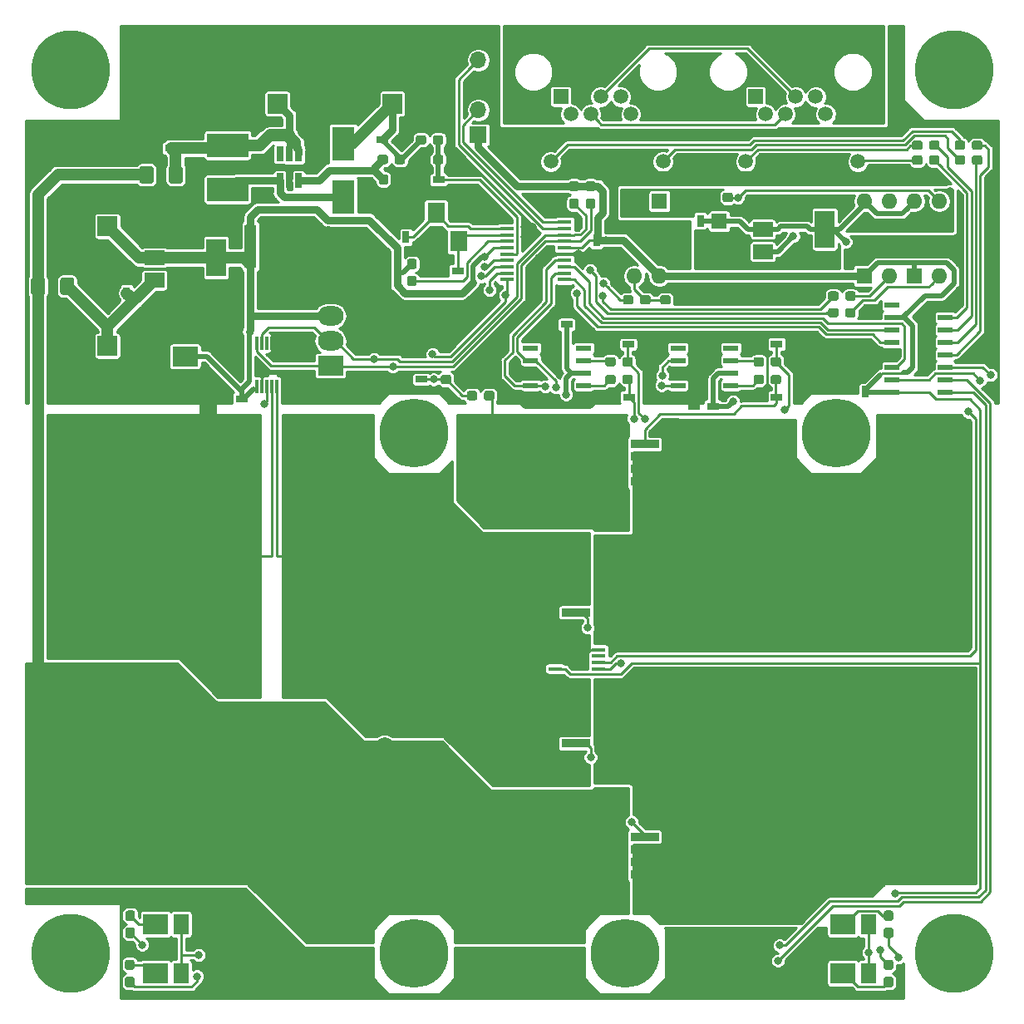
<source format=gbr>
G04 #@! TF.GenerationSoftware,KiCad,Pcbnew,(5.0.1)*
G04 #@! TF.CreationDate,2019-01-31T15:41:56+09:00*
G04 #@! TF.ProjectId,driver,6472697665722E6B696361645F706362,rev?*
G04 #@! TF.SameCoordinates,Original*
G04 #@! TF.FileFunction,Copper,L1,Top,Signal*
G04 #@! TF.FilePolarity,Positive*
%FSLAX46Y46*%
G04 Gerber Fmt 4.6, Leading zero omitted, Abs format (unit mm)*
G04 Created by KiCad (PCBNEW (5.0.1)) date Thu Jan 31 15:41:56 2019*
%MOMM*%
%LPD*%
G01*
G04 APERTURE LIST*
G04 #@! TA.AperFunction,ComponentPad*
%ADD10O,2.600000X2.000000*%
G04 #@! TD*
G04 #@! TA.AperFunction,ComponentPad*
%ADD11R,2.600000X2.000000*%
G04 #@! TD*
G04 #@! TA.AperFunction,SMDPad,CuDef*
%ADD12R,0.300000X1.400000*%
G04 #@! TD*
G04 #@! TA.AperFunction,SMDPad,CuDef*
%ADD13R,1.450000X0.450000*%
G04 #@! TD*
G04 #@! TA.AperFunction,Conductor*
%ADD14C,0.100000*%
G04 #@! TD*
G04 #@! TA.AperFunction,SMDPad,CuDef*
%ADD15C,0.950000*%
G04 #@! TD*
G04 #@! TA.AperFunction,ComponentPad*
%ADD16R,1.600000X1.600000*%
G04 #@! TD*
G04 #@! TA.AperFunction,ComponentPad*
%ADD17O,1.600000X1.600000*%
G04 #@! TD*
G04 #@! TA.AperFunction,SMDPad,CuDef*
%ADD18R,3.750000X4.700000*%
G04 #@! TD*
G04 #@! TA.AperFunction,SMDPad,CuDef*
%ADD19R,2.950000X0.850000*%
G04 #@! TD*
G04 #@! TA.AperFunction,SMDPad,CuDef*
%ADD20R,3.000000X0.850000*%
G04 #@! TD*
G04 #@! TA.AperFunction,SMDPad,CuDef*
%ADD21R,1.200000X0.750000*%
G04 #@! TD*
G04 #@! TA.AperFunction,SMDPad,CuDef*
%ADD22R,0.750000X1.200000*%
G04 #@! TD*
G04 #@! TA.AperFunction,SMDPad,CuDef*
%ADD23R,2.300000X3.500000*%
G04 #@! TD*
G04 #@! TA.AperFunction,SMDPad,CuDef*
%ADD24R,2.500000X2.100000*%
G04 #@! TD*
G04 #@! TA.AperFunction,SMDPad,CuDef*
%ADD25R,1.500000X2.100000*%
G04 #@! TD*
G04 #@! TA.AperFunction,ComponentPad*
%ADD26R,2.600000X2.600000*%
G04 #@! TD*
G04 #@! TA.AperFunction,ComponentPad*
%ADD27C,2.600000*%
G04 #@! TD*
G04 #@! TA.AperFunction,SMDPad,CuDef*
%ADD28R,4.200000X2.400000*%
G04 #@! TD*
G04 #@! TA.AperFunction,SMDPad,CuDef*
%ADD29C,1.425000*%
G04 #@! TD*
G04 #@! TA.AperFunction,SMDPad,CuDef*
%ADD30C,1.525000*%
G04 #@! TD*
G04 #@! TA.AperFunction,SMDPad,CuDef*
%ADD31R,0.650000X1.560000*%
G04 #@! TD*
G04 #@! TA.AperFunction,SMDPad,CuDef*
%ADD32R,2.000000X3.800000*%
G04 #@! TD*
G04 #@! TA.AperFunction,SMDPad,CuDef*
%ADD33R,2.000000X1.500000*%
G04 #@! TD*
G04 #@! TA.AperFunction,SMDPad,CuDef*
%ADD34R,1.800000X2.100000*%
G04 #@! TD*
G04 #@! TA.AperFunction,WasherPad*
%ADD35C,8.000000*%
G04 #@! TD*
G04 #@! TA.AperFunction,SMDPad,CuDef*
%ADD36R,1.550000X0.600000*%
G04 #@! TD*
G04 #@! TA.AperFunction,ComponentPad*
%ADD37C,2.000000*%
G04 #@! TD*
G04 #@! TA.AperFunction,ComponentPad*
%ADD38R,2.000000X2.000000*%
G04 #@! TD*
G04 #@! TA.AperFunction,ComponentPad*
%ADD39R,1.700000X1.700000*%
G04 #@! TD*
G04 #@! TA.AperFunction,ComponentPad*
%ADD40O,1.700000X1.700000*%
G04 #@! TD*
G04 #@! TA.AperFunction,ComponentPad*
%ADD41C,1.600000*%
G04 #@! TD*
G04 #@! TA.AperFunction,ComponentPad*
%ADD42C,1.500000*%
G04 #@! TD*
G04 #@! TA.AperFunction,ComponentPad*
%ADD43R,1.500000X1.500000*%
G04 #@! TD*
G04 #@! TA.AperFunction,SMDPad,CuDef*
%ADD44R,1.500000X0.600000*%
G04 #@! TD*
G04 #@! TA.AperFunction,WasherPad*
%ADD45C,7.000000*%
G04 #@! TD*
G04 #@! TA.AperFunction,ViaPad*
%ADD46C,0.800000*%
G04 #@! TD*
G04 #@! TA.AperFunction,ViaPad*
%ADD47C,2.000000*%
G04 #@! TD*
G04 #@! TA.AperFunction,Conductor*
%ADD48C,0.500000*%
G04 #@! TD*
G04 #@! TA.AperFunction,Conductor*
%ADD49C,0.800000*%
G04 #@! TD*
G04 #@! TA.AperFunction,Conductor*
%ADD50C,1.200000*%
G04 #@! TD*
G04 #@! TA.AperFunction,Conductor*
%ADD51C,0.250000*%
G04 #@! TD*
G04 #@! TA.AperFunction,Conductor*
%ADD52C,1.800000*%
G04 #@! TD*
G04 #@! TA.AperFunction,Conductor*
%ADD53C,0.254000*%
G04 #@! TD*
G04 APERTURE END LIST*
D10*
G04 #@! TO.P,J6,4*
G04 #@! TO.N,GND*
X101500000Y-82480000D03*
G04 #@! TO.P,J6,3*
G04 #@! TO.N,+3V3*
X101500000Y-85020000D03*
G04 #@! TO.P,J6,2*
G04 #@! TO.N,/SDA*
X101500000Y-87560000D03*
D11*
G04 #@! TO.P,J6,1*
G04 #@! TO.N,/SCL*
X101500000Y-90100000D03*
G04 #@! TD*
D12*
G04 #@! TO.P,U7,1*
G04 #@! TO.N,GND*
X96000000Y-87800000D03*
G04 #@! TO.P,U7,2*
X95500000Y-87800000D03*
G04 #@! TO.P,U7,3*
G04 #@! TO.N,Net-(U7-Pad3)*
X95000000Y-87800000D03*
G04 #@! TO.P,U7,4*
G04 #@! TO.N,/SDA*
X94500000Y-87800000D03*
G04 #@! TO.P,U7,5*
G04 #@! TO.N,/SCL*
X94000000Y-87800000D03*
G04 #@! TO.P,U7,6*
G04 #@! TO.N,+3V3*
X94000000Y-92200000D03*
G04 #@! TO.P,U7,7*
G04 #@! TO.N,GND*
X94500000Y-92200000D03*
G04 #@! TO.P,U7,8*
G04 #@! TO.N,/VIN*
X95000000Y-92200000D03*
G04 #@! TO.P,U7,9*
G04 #@! TO.N,GND*
X95500000Y-92200000D03*
G04 #@! TO.P,U7,10*
G04 #@! TO.N,/GND_MEAS*
X96000000Y-92200000D03*
G04 #@! TD*
D13*
G04 #@! TO.P,U6,1*
G04 #@! TO.N,GND*
X119450000Y-75475000D03*
G04 #@! TO.P,U6,2*
G04 #@! TO.N,/XT2*
X119450000Y-76125000D03*
G04 #@! TO.P,U6,3*
G04 #@! TO.N,/XT1*
X119450000Y-76775000D03*
G04 #@! TO.P,U6,4*
G04 #@! TO.N,/RST*
X119450000Y-77425000D03*
G04 #@! TO.P,U6,5*
G04 #@! TO.N,+3V3*
X119450000Y-78075000D03*
G04 #@! TO.P,U6,6*
G04 #@! TO.N,/VBOOT_MON*
X119450000Y-78725000D03*
G04 #@! TO.P,U6,7*
G04 #@! TO.N,/DE*
X119450000Y-79375000D03*
G04 #@! TO.P,U6,8*
G04 #@! TO.N,/TX*
X119450000Y-80025000D03*
G04 #@! TO.P,U6,9*
G04 #@! TO.N,/RX*
X119450000Y-80675000D03*
G04 #@! TO.P,U6,10*
G04 #@! TO.N,/VIN_MON*
X119450000Y-81325000D03*
G04 #@! TO.P,U6,11*
G04 #@! TO.N,/SCK*
X125350000Y-81325000D03*
G04 #@! TO.P,U6,12*
G04 #@! TO.N,/CTRL_A*
X125350000Y-80675000D03*
G04 #@! TO.P,U6,13*
G04 #@! TO.N,/MOSI*
X125350000Y-80025000D03*
G04 #@! TO.P,U6,14*
G04 #@! TO.N,/CTRL_B*
X125350000Y-79375000D03*
G04 #@! TO.P,U6,15*
G04 #@! TO.N,GND*
X125350000Y-78725000D03*
G04 #@! TO.P,U6,16*
G04 #@! TO.N,+3V3*
X125350000Y-78075000D03*
G04 #@! TO.P,U6,17*
G04 #@! TO.N,/SCL*
X125350000Y-77425000D03*
G04 #@! TO.P,U6,18*
G04 #@! TO.N,/SDA*
X125350000Y-76775000D03*
G04 #@! TO.P,U6,19*
G04 #@! TO.N,/SWDIO*
X125350000Y-76125000D03*
G04 #@! TO.P,U6,20*
G04 #@! TO.N,/SWCLK*
X125350000Y-75475000D03*
G04 #@! TD*
D14*
G04 #@! TO.N,+VSW*
G04 #@! TO.C,R3*
G36*
X111035779Y-66626144D02*
X111058834Y-66629563D01*
X111081443Y-66635227D01*
X111103387Y-66643079D01*
X111124457Y-66653044D01*
X111144448Y-66665026D01*
X111163168Y-66678910D01*
X111180438Y-66694562D01*
X111196090Y-66711832D01*
X111209974Y-66730552D01*
X111221956Y-66750543D01*
X111231921Y-66771613D01*
X111239773Y-66793557D01*
X111245437Y-66816166D01*
X111248856Y-66839221D01*
X111250000Y-66862500D01*
X111250000Y-67337500D01*
X111248856Y-67360779D01*
X111245437Y-67383834D01*
X111239773Y-67406443D01*
X111231921Y-67428387D01*
X111221956Y-67449457D01*
X111209974Y-67469448D01*
X111196090Y-67488168D01*
X111180438Y-67505438D01*
X111163168Y-67521090D01*
X111144448Y-67534974D01*
X111124457Y-67546956D01*
X111103387Y-67556921D01*
X111081443Y-67564773D01*
X111058834Y-67570437D01*
X111035779Y-67573856D01*
X111012500Y-67575000D01*
X110437500Y-67575000D01*
X110414221Y-67573856D01*
X110391166Y-67570437D01*
X110368557Y-67564773D01*
X110346613Y-67556921D01*
X110325543Y-67546956D01*
X110305552Y-67534974D01*
X110286832Y-67521090D01*
X110269562Y-67505438D01*
X110253910Y-67488168D01*
X110240026Y-67469448D01*
X110228044Y-67449457D01*
X110218079Y-67428387D01*
X110210227Y-67406443D01*
X110204563Y-67383834D01*
X110201144Y-67360779D01*
X110200000Y-67337500D01*
X110200000Y-66862500D01*
X110201144Y-66839221D01*
X110204563Y-66816166D01*
X110210227Y-66793557D01*
X110218079Y-66771613D01*
X110228044Y-66750543D01*
X110240026Y-66730552D01*
X110253910Y-66711832D01*
X110269562Y-66694562D01*
X110286832Y-66678910D01*
X110305552Y-66665026D01*
X110325543Y-66653044D01*
X110346613Y-66643079D01*
X110368557Y-66635227D01*
X110391166Y-66629563D01*
X110414221Y-66626144D01*
X110437500Y-66625000D01*
X111012500Y-66625000D01*
X111035779Y-66626144D01*
X111035779Y-66626144D01*
G37*
D15*
G04 #@! TD*
G04 #@! TO.P,R3,1*
G04 #@! TO.N,+VSW*
X110725000Y-67100000D03*
D14*
G04 #@! TO.N,/VBOOT_MON*
G04 #@! TO.C,R3*
G36*
X112785779Y-66626144D02*
X112808834Y-66629563D01*
X112831443Y-66635227D01*
X112853387Y-66643079D01*
X112874457Y-66653044D01*
X112894448Y-66665026D01*
X112913168Y-66678910D01*
X112930438Y-66694562D01*
X112946090Y-66711832D01*
X112959974Y-66730552D01*
X112971956Y-66750543D01*
X112981921Y-66771613D01*
X112989773Y-66793557D01*
X112995437Y-66816166D01*
X112998856Y-66839221D01*
X113000000Y-66862500D01*
X113000000Y-67337500D01*
X112998856Y-67360779D01*
X112995437Y-67383834D01*
X112989773Y-67406443D01*
X112981921Y-67428387D01*
X112971956Y-67449457D01*
X112959974Y-67469448D01*
X112946090Y-67488168D01*
X112930438Y-67505438D01*
X112913168Y-67521090D01*
X112894448Y-67534974D01*
X112874457Y-67546956D01*
X112853387Y-67556921D01*
X112831443Y-67564773D01*
X112808834Y-67570437D01*
X112785779Y-67573856D01*
X112762500Y-67575000D01*
X112187500Y-67575000D01*
X112164221Y-67573856D01*
X112141166Y-67570437D01*
X112118557Y-67564773D01*
X112096613Y-67556921D01*
X112075543Y-67546956D01*
X112055552Y-67534974D01*
X112036832Y-67521090D01*
X112019562Y-67505438D01*
X112003910Y-67488168D01*
X111990026Y-67469448D01*
X111978044Y-67449457D01*
X111968079Y-67428387D01*
X111960227Y-67406443D01*
X111954563Y-67383834D01*
X111951144Y-67360779D01*
X111950000Y-67337500D01*
X111950000Y-66862500D01*
X111951144Y-66839221D01*
X111954563Y-66816166D01*
X111960227Y-66793557D01*
X111968079Y-66771613D01*
X111978044Y-66750543D01*
X111990026Y-66730552D01*
X112003910Y-66711832D01*
X112019562Y-66694562D01*
X112036832Y-66678910D01*
X112055552Y-66665026D01*
X112075543Y-66653044D01*
X112096613Y-66643079D01*
X112118557Y-66635227D01*
X112141166Y-66629563D01*
X112164221Y-66626144D01*
X112187500Y-66625000D01*
X112762500Y-66625000D01*
X112785779Y-66626144D01*
X112785779Y-66626144D01*
G37*
D15*
G04 #@! TD*
G04 #@! TO.P,R3,2*
G04 #@! TO.N,/VBOOT_MON*
X112475000Y-67100000D03*
D14*
G04 #@! TO.N,Net-(R36-Pad2)*
G04 #@! TO.C,R39*
G36*
X135935779Y-82926144D02*
X135958834Y-82929563D01*
X135981443Y-82935227D01*
X136003387Y-82943079D01*
X136024457Y-82953044D01*
X136044448Y-82965026D01*
X136063168Y-82978910D01*
X136080438Y-82994562D01*
X136096090Y-83011832D01*
X136109974Y-83030552D01*
X136121956Y-83050543D01*
X136131921Y-83071613D01*
X136139773Y-83093557D01*
X136145437Y-83116166D01*
X136148856Y-83139221D01*
X136150000Y-83162500D01*
X136150000Y-83637500D01*
X136148856Y-83660779D01*
X136145437Y-83683834D01*
X136139773Y-83706443D01*
X136131921Y-83728387D01*
X136121956Y-83749457D01*
X136109974Y-83769448D01*
X136096090Y-83788168D01*
X136080438Y-83805438D01*
X136063168Y-83821090D01*
X136044448Y-83834974D01*
X136024457Y-83846956D01*
X136003387Y-83856921D01*
X135981443Y-83864773D01*
X135958834Y-83870437D01*
X135935779Y-83873856D01*
X135912500Y-83875000D01*
X135337500Y-83875000D01*
X135314221Y-83873856D01*
X135291166Y-83870437D01*
X135268557Y-83864773D01*
X135246613Y-83856921D01*
X135225543Y-83846956D01*
X135205552Y-83834974D01*
X135186832Y-83821090D01*
X135169562Y-83805438D01*
X135153910Y-83788168D01*
X135140026Y-83769448D01*
X135128044Y-83749457D01*
X135118079Y-83728387D01*
X135110227Y-83706443D01*
X135104563Y-83683834D01*
X135101144Y-83660779D01*
X135100000Y-83637500D01*
X135100000Y-83162500D01*
X135101144Y-83139221D01*
X135104563Y-83116166D01*
X135110227Y-83093557D01*
X135118079Y-83071613D01*
X135128044Y-83050543D01*
X135140026Y-83030552D01*
X135153910Y-83011832D01*
X135169562Y-82994562D01*
X135186832Y-82978910D01*
X135205552Y-82965026D01*
X135225543Y-82953044D01*
X135246613Y-82943079D01*
X135268557Y-82935227D01*
X135291166Y-82929563D01*
X135314221Y-82926144D01*
X135337500Y-82925000D01*
X135912500Y-82925000D01*
X135935779Y-82926144D01*
X135935779Y-82926144D01*
G37*
D15*
G04 #@! TD*
G04 #@! TO.P,R39,2*
G04 #@! TO.N,Net-(R36-Pad2)*
X135625000Y-83400000D03*
D14*
G04 #@! TO.N,GND*
G04 #@! TO.C,R39*
G36*
X137685779Y-82926144D02*
X137708834Y-82929563D01*
X137731443Y-82935227D01*
X137753387Y-82943079D01*
X137774457Y-82953044D01*
X137794448Y-82965026D01*
X137813168Y-82978910D01*
X137830438Y-82994562D01*
X137846090Y-83011832D01*
X137859974Y-83030552D01*
X137871956Y-83050543D01*
X137881921Y-83071613D01*
X137889773Y-83093557D01*
X137895437Y-83116166D01*
X137898856Y-83139221D01*
X137900000Y-83162500D01*
X137900000Y-83637500D01*
X137898856Y-83660779D01*
X137895437Y-83683834D01*
X137889773Y-83706443D01*
X137881921Y-83728387D01*
X137871956Y-83749457D01*
X137859974Y-83769448D01*
X137846090Y-83788168D01*
X137830438Y-83805438D01*
X137813168Y-83821090D01*
X137794448Y-83834974D01*
X137774457Y-83846956D01*
X137753387Y-83856921D01*
X137731443Y-83864773D01*
X137708834Y-83870437D01*
X137685779Y-83873856D01*
X137662500Y-83875000D01*
X137087500Y-83875000D01*
X137064221Y-83873856D01*
X137041166Y-83870437D01*
X137018557Y-83864773D01*
X136996613Y-83856921D01*
X136975543Y-83846956D01*
X136955552Y-83834974D01*
X136936832Y-83821090D01*
X136919562Y-83805438D01*
X136903910Y-83788168D01*
X136890026Y-83769448D01*
X136878044Y-83749457D01*
X136868079Y-83728387D01*
X136860227Y-83706443D01*
X136854563Y-83683834D01*
X136851144Y-83660779D01*
X136850000Y-83637500D01*
X136850000Y-83162500D01*
X136851144Y-83139221D01*
X136854563Y-83116166D01*
X136860227Y-83093557D01*
X136868079Y-83071613D01*
X136878044Y-83050543D01*
X136890026Y-83030552D01*
X136903910Y-83011832D01*
X136919562Y-82994562D01*
X136936832Y-82978910D01*
X136955552Y-82965026D01*
X136975543Y-82953044D01*
X136996613Y-82943079D01*
X137018557Y-82935227D01*
X137041166Y-82929563D01*
X137064221Y-82926144D01*
X137087500Y-82925000D01*
X137662500Y-82925000D01*
X137685779Y-82926144D01*
X137685779Y-82926144D01*
G37*
D15*
G04 #@! TD*
G04 #@! TO.P,R39,1*
G04 #@! TO.N,GND*
X137375000Y-83400000D03*
D16*
G04 #@! TO.P,U12,1*
G04 #@! TO.N,+3V3*
X160970000Y-80970000D03*
D17*
G04 #@! TO.P,U12,3*
G04 #@! TO.N,/ISO_DE*
X163510000Y-73350000D03*
G04 #@! TO.P,U12,2*
G04 #@! TO.N,Net-(R18-Pad2)*
X163510000Y-80970000D03*
G04 #@! TO.P,U12,4*
G04 #@! TO.N,/ISO_5V*
X160970000Y-73350000D03*
G04 #@! TD*
D18*
G04 #@! TO.P,Q1,1*
G04 #@! TO.N,/VIN*
X129450000Y-100000000D03*
D19*
G04 #@! TO.P,Q1,3*
G04 #@! TO.N,/OUT_A*
X133500000Y-101905000D03*
X133500000Y-100635000D03*
X133500000Y-99365000D03*
G04 #@! TO.P,Q1,2*
G04 #@! TO.N,/DRV4F*
X133500000Y-98095000D03*
D20*
G04 #@! TO.P,Q1,1*
G04 #@! TO.N,/VIN*
X126525000Y-98095000D03*
X126525000Y-99365000D03*
X126525000Y-100635000D03*
X126525000Y-101905000D03*
G04 #@! TD*
D18*
G04 #@! TO.P,Q2,1*
G04 #@! TO.N,/VIN*
X129450000Y-140000000D03*
D19*
G04 #@! TO.P,Q2,3*
G04 #@! TO.N,/OUT_B*
X133500000Y-141905000D03*
X133500000Y-140635000D03*
X133500000Y-139365000D03*
G04 #@! TO.P,Q2,2*
G04 #@! TO.N,/DRV2F*
X133500000Y-138095000D03*
D20*
G04 #@! TO.P,Q2,1*
G04 #@! TO.N,/VIN*
X126525000Y-138095000D03*
X126525000Y-139365000D03*
X126525000Y-140635000D03*
X126525000Y-141905000D03*
G04 #@! TD*
D18*
G04 #@! TO.P,Q3,1*
G04 #@! TO.N,/OUT_A*
X130550000Y-113333300D03*
D19*
G04 #@! TO.P,Q3,3*
G04 #@! TO.N,/GND_MEAS*
X126500000Y-111428300D03*
X126500000Y-112698300D03*
X126500000Y-113968300D03*
G04 #@! TO.P,Q3,2*
G04 #@! TO.N,/DRV3F*
X126500000Y-115238300D03*
D20*
G04 #@! TO.P,Q3,1*
G04 #@! TO.N,/OUT_A*
X133475000Y-115238300D03*
X133475000Y-113968300D03*
X133475000Y-112698300D03*
X133475000Y-111428300D03*
G04 #@! TD*
D18*
G04 #@! TO.P,Q4,1*
G04 #@! TO.N,/OUT_B*
X130550000Y-126666700D03*
D19*
G04 #@! TO.P,Q4,3*
G04 #@! TO.N,/GND_MEAS*
X126500000Y-124761700D03*
X126500000Y-126031700D03*
X126500000Y-127301700D03*
G04 #@! TO.P,Q4,2*
G04 #@! TO.N,/DRV1F*
X126500000Y-128571700D03*
D20*
G04 #@! TO.P,Q4,1*
G04 #@! TO.N,/OUT_B*
X133475000Y-128571700D03*
X133475000Y-127301700D03*
X133475000Y-126031700D03*
X133475000Y-124761700D03*
G04 #@! TD*
D21*
G04 #@! TO.P,C1,1*
G04 #@! TO.N,+VSW*
X106750000Y-67100000D03*
G04 #@! TO.P,C1,2*
G04 #@! TO.N,GND*
X108650000Y-67100000D03*
G04 #@! TD*
G04 #@! TO.P,C4,1*
G04 #@! TO.N,Net-(C3-Pad1)*
X85250000Y-67950000D03*
G04 #@! TO.P,C4,2*
G04 #@! TO.N,GND*
X83350000Y-67950000D03*
G04 #@! TD*
G04 #@! TO.P,C5,1*
G04 #@! TO.N,/VBOOT_MON*
X112524999Y-71174999D03*
G04 #@! TO.P,C5,2*
G04 #@! TO.N,GND*
X110624999Y-71174999D03*
G04 #@! TD*
D22*
G04 #@! TO.P,C12,1*
G04 #@! TO.N,+3V3*
X128600000Y-77350000D03*
G04 #@! TO.P,C12,2*
G04 #@! TO.N,GND*
X128600000Y-79250000D03*
G04 #@! TD*
G04 #@! TO.P,C13,2*
G04 #@! TO.N,GND*
X156000000Y-90850000D03*
G04 #@! TO.P,C13,1*
G04 #@! TO.N,+3V3*
X156000000Y-92750000D03*
G04 #@! TD*
D21*
G04 #@! TO.P,C14,1*
G04 #@! TO.N,+3V3*
X92450000Y-93500000D03*
G04 #@! TO.P,C14,2*
G04 #@! TO.N,GND*
X90550000Y-93500000D03*
G04 #@! TD*
D22*
G04 #@! TO.P,C16,1*
G04 #@! TO.N,Net-(C15-Pad1)*
X80750000Y-82700000D03*
G04 #@! TO.P,C16,2*
G04 #@! TO.N,GND*
X80750000Y-80800000D03*
G04 #@! TD*
D21*
G04 #@! TO.P,C17,2*
G04 #@! TO.N,GND*
X95250000Y-77900000D03*
G04 #@! TO.P,C17,1*
G04 #@! TO.N,+3V3*
X93350000Y-77900000D03*
G04 #@! TD*
G04 #@! TO.P,C18,2*
G04 #@! TO.N,GND*
X95250000Y-76100000D03*
G04 #@! TO.P,C18,1*
G04 #@! TO.N,+3V3*
X93350000Y-76100000D03*
G04 #@! TD*
G04 #@! TO.P,C20,2*
G04 #@! TO.N,/XT1*
X114450000Y-80450000D03*
G04 #@! TO.P,C20,1*
G04 #@! TO.N,GND*
X112550000Y-80450000D03*
G04 #@! TD*
G04 #@! TO.P,C21,2*
G04 #@! TO.N,GND*
X108850000Y-91500000D03*
G04 #@! TO.P,C21,1*
G04 #@! TO.N,/VIN_MON*
X110750000Y-91500000D03*
G04 #@! TD*
D22*
G04 #@! TO.P,C22,1*
G04 #@! TO.N,/XT2*
X109200000Y-77000000D03*
G04 #@! TO.P,C22,2*
G04 #@! TO.N,GND*
X109200000Y-75100000D03*
G04 #@! TD*
D21*
G04 #@! TO.P,C23,2*
G04 #@! TO.N,GND*
X123650000Y-85900000D03*
G04 #@! TO.P,C23,1*
G04 #@! TO.N,+VSW*
X125550000Y-85900000D03*
G04 #@! TD*
G04 #@! TO.P,C24,1*
G04 #@! TO.N,+VSW*
X140450000Y-94250000D03*
G04 #@! TO.P,C24,2*
G04 #@! TO.N,GND*
X138550000Y-94250000D03*
G04 #@! TD*
G04 #@! TO.P,C25,2*
G04 #@! TO.N,GND*
X129950000Y-87900000D03*
G04 #@! TO.P,C25,1*
G04 #@! TO.N,/DRV1F*
X131850000Y-87900000D03*
G04 #@! TD*
G04 #@! TO.P,C26,2*
G04 #@! TO.N,GND*
X145050000Y-87900000D03*
G04 #@! TO.P,C26,1*
G04 #@! TO.N,/DRV2F*
X146950000Y-87900000D03*
G04 #@! TD*
G04 #@! TO.P,C27,1*
G04 #@! TO.N,GND*
X130000000Y-93300000D03*
G04 #@! TO.P,C27,2*
G04 #@! TO.N,/DRV3F*
X131900000Y-93300000D03*
G04 #@! TD*
G04 #@! TO.P,C28,2*
G04 #@! TO.N,/DRV4F*
X146950000Y-93300000D03*
G04 #@! TO.P,C28,1*
G04 #@! TO.N,GND*
X145050000Y-93300000D03*
G04 #@! TD*
G04 #@! TO.P,C29,2*
G04 #@! TO.N,GND*
X95250000Y-79800000D03*
G04 #@! TO.P,C29,1*
G04 #@! TO.N,+3V3*
X93350000Y-79800000D03*
G04 #@! TD*
D23*
G04 #@! TO.P,D1,1*
G04 #@! TO.N,+VSW*
X102800000Y-67500000D03*
G04 #@! TO.P,D1,2*
G04 #@! TO.N,Net-(D1-Pad2)*
X102800000Y-72900000D03*
G04 #@! TD*
D24*
G04 #@! TO.P,D4,1*
G04 #@! TO.N,Net-(D4-Pad1)*
X153670000Y-152000000D03*
D25*
G04 #@! TO.P,D4,2*
G04 #@! TO.N,+3V3*
X156330000Y-152000000D03*
G04 #@! TD*
G04 #@! TO.P,D5,2*
G04 #@! TO.N,+3V3*
X86330000Y-152000000D03*
D24*
G04 #@! TO.P,D5,1*
G04 #@! TO.N,Net-(D5-Pad1)*
X83670000Y-152000000D03*
G04 #@! TD*
D25*
G04 #@! TO.P,D6,2*
G04 #@! TO.N,+3V3*
X86330000Y-147000000D03*
D24*
G04 #@! TO.P,D6,1*
G04 #@! TO.N,Net-(D6-Pad1)*
X83670000Y-147000000D03*
G04 #@! TD*
G04 #@! TO.P,D7,1*
G04 #@! TO.N,Net-(D7-Pad1)*
X153670000Y-147000000D03*
D25*
G04 #@! TO.P,D7,2*
G04 #@! TO.N,+3V3*
X156330000Y-147000000D03*
G04 #@! TD*
D26*
G04 #@! TO.P,J1,1*
G04 #@! TO.N,/OUT_A*
X165000000Y-104840000D03*
D27*
G04 #@! TO.P,J1,2*
X165000000Y-109920000D03*
G04 #@! TO.P,J1,3*
X165000000Y-115000000D03*
G04 #@! TD*
G04 #@! TO.P,J2,3*
G04 #@! TO.N,/OUT_B*
X165000000Y-135080000D03*
G04 #@! TO.P,J2,2*
X165000000Y-130000000D03*
D26*
G04 #@! TO.P,J2,1*
X165000000Y-124920000D03*
G04 #@! TD*
D27*
G04 #@! TO.P,J7,3*
G04 #@! TO.N,/VIN*
X75000000Y-124920000D03*
G04 #@! TO.P,J7,2*
X75000000Y-130000000D03*
D26*
G04 #@! TO.P,J7,1*
X75000000Y-135080000D03*
G04 #@! TD*
G04 #@! TO.P,J8,1*
G04 #@! TO.N,GND*
X75000000Y-115080000D03*
D27*
G04 #@! TO.P,J8,2*
X75000000Y-110000000D03*
G04 #@! TO.P,J8,3*
X75000000Y-104920000D03*
G04 #@! TD*
D28*
G04 #@! TO.P,L1,1*
G04 #@! TO.N,Net-(C3-Pad1)*
X91000000Y-67650000D03*
G04 #@! TO.P,L1,2*
G04 #@! TO.N,Net-(D1-Pad2)*
X91000000Y-72150000D03*
G04 #@! TD*
D14*
G04 #@! TO.N,+VSW*
G04 #@! TO.C,R2*
G36*
X108885779Y-68626144D02*
X108908834Y-68629563D01*
X108931443Y-68635227D01*
X108953387Y-68643079D01*
X108974457Y-68653044D01*
X108994448Y-68665026D01*
X109013168Y-68678910D01*
X109030438Y-68694562D01*
X109046090Y-68711832D01*
X109059974Y-68730552D01*
X109071956Y-68750543D01*
X109081921Y-68771613D01*
X109089773Y-68793557D01*
X109095437Y-68816166D01*
X109098856Y-68839221D01*
X109100000Y-68862500D01*
X109100000Y-69337500D01*
X109098856Y-69360779D01*
X109095437Y-69383834D01*
X109089773Y-69406443D01*
X109081921Y-69428387D01*
X109071956Y-69449457D01*
X109059974Y-69469448D01*
X109046090Y-69488168D01*
X109030438Y-69505438D01*
X109013168Y-69521090D01*
X108994448Y-69534974D01*
X108974457Y-69546956D01*
X108953387Y-69556921D01*
X108931443Y-69564773D01*
X108908834Y-69570437D01*
X108885779Y-69573856D01*
X108862500Y-69575000D01*
X108287500Y-69575000D01*
X108264221Y-69573856D01*
X108241166Y-69570437D01*
X108218557Y-69564773D01*
X108196613Y-69556921D01*
X108175543Y-69546956D01*
X108155552Y-69534974D01*
X108136832Y-69521090D01*
X108119562Y-69505438D01*
X108103910Y-69488168D01*
X108090026Y-69469448D01*
X108078044Y-69449457D01*
X108068079Y-69428387D01*
X108060227Y-69406443D01*
X108054563Y-69383834D01*
X108051144Y-69360779D01*
X108050000Y-69337500D01*
X108050000Y-68862500D01*
X108051144Y-68839221D01*
X108054563Y-68816166D01*
X108060227Y-68793557D01*
X108068079Y-68771613D01*
X108078044Y-68750543D01*
X108090026Y-68730552D01*
X108103910Y-68711832D01*
X108119562Y-68694562D01*
X108136832Y-68678910D01*
X108155552Y-68665026D01*
X108175543Y-68653044D01*
X108196613Y-68643079D01*
X108218557Y-68635227D01*
X108241166Y-68629563D01*
X108264221Y-68626144D01*
X108287500Y-68625000D01*
X108862500Y-68625000D01*
X108885779Y-68626144D01*
X108885779Y-68626144D01*
G37*
D15*
G04 #@! TD*
G04 #@! TO.P,R2,2*
G04 #@! TO.N,+VSW*
X108575000Y-69100000D03*
D14*
G04 #@! TO.N,Net-(R2-Pad1)*
G04 #@! TO.C,R2*
G36*
X107135779Y-68626144D02*
X107158834Y-68629563D01*
X107181443Y-68635227D01*
X107203387Y-68643079D01*
X107224457Y-68653044D01*
X107244448Y-68665026D01*
X107263168Y-68678910D01*
X107280438Y-68694562D01*
X107296090Y-68711832D01*
X107309974Y-68730552D01*
X107321956Y-68750543D01*
X107331921Y-68771613D01*
X107339773Y-68793557D01*
X107345437Y-68816166D01*
X107348856Y-68839221D01*
X107350000Y-68862500D01*
X107350000Y-69337500D01*
X107348856Y-69360779D01*
X107345437Y-69383834D01*
X107339773Y-69406443D01*
X107331921Y-69428387D01*
X107321956Y-69449457D01*
X107309974Y-69469448D01*
X107296090Y-69488168D01*
X107280438Y-69505438D01*
X107263168Y-69521090D01*
X107244448Y-69534974D01*
X107224457Y-69546956D01*
X107203387Y-69556921D01*
X107181443Y-69564773D01*
X107158834Y-69570437D01*
X107135779Y-69573856D01*
X107112500Y-69575000D01*
X106537500Y-69575000D01*
X106514221Y-69573856D01*
X106491166Y-69570437D01*
X106468557Y-69564773D01*
X106446613Y-69556921D01*
X106425543Y-69546956D01*
X106405552Y-69534974D01*
X106386832Y-69521090D01*
X106369562Y-69505438D01*
X106353910Y-69488168D01*
X106340026Y-69469448D01*
X106328044Y-69449457D01*
X106318079Y-69428387D01*
X106310227Y-69406443D01*
X106304563Y-69383834D01*
X106301144Y-69360779D01*
X106300000Y-69337500D01*
X106300000Y-68862500D01*
X106301144Y-68839221D01*
X106304563Y-68816166D01*
X106310227Y-68793557D01*
X106318079Y-68771613D01*
X106328044Y-68750543D01*
X106340026Y-68730552D01*
X106353910Y-68711832D01*
X106369562Y-68694562D01*
X106386832Y-68678910D01*
X106405552Y-68665026D01*
X106425543Y-68653044D01*
X106446613Y-68643079D01*
X106468557Y-68635227D01*
X106491166Y-68629563D01*
X106514221Y-68626144D01*
X106537500Y-68625000D01*
X107112500Y-68625000D01*
X107135779Y-68626144D01*
X107135779Y-68626144D01*
G37*
D15*
G04 #@! TD*
G04 #@! TO.P,R2,1*
G04 #@! TO.N,Net-(R2-Pad1)*
X106825000Y-69100000D03*
D14*
G04 #@! TO.N,Net-(R2-Pad1)*
G04 #@! TO.C,R4*
G36*
X107160779Y-70601144D02*
X107183834Y-70604563D01*
X107206443Y-70610227D01*
X107228387Y-70618079D01*
X107249457Y-70628044D01*
X107269448Y-70640026D01*
X107288168Y-70653910D01*
X107305438Y-70669562D01*
X107321090Y-70686832D01*
X107334974Y-70705552D01*
X107346956Y-70725543D01*
X107356921Y-70746613D01*
X107364773Y-70768557D01*
X107370437Y-70791166D01*
X107373856Y-70814221D01*
X107375000Y-70837500D01*
X107375000Y-71412500D01*
X107373856Y-71435779D01*
X107370437Y-71458834D01*
X107364773Y-71481443D01*
X107356921Y-71503387D01*
X107346956Y-71524457D01*
X107334974Y-71544448D01*
X107321090Y-71563168D01*
X107305438Y-71580438D01*
X107288168Y-71596090D01*
X107269448Y-71609974D01*
X107249457Y-71621956D01*
X107228387Y-71631921D01*
X107206443Y-71639773D01*
X107183834Y-71645437D01*
X107160779Y-71648856D01*
X107137500Y-71650000D01*
X106662500Y-71650000D01*
X106639221Y-71648856D01*
X106616166Y-71645437D01*
X106593557Y-71639773D01*
X106571613Y-71631921D01*
X106550543Y-71621956D01*
X106530552Y-71609974D01*
X106511832Y-71596090D01*
X106494562Y-71580438D01*
X106478910Y-71563168D01*
X106465026Y-71544448D01*
X106453044Y-71524457D01*
X106443079Y-71503387D01*
X106435227Y-71481443D01*
X106429563Y-71458834D01*
X106426144Y-71435779D01*
X106425000Y-71412500D01*
X106425000Y-70837500D01*
X106426144Y-70814221D01*
X106429563Y-70791166D01*
X106435227Y-70768557D01*
X106443079Y-70746613D01*
X106453044Y-70725543D01*
X106465026Y-70705552D01*
X106478910Y-70686832D01*
X106494562Y-70669562D01*
X106511832Y-70653910D01*
X106530552Y-70640026D01*
X106550543Y-70628044D01*
X106571613Y-70618079D01*
X106593557Y-70610227D01*
X106616166Y-70604563D01*
X106639221Y-70601144D01*
X106662500Y-70600000D01*
X107137500Y-70600000D01*
X107160779Y-70601144D01*
X107160779Y-70601144D01*
G37*
D15*
G04 #@! TD*
G04 #@! TO.P,R4,2*
G04 #@! TO.N,Net-(R2-Pad1)*
X106900000Y-71125000D03*
D14*
G04 #@! TO.N,GND*
G04 #@! TO.C,R4*
G36*
X107160779Y-72351144D02*
X107183834Y-72354563D01*
X107206443Y-72360227D01*
X107228387Y-72368079D01*
X107249457Y-72378044D01*
X107269448Y-72390026D01*
X107288168Y-72403910D01*
X107305438Y-72419562D01*
X107321090Y-72436832D01*
X107334974Y-72455552D01*
X107346956Y-72475543D01*
X107356921Y-72496613D01*
X107364773Y-72518557D01*
X107370437Y-72541166D01*
X107373856Y-72564221D01*
X107375000Y-72587500D01*
X107375000Y-73162500D01*
X107373856Y-73185779D01*
X107370437Y-73208834D01*
X107364773Y-73231443D01*
X107356921Y-73253387D01*
X107346956Y-73274457D01*
X107334974Y-73294448D01*
X107321090Y-73313168D01*
X107305438Y-73330438D01*
X107288168Y-73346090D01*
X107269448Y-73359974D01*
X107249457Y-73371956D01*
X107228387Y-73381921D01*
X107206443Y-73389773D01*
X107183834Y-73395437D01*
X107160779Y-73398856D01*
X107137500Y-73400000D01*
X106662500Y-73400000D01*
X106639221Y-73398856D01*
X106616166Y-73395437D01*
X106593557Y-73389773D01*
X106571613Y-73381921D01*
X106550543Y-73371956D01*
X106530552Y-73359974D01*
X106511832Y-73346090D01*
X106494562Y-73330438D01*
X106478910Y-73313168D01*
X106465026Y-73294448D01*
X106453044Y-73274457D01*
X106443079Y-73253387D01*
X106435227Y-73231443D01*
X106429563Y-73208834D01*
X106426144Y-73185779D01*
X106425000Y-73162500D01*
X106425000Y-72587500D01*
X106426144Y-72564221D01*
X106429563Y-72541166D01*
X106435227Y-72518557D01*
X106443079Y-72496613D01*
X106453044Y-72475543D01*
X106465026Y-72455552D01*
X106478910Y-72436832D01*
X106494562Y-72419562D01*
X106511832Y-72403910D01*
X106530552Y-72390026D01*
X106550543Y-72378044D01*
X106571613Y-72368079D01*
X106593557Y-72360227D01*
X106616166Y-72354563D01*
X106639221Y-72351144D01*
X106662500Y-72350000D01*
X107137500Y-72350000D01*
X107160779Y-72351144D01*
X107160779Y-72351144D01*
G37*
D15*
G04 #@! TD*
G04 #@! TO.P,R4,1*
G04 #@! TO.N,GND*
X106900000Y-72875000D03*
D14*
G04 #@! TO.N,GND*
G04 #@! TO.C,R5*
G36*
X111035779Y-68626144D02*
X111058834Y-68629563D01*
X111081443Y-68635227D01*
X111103387Y-68643079D01*
X111124457Y-68653044D01*
X111144448Y-68665026D01*
X111163168Y-68678910D01*
X111180438Y-68694562D01*
X111196090Y-68711832D01*
X111209974Y-68730552D01*
X111221956Y-68750543D01*
X111231921Y-68771613D01*
X111239773Y-68793557D01*
X111245437Y-68816166D01*
X111248856Y-68839221D01*
X111250000Y-68862500D01*
X111250000Y-69337500D01*
X111248856Y-69360779D01*
X111245437Y-69383834D01*
X111239773Y-69406443D01*
X111231921Y-69428387D01*
X111221956Y-69449457D01*
X111209974Y-69469448D01*
X111196090Y-69488168D01*
X111180438Y-69505438D01*
X111163168Y-69521090D01*
X111144448Y-69534974D01*
X111124457Y-69546956D01*
X111103387Y-69556921D01*
X111081443Y-69564773D01*
X111058834Y-69570437D01*
X111035779Y-69573856D01*
X111012500Y-69575000D01*
X110437500Y-69575000D01*
X110414221Y-69573856D01*
X110391166Y-69570437D01*
X110368557Y-69564773D01*
X110346613Y-69556921D01*
X110325543Y-69546956D01*
X110305552Y-69534974D01*
X110286832Y-69521090D01*
X110269562Y-69505438D01*
X110253910Y-69488168D01*
X110240026Y-69469448D01*
X110228044Y-69449457D01*
X110218079Y-69428387D01*
X110210227Y-69406443D01*
X110204563Y-69383834D01*
X110201144Y-69360779D01*
X110200000Y-69337500D01*
X110200000Y-68862500D01*
X110201144Y-68839221D01*
X110204563Y-68816166D01*
X110210227Y-68793557D01*
X110218079Y-68771613D01*
X110228044Y-68750543D01*
X110240026Y-68730552D01*
X110253910Y-68711832D01*
X110269562Y-68694562D01*
X110286832Y-68678910D01*
X110305552Y-68665026D01*
X110325543Y-68653044D01*
X110346613Y-68643079D01*
X110368557Y-68635227D01*
X110391166Y-68629563D01*
X110414221Y-68626144D01*
X110437500Y-68625000D01*
X111012500Y-68625000D01*
X111035779Y-68626144D01*
X111035779Y-68626144D01*
G37*
D15*
G04 #@! TD*
G04 #@! TO.P,R5,1*
G04 #@! TO.N,GND*
X110725000Y-69100000D03*
D14*
G04 #@! TO.N,/VBOOT_MON*
G04 #@! TO.C,R5*
G36*
X112785779Y-68626144D02*
X112808834Y-68629563D01*
X112831443Y-68635227D01*
X112853387Y-68643079D01*
X112874457Y-68653044D01*
X112894448Y-68665026D01*
X112913168Y-68678910D01*
X112930438Y-68694562D01*
X112946090Y-68711832D01*
X112959974Y-68730552D01*
X112971956Y-68750543D01*
X112981921Y-68771613D01*
X112989773Y-68793557D01*
X112995437Y-68816166D01*
X112998856Y-68839221D01*
X113000000Y-68862500D01*
X113000000Y-69337500D01*
X112998856Y-69360779D01*
X112995437Y-69383834D01*
X112989773Y-69406443D01*
X112981921Y-69428387D01*
X112971956Y-69449457D01*
X112959974Y-69469448D01*
X112946090Y-69488168D01*
X112930438Y-69505438D01*
X112913168Y-69521090D01*
X112894448Y-69534974D01*
X112874457Y-69546956D01*
X112853387Y-69556921D01*
X112831443Y-69564773D01*
X112808834Y-69570437D01*
X112785779Y-69573856D01*
X112762500Y-69575000D01*
X112187500Y-69575000D01*
X112164221Y-69573856D01*
X112141166Y-69570437D01*
X112118557Y-69564773D01*
X112096613Y-69556921D01*
X112075543Y-69546956D01*
X112055552Y-69534974D01*
X112036832Y-69521090D01*
X112019562Y-69505438D01*
X112003910Y-69488168D01*
X111990026Y-69469448D01*
X111978044Y-69449457D01*
X111968079Y-69428387D01*
X111960227Y-69406443D01*
X111954563Y-69383834D01*
X111951144Y-69360779D01*
X111950000Y-69337500D01*
X111950000Y-68862500D01*
X111951144Y-68839221D01*
X111954563Y-68816166D01*
X111960227Y-68793557D01*
X111968079Y-68771613D01*
X111978044Y-68750543D01*
X111990026Y-68730552D01*
X112003910Y-68711832D01*
X112019562Y-68694562D01*
X112036832Y-68678910D01*
X112055552Y-68665026D01*
X112075543Y-68653044D01*
X112096613Y-68643079D01*
X112118557Y-68635227D01*
X112141166Y-68629563D01*
X112164221Y-68626144D01*
X112187500Y-68625000D01*
X112762500Y-68625000D01*
X112785779Y-68626144D01*
X112785779Y-68626144D01*
G37*
D15*
G04 #@! TD*
G04 #@! TO.P,R5,2*
G04 #@! TO.N,/VBOOT_MON*
X112475000Y-69100000D03*
D14*
G04 #@! TO.N,/VIN*
G04 #@! TO.C,R7*
G36*
X72199504Y-81126204D02*
X72223773Y-81129804D01*
X72247571Y-81135765D01*
X72270671Y-81144030D01*
X72292849Y-81154520D01*
X72313893Y-81167133D01*
X72333598Y-81181747D01*
X72351777Y-81198223D01*
X72368253Y-81216402D01*
X72382867Y-81236107D01*
X72395480Y-81257151D01*
X72405970Y-81279329D01*
X72414235Y-81302429D01*
X72420196Y-81326227D01*
X72423796Y-81350496D01*
X72425000Y-81375000D01*
X72425000Y-82625000D01*
X72423796Y-82649504D01*
X72420196Y-82673773D01*
X72414235Y-82697571D01*
X72405970Y-82720671D01*
X72395480Y-82742849D01*
X72382867Y-82763893D01*
X72368253Y-82783598D01*
X72351777Y-82801777D01*
X72333598Y-82818253D01*
X72313893Y-82832867D01*
X72292849Y-82845480D01*
X72270671Y-82855970D01*
X72247571Y-82864235D01*
X72223773Y-82870196D01*
X72199504Y-82873796D01*
X72175000Y-82875000D01*
X71250000Y-82875000D01*
X71225496Y-82873796D01*
X71201227Y-82870196D01*
X71177429Y-82864235D01*
X71154329Y-82855970D01*
X71132151Y-82845480D01*
X71111107Y-82832867D01*
X71091402Y-82818253D01*
X71073223Y-82801777D01*
X71056747Y-82783598D01*
X71042133Y-82763893D01*
X71029520Y-82742849D01*
X71019030Y-82720671D01*
X71010765Y-82697571D01*
X71004804Y-82673773D01*
X71001204Y-82649504D01*
X71000000Y-82625000D01*
X71000000Y-81375000D01*
X71001204Y-81350496D01*
X71004804Y-81326227D01*
X71010765Y-81302429D01*
X71019030Y-81279329D01*
X71029520Y-81257151D01*
X71042133Y-81236107D01*
X71056747Y-81216402D01*
X71073223Y-81198223D01*
X71091402Y-81181747D01*
X71111107Y-81167133D01*
X71132151Y-81154520D01*
X71154329Y-81144030D01*
X71177429Y-81135765D01*
X71201227Y-81129804D01*
X71225496Y-81126204D01*
X71250000Y-81125000D01*
X72175000Y-81125000D01*
X72199504Y-81126204D01*
X72199504Y-81126204D01*
G37*
D29*
G04 #@! TD*
G04 #@! TO.P,R7,1*
G04 #@! TO.N,/VIN*
X71712500Y-82000000D03*
D14*
G04 #@! TO.N,Net-(C15-Pad1)*
G04 #@! TO.C,R7*
G36*
X75174504Y-81126204D02*
X75198773Y-81129804D01*
X75222571Y-81135765D01*
X75245671Y-81144030D01*
X75267849Y-81154520D01*
X75288893Y-81167133D01*
X75308598Y-81181747D01*
X75326777Y-81198223D01*
X75343253Y-81216402D01*
X75357867Y-81236107D01*
X75370480Y-81257151D01*
X75380970Y-81279329D01*
X75389235Y-81302429D01*
X75395196Y-81326227D01*
X75398796Y-81350496D01*
X75400000Y-81375000D01*
X75400000Y-82625000D01*
X75398796Y-82649504D01*
X75395196Y-82673773D01*
X75389235Y-82697571D01*
X75380970Y-82720671D01*
X75370480Y-82742849D01*
X75357867Y-82763893D01*
X75343253Y-82783598D01*
X75326777Y-82801777D01*
X75308598Y-82818253D01*
X75288893Y-82832867D01*
X75267849Y-82845480D01*
X75245671Y-82855970D01*
X75222571Y-82864235D01*
X75198773Y-82870196D01*
X75174504Y-82873796D01*
X75150000Y-82875000D01*
X74225000Y-82875000D01*
X74200496Y-82873796D01*
X74176227Y-82870196D01*
X74152429Y-82864235D01*
X74129329Y-82855970D01*
X74107151Y-82845480D01*
X74086107Y-82832867D01*
X74066402Y-82818253D01*
X74048223Y-82801777D01*
X74031747Y-82783598D01*
X74017133Y-82763893D01*
X74004520Y-82742849D01*
X73994030Y-82720671D01*
X73985765Y-82697571D01*
X73979804Y-82673773D01*
X73976204Y-82649504D01*
X73975000Y-82625000D01*
X73975000Y-81375000D01*
X73976204Y-81350496D01*
X73979804Y-81326227D01*
X73985765Y-81302429D01*
X73994030Y-81279329D01*
X74004520Y-81257151D01*
X74017133Y-81236107D01*
X74031747Y-81216402D01*
X74048223Y-81198223D01*
X74066402Y-81181747D01*
X74086107Y-81167133D01*
X74107151Y-81154520D01*
X74129329Y-81144030D01*
X74152429Y-81135765D01*
X74176227Y-81129804D01*
X74200496Y-81126204D01*
X74225000Y-81125000D01*
X75150000Y-81125000D01*
X75174504Y-81126204D01*
X75174504Y-81126204D01*
G37*
D29*
G04 #@! TD*
G04 #@! TO.P,R7,2*
G04 #@! TO.N,Net-(C15-Pad1)*
X74687500Y-82000000D03*
D14*
G04 #@! TO.N,/VIN_MON*
G04 #@! TO.C,R8*
G36*
X116235779Y-92676144D02*
X116258834Y-92679563D01*
X116281443Y-92685227D01*
X116303387Y-92693079D01*
X116324457Y-92703044D01*
X116344448Y-92715026D01*
X116363168Y-92728910D01*
X116380438Y-92744562D01*
X116396090Y-92761832D01*
X116409974Y-92780552D01*
X116421956Y-92800543D01*
X116431921Y-92821613D01*
X116439773Y-92843557D01*
X116445437Y-92866166D01*
X116448856Y-92889221D01*
X116450000Y-92912500D01*
X116450000Y-93387500D01*
X116448856Y-93410779D01*
X116445437Y-93433834D01*
X116439773Y-93456443D01*
X116431921Y-93478387D01*
X116421956Y-93499457D01*
X116409974Y-93519448D01*
X116396090Y-93538168D01*
X116380438Y-93555438D01*
X116363168Y-93571090D01*
X116344448Y-93584974D01*
X116324457Y-93596956D01*
X116303387Y-93606921D01*
X116281443Y-93614773D01*
X116258834Y-93620437D01*
X116235779Y-93623856D01*
X116212500Y-93625000D01*
X115637500Y-93625000D01*
X115614221Y-93623856D01*
X115591166Y-93620437D01*
X115568557Y-93614773D01*
X115546613Y-93606921D01*
X115525543Y-93596956D01*
X115505552Y-93584974D01*
X115486832Y-93571090D01*
X115469562Y-93555438D01*
X115453910Y-93538168D01*
X115440026Y-93519448D01*
X115428044Y-93499457D01*
X115418079Y-93478387D01*
X115410227Y-93456443D01*
X115404563Y-93433834D01*
X115401144Y-93410779D01*
X115400000Y-93387500D01*
X115400000Y-92912500D01*
X115401144Y-92889221D01*
X115404563Y-92866166D01*
X115410227Y-92843557D01*
X115418079Y-92821613D01*
X115428044Y-92800543D01*
X115440026Y-92780552D01*
X115453910Y-92761832D01*
X115469562Y-92744562D01*
X115486832Y-92728910D01*
X115505552Y-92715026D01*
X115525543Y-92703044D01*
X115546613Y-92693079D01*
X115568557Y-92685227D01*
X115591166Y-92679563D01*
X115614221Y-92676144D01*
X115637500Y-92675000D01*
X116212500Y-92675000D01*
X116235779Y-92676144D01*
X116235779Y-92676144D01*
G37*
D15*
G04 #@! TD*
G04 #@! TO.P,R8,2*
G04 #@! TO.N,/VIN_MON*
X115925000Y-93150000D03*
D14*
G04 #@! TO.N,/VIN*
G04 #@! TO.C,R8*
G36*
X117985779Y-92676144D02*
X118008834Y-92679563D01*
X118031443Y-92685227D01*
X118053387Y-92693079D01*
X118074457Y-92703044D01*
X118094448Y-92715026D01*
X118113168Y-92728910D01*
X118130438Y-92744562D01*
X118146090Y-92761832D01*
X118159974Y-92780552D01*
X118171956Y-92800543D01*
X118181921Y-92821613D01*
X118189773Y-92843557D01*
X118195437Y-92866166D01*
X118198856Y-92889221D01*
X118200000Y-92912500D01*
X118200000Y-93387500D01*
X118198856Y-93410779D01*
X118195437Y-93433834D01*
X118189773Y-93456443D01*
X118181921Y-93478387D01*
X118171956Y-93499457D01*
X118159974Y-93519448D01*
X118146090Y-93538168D01*
X118130438Y-93555438D01*
X118113168Y-93571090D01*
X118094448Y-93584974D01*
X118074457Y-93596956D01*
X118053387Y-93606921D01*
X118031443Y-93614773D01*
X118008834Y-93620437D01*
X117985779Y-93623856D01*
X117962500Y-93625000D01*
X117387500Y-93625000D01*
X117364221Y-93623856D01*
X117341166Y-93620437D01*
X117318557Y-93614773D01*
X117296613Y-93606921D01*
X117275543Y-93596956D01*
X117255552Y-93584974D01*
X117236832Y-93571090D01*
X117219562Y-93555438D01*
X117203910Y-93538168D01*
X117190026Y-93519448D01*
X117178044Y-93499457D01*
X117168079Y-93478387D01*
X117160227Y-93456443D01*
X117154563Y-93433834D01*
X117151144Y-93410779D01*
X117150000Y-93387500D01*
X117150000Y-92912500D01*
X117151144Y-92889221D01*
X117154563Y-92866166D01*
X117160227Y-92843557D01*
X117168079Y-92821613D01*
X117178044Y-92800543D01*
X117190026Y-92780552D01*
X117203910Y-92761832D01*
X117219562Y-92744562D01*
X117236832Y-92728910D01*
X117255552Y-92715026D01*
X117275543Y-92703044D01*
X117296613Y-92693079D01*
X117318557Y-92685227D01*
X117341166Y-92679563D01*
X117364221Y-92676144D01*
X117387500Y-92675000D01*
X117962500Y-92675000D01*
X117985779Y-92676144D01*
X117985779Y-92676144D01*
G37*
D15*
G04 #@! TD*
G04 #@! TO.P,R8,1*
G04 #@! TO.N,/VIN*
X117675000Y-93150000D03*
D14*
G04 #@! TO.N,GND*
G04 #@! TO.C,R9*
G36*
X115335779Y-91026144D02*
X115358834Y-91029563D01*
X115381443Y-91035227D01*
X115403387Y-91043079D01*
X115424457Y-91053044D01*
X115444448Y-91065026D01*
X115463168Y-91078910D01*
X115480438Y-91094562D01*
X115496090Y-91111832D01*
X115509974Y-91130552D01*
X115521956Y-91150543D01*
X115531921Y-91171613D01*
X115539773Y-91193557D01*
X115545437Y-91216166D01*
X115548856Y-91239221D01*
X115550000Y-91262500D01*
X115550000Y-91737500D01*
X115548856Y-91760779D01*
X115545437Y-91783834D01*
X115539773Y-91806443D01*
X115531921Y-91828387D01*
X115521956Y-91849457D01*
X115509974Y-91869448D01*
X115496090Y-91888168D01*
X115480438Y-91905438D01*
X115463168Y-91921090D01*
X115444448Y-91934974D01*
X115424457Y-91946956D01*
X115403387Y-91956921D01*
X115381443Y-91964773D01*
X115358834Y-91970437D01*
X115335779Y-91973856D01*
X115312500Y-91975000D01*
X114737500Y-91975000D01*
X114714221Y-91973856D01*
X114691166Y-91970437D01*
X114668557Y-91964773D01*
X114646613Y-91956921D01*
X114625543Y-91946956D01*
X114605552Y-91934974D01*
X114586832Y-91921090D01*
X114569562Y-91905438D01*
X114553910Y-91888168D01*
X114540026Y-91869448D01*
X114528044Y-91849457D01*
X114518079Y-91828387D01*
X114510227Y-91806443D01*
X114504563Y-91783834D01*
X114501144Y-91760779D01*
X114500000Y-91737500D01*
X114500000Y-91262500D01*
X114501144Y-91239221D01*
X114504563Y-91216166D01*
X114510227Y-91193557D01*
X114518079Y-91171613D01*
X114528044Y-91150543D01*
X114540026Y-91130552D01*
X114553910Y-91111832D01*
X114569562Y-91094562D01*
X114586832Y-91078910D01*
X114605552Y-91065026D01*
X114625543Y-91053044D01*
X114646613Y-91043079D01*
X114668557Y-91035227D01*
X114691166Y-91029563D01*
X114714221Y-91026144D01*
X114737500Y-91025000D01*
X115312500Y-91025000D01*
X115335779Y-91026144D01*
X115335779Y-91026144D01*
G37*
D15*
G04 #@! TD*
G04 #@! TO.P,R9,1*
G04 #@! TO.N,GND*
X115025000Y-91500000D03*
D14*
G04 #@! TO.N,/VIN_MON*
G04 #@! TO.C,R9*
G36*
X113585779Y-91026144D02*
X113608834Y-91029563D01*
X113631443Y-91035227D01*
X113653387Y-91043079D01*
X113674457Y-91053044D01*
X113694448Y-91065026D01*
X113713168Y-91078910D01*
X113730438Y-91094562D01*
X113746090Y-91111832D01*
X113759974Y-91130552D01*
X113771956Y-91150543D01*
X113781921Y-91171613D01*
X113789773Y-91193557D01*
X113795437Y-91216166D01*
X113798856Y-91239221D01*
X113800000Y-91262500D01*
X113800000Y-91737500D01*
X113798856Y-91760779D01*
X113795437Y-91783834D01*
X113789773Y-91806443D01*
X113781921Y-91828387D01*
X113771956Y-91849457D01*
X113759974Y-91869448D01*
X113746090Y-91888168D01*
X113730438Y-91905438D01*
X113713168Y-91921090D01*
X113694448Y-91934974D01*
X113674457Y-91946956D01*
X113653387Y-91956921D01*
X113631443Y-91964773D01*
X113608834Y-91970437D01*
X113585779Y-91973856D01*
X113562500Y-91975000D01*
X112987500Y-91975000D01*
X112964221Y-91973856D01*
X112941166Y-91970437D01*
X112918557Y-91964773D01*
X112896613Y-91956921D01*
X112875543Y-91946956D01*
X112855552Y-91934974D01*
X112836832Y-91921090D01*
X112819562Y-91905438D01*
X112803910Y-91888168D01*
X112790026Y-91869448D01*
X112778044Y-91849457D01*
X112768079Y-91828387D01*
X112760227Y-91806443D01*
X112754563Y-91783834D01*
X112751144Y-91760779D01*
X112750000Y-91737500D01*
X112750000Y-91262500D01*
X112751144Y-91239221D01*
X112754563Y-91216166D01*
X112760227Y-91193557D01*
X112768079Y-91171613D01*
X112778044Y-91150543D01*
X112790026Y-91130552D01*
X112803910Y-91111832D01*
X112819562Y-91094562D01*
X112836832Y-91078910D01*
X112855552Y-91065026D01*
X112875543Y-91053044D01*
X112896613Y-91043079D01*
X112918557Y-91035227D01*
X112941166Y-91029563D01*
X112964221Y-91026144D01*
X112987500Y-91025000D01*
X113562500Y-91025000D01*
X113585779Y-91026144D01*
X113585779Y-91026144D01*
G37*
D15*
G04 #@! TD*
G04 #@! TO.P,R9,2*
G04 #@! TO.N,/VIN_MON*
X113275000Y-91500000D03*
D14*
G04 #@! TO.N,+3V3*
G04 #@! TO.C,R10*
G36*
X110060779Y-79201144D02*
X110083834Y-79204563D01*
X110106443Y-79210227D01*
X110128387Y-79218079D01*
X110149457Y-79228044D01*
X110169448Y-79240026D01*
X110188168Y-79253910D01*
X110205438Y-79269562D01*
X110221090Y-79286832D01*
X110234974Y-79305552D01*
X110246956Y-79325543D01*
X110256921Y-79346613D01*
X110264773Y-79368557D01*
X110270437Y-79391166D01*
X110273856Y-79414221D01*
X110275000Y-79437500D01*
X110275000Y-80012500D01*
X110273856Y-80035779D01*
X110270437Y-80058834D01*
X110264773Y-80081443D01*
X110256921Y-80103387D01*
X110246956Y-80124457D01*
X110234974Y-80144448D01*
X110221090Y-80163168D01*
X110205438Y-80180438D01*
X110188168Y-80196090D01*
X110169448Y-80209974D01*
X110149457Y-80221956D01*
X110128387Y-80231921D01*
X110106443Y-80239773D01*
X110083834Y-80245437D01*
X110060779Y-80248856D01*
X110037500Y-80250000D01*
X109562500Y-80250000D01*
X109539221Y-80248856D01*
X109516166Y-80245437D01*
X109493557Y-80239773D01*
X109471613Y-80231921D01*
X109450543Y-80221956D01*
X109430552Y-80209974D01*
X109411832Y-80196090D01*
X109394562Y-80180438D01*
X109378910Y-80163168D01*
X109365026Y-80144448D01*
X109353044Y-80124457D01*
X109343079Y-80103387D01*
X109335227Y-80081443D01*
X109329563Y-80058834D01*
X109326144Y-80035779D01*
X109325000Y-80012500D01*
X109325000Y-79437500D01*
X109326144Y-79414221D01*
X109329563Y-79391166D01*
X109335227Y-79368557D01*
X109343079Y-79346613D01*
X109353044Y-79325543D01*
X109365026Y-79305552D01*
X109378910Y-79286832D01*
X109394562Y-79269562D01*
X109411832Y-79253910D01*
X109430552Y-79240026D01*
X109450543Y-79228044D01*
X109471613Y-79218079D01*
X109493557Y-79210227D01*
X109516166Y-79204563D01*
X109539221Y-79201144D01*
X109562500Y-79200000D01*
X110037500Y-79200000D01*
X110060779Y-79201144D01*
X110060779Y-79201144D01*
G37*
D15*
G04 #@! TD*
G04 #@! TO.P,R10,2*
G04 #@! TO.N,+3V3*
X109800000Y-79725000D03*
D14*
G04 #@! TO.N,/RST*
G04 #@! TO.C,R10*
G36*
X110060779Y-80951144D02*
X110083834Y-80954563D01*
X110106443Y-80960227D01*
X110128387Y-80968079D01*
X110149457Y-80978044D01*
X110169448Y-80990026D01*
X110188168Y-81003910D01*
X110205438Y-81019562D01*
X110221090Y-81036832D01*
X110234974Y-81055552D01*
X110246956Y-81075543D01*
X110256921Y-81096613D01*
X110264773Y-81118557D01*
X110270437Y-81141166D01*
X110273856Y-81164221D01*
X110275000Y-81187500D01*
X110275000Y-81762500D01*
X110273856Y-81785779D01*
X110270437Y-81808834D01*
X110264773Y-81831443D01*
X110256921Y-81853387D01*
X110246956Y-81874457D01*
X110234974Y-81894448D01*
X110221090Y-81913168D01*
X110205438Y-81930438D01*
X110188168Y-81946090D01*
X110169448Y-81959974D01*
X110149457Y-81971956D01*
X110128387Y-81981921D01*
X110106443Y-81989773D01*
X110083834Y-81995437D01*
X110060779Y-81998856D01*
X110037500Y-82000000D01*
X109562500Y-82000000D01*
X109539221Y-81998856D01*
X109516166Y-81995437D01*
X109493557Y-81989773D01*
X109471613Y-81981921D01*
X109450543Y-81971956D01*
X109430552Y-81959974D01*
X109411832Y-81946090D01*
X109394562Y-81930438D01*
X109378910Y-81913168D01*
X109365026Y-81894448D01*
X109353044Y-81874457D01*
X109343079Y-81853387D01*
X109335227Y-81831443D01*
X109329563Y-81808834D01*
X109326144Y-81785779D01*
X109325000Y-81762500D01*
X109325000Y-81187500D01*
X109326144Y-81164221D01*
X109329563Y-81141166D01*
X109335227Y-81118557D01*
X109343079Y-81096613D01*
X109353044Y-81075543D01*
X109365026Y-81055552D01*
X109378910Y-81036832D01*
X109394562Y-81019562D01*
X109411832Y-81003910D01*
X109430552Y-80990026D01*
X109450543Y-80978044D01*
X109471613Y-80968079D01*
X109493557Y-80960227D01*
X109516166Y-80954563D01*
X109539221Y-80951144D01*
X109562500Y-80950000D01*
X110037500Y-80950000D01*
X110060779Y-80951144D01*
X110060779Y-80951144D01*
G37*
D15*
G04 #@! TD*
G04 #@! TO.P,R10,1*
G04 #@! TO.N,/RST*
X109800000Y-81475000D03*
D14*
G04 #@! TO.N,/SLED1*
G04 #@! TO.C,R13*
G36*
X158610779Y-147351144D02*
X158633834Y-147354563D01*
X158656443Y-147360227D01*
X158678387Y-147368079D01*
X158699457Y-147378044D01*
X158719448Y-147390026D01*
X158738168Y-147403910D01*
X158755438Y-147419562D01*
X158771090Y-147436832D01*
X158784974Y-147455552D01*
X158796956Y-147475543D01*
X158806921Y-147496613D01*
X158814773Y-147518557D01*
X158820437Y-147541166D01*
X158823856Y-147564221D01*
X158825000Y-147587500D01*
X158825000Y-148162500D01*
X158823856Y-148185779D01*
X158820437Y-148208834D01*
X158814773Y-148231443D01*
X158806921Y-148253387D01*
X158796956Y-148274457D01*
X158784974Y-148294448D01*
X158771090Y-148313168D01*
X158755438Y-148330438D01*
X158738168Y-148346090D01*
X158719448Y-148359974D01*
X158699457Y-148371956D01*
X158678387Y-148381921D01*
X158656443Y-148389773D01*
X158633834Y-148395437D01*
X158610779Y-148398856D01*
X158587500Y-148400000D01*
X158112500Y-148400000D01*
X158089221Y-148398856D01*
X158066166Y-148395437D01*
X158043557Y-148389773D01*
X158021613Y-148381921D01*
X158000543Y-148371956D01*
X157980552Y-148359974D01*
X157961832Y-148346090D01*
X157944562Y-148330438D01*
X157928910Y-148313168D01*
X157915026Y-148294448D01*
X157903044Y-148274457D01*
X157893079Y-148253387D01*
X157885227Y-148231443D01*
X157879563Y-148208834D01*
X157876144Y-148185779D01*
X157875000Y-148162500D01*
X157875000Y-147587500D01*
X157876144Y-147564221D01*
X157879563Y-147541166D01*
X157885227Y-147518557D01*
X157893079Y-147496613D01*
X157903044Y-147475543D01*
X157915026Y-147455552D01*
X157928910Y-147436832D01*
X157944562Y-147419562D01*
X157961832Y-147403910D01*
X157980552Y-147390026D01*
X158000543Y-147378044D01*
X158021613Y-147368079D01*
X158043557Y-147360227D01*
X158066166Y-147354563D01*
X158089221Y-147351144D01*
X158112500Y-147350000D01*
X158587500Y-147350000D01*
X158610779Y-147351144D01*
X158610779Y-147351144D01*
G37*
D15*
G04 #@! TD*
G04 #@! TO.P,R13,1*
G04 #@! TO.N,/SLED1*
X158350000Y-147875000D03*
D14*
G04 #@! TO.N,Net-(D7-Pad1)*
G04 #@! TO.C,R13*
G36*
X158610779Y-145601144D02*
X158633834Y-145604563D01*
X158656443Y-145610227D01*
X158678387Y-145618079D01*
X158699457Y-145628044D01*
X158719448Y-145640026D01*
X158738168Y-145653910D01*
X158755438Y-145669562D01*
X158771090Y-145686832D01*
X158784974Y-145705552D01*
X158796956Y-145725543D01*
X158806921Y-145746613D01*
X158814773Y-145768557D01*
X158820437Y-145791166D01*
X158823856Y-145814221D01*
X158825000Y-145837500D01*
X158825000Y-146412500D01*
X158823856Y-146435779D01*
X158820437Y-146458834D01*
X158814773Y-146481443D01*
X158806921Y-146503387D01*
X158796956Y-146524457D01*
X158784974Y-146544448D01*
X158771090Y-146563168D01*
X158755438Y-146580438D01*
X158738168Y-146596090D01*
X158719448Y-146609974D01*
X158699457Y-146621956D01*
X158678387Y-146631921D01*
X158656443Y-146639773D01*
X158633834Y-146645437D01*
X158610779Y-146648856D01*
X158587500Y-146650000D01*
X158112500Y-146650000D01*
X158089221Y-146648856D01*
X158066166Y-146645437D01*
X158043557Y-146639773D01*
X158021613Y-146631921D01*
X158000543Y-146621956D01*
X157980552Y-146609974D01*
X157961832Y-146596090D01*
X157944562Y-146580438D01*
X157928910Y-146563168D01*
X157915026Y-146544448D01*
X157903044Y-146524457D01*
X157893079Y-146503387D01*
X157885227Y-146481443D01*
X157879563Y-146458834D01*
X157876144Y-146435779D01*
X157875000Y-146412500D01*
X157875000Y-145837500D01*
X157876144Y-145814221D01*
X157879563Y-145791166D01*
X157885227Y-145768557D01*
X157893079Y-145746613D01*
X157903044Y-145725543D01*
X157915026Y-145705552D01*
X157928910Y-145686832D01*
X157944562Y-145669562D01*
X157961832Y-145653910D01*
X157980552Y-145640026D01*
X158000543Y-145628044D01*
X158021613Y-145618079D01*
X158043557Y-145610227D01*
X158066166Y-145604563D01*
X158089221Y-145601144D01*
X158112500Y-145600000D01*
X158587500Y-145600000D01*
X158610779Y-145601144D01*
X158610779Y-145601144D01*
G37*
D15*
G04 #@! TD*
G04 #@! TO.P,R13,2*
G04 #@! TO.N,Net-(D7-Pad1)*
X158350000Y-146125000D03*
D14*
G04 #@! TO.N,Net-(D5-Pad1)*
G04 #@! TO.C,R14*
G36*
X81310779Y-150601144D02*
X81333834Y-150604563D01*
X81356443Y-150610227D01*
X81378387Y-150618079D01*
X81399457Y-150628044D01*
X81419448Y-150640026D01*
X81438168Y-150653910D01*
X81455438Y-150669562D01*
X81471090Y-150686832D01*
X81484974Y-150705552D01*
X81496956Y-150725543D01*
X81506921Y-150746613D01*
X81514773Y-150768557D01*
X81520437Y-150791166D01*
X81523856Y-150814221D01*
X81525000Y-150837500D01*
X81525000Y-151412500D01*
X81523856Y-151435779D01*
X81520437Y-151458834D01*
X81514773Y-151481443D01*
X81506921Y-151503387D01*
X81496956Y-151524457D01*
X81484974Y-151544448D01*
X81471090Y-151563168D01*
X81455438Y-151580438D01*
X81438168Y-151596090D01*
X81419448Y-151609974D01*
X81399457Y-151621956D01*
X81378387Y-151631921D01*
X81356443Y-151639773D01*
X81333834Y-151645437D01*
X81310779Y-151648856D01*
X81287500Y-151650000D01*
X80812500Y-151650000D01*
X80789221Y-151648856D01*
X80766166Y-151645437D01*
X80743557Y-151639773D01*
X80721613Y-151631921D01*
X80700543Y-151621956D01*
X80680552Y-151609974D01*
X80661832Y-151596090D01*
X80644562Y-151580438D01*
X80628910Y-151563168D01*
X80615026Y-151544448D01*
X80603044Y-151524457D01*
X80593079Y-151503387D01*
X80585227Y-151481443D01*
X80579563Y-151458834D01*
X80576144Y-151435779D01*
X80575000Y-151412500D01*
X80575000Y-150837500D01*
X80576144Y-150814221D01*
X80579563Y-150791166D01*
X80585227Y-150768557D01*
X80593079Y-150746613D01*
X80603044Y-150725543D01*
X80615026Y-150705552D01*
X80628910Y-150686832D01*
X80644562Y-150669562D01*
X80661832Y-150653910D01*
X80680552Y-150640026D01*
X80700543Y-150628044D01*
X80721613Y-150618079D01*
X80743557Y-150610227D01*
X80766166Y-150604563D01*
X80789221Y-150601144D01*
X80812500Y-150600000D01*
X81287500Y-150600000D01*
X81310779Y-150601144D01*
X81310779Y-150601144D01*
G37*
D15*
G04 #@! TD*
G04 #@! TO.P,R14,2*
G04 #@! TO.N,Net-(D5-Pad1)*
X81050000Y-151125000D03*
D14*
G04 #@! TO.N,/SLED2*
G04 #@! TO.C,R14*
G36*
X81310779Y-152351144D02*
X81333834Y-152354563D01*
X81356443Y-152360227D01*
X81378387Y-152368079D01*
X81399457Y-152378044D01*
X81419448Y-152390026D01*
X81438168Y-152403910D01*
X81455438Y-152419562D01*
X81471090Y-152436832D01*
X81484974Y-152455552D01*
X81496956Y-152475543D01*
X81506921Y-152496613D01*
X81514773Y-152518557D01*
X81520437Y-152541166D01*
X81523856Y-152564221D01*
X81525000Y-152587500D01*
X81525000Y-153162500D01*
X81523856Y-153185779D01*
X81520437Y-153208834D01*
X81514773Y-153231443D01*
X81506921Y-153253387D01*
X81496956Y-153274457D01*
X81484974Y-153294448D01*
X81471090Y-153313168D01*
X81455438Y-153330438D01*
X81438168Y-153346090D01*
X81419448Y-153359974D01*
X81399457Y-153371956D01*
X81378387Y-153381921D01*
X81356443Y-153389773D01*
X81333834Y-153395437D01*
X81310779Y-153398856D01*
X81287500Y-153400000D01*
X80812500Y-153400000D01*
X80789221Y-153398856D01*
X80766166Y-153395437D01*
X80743557Y-153389773D01*
X80721613Y-153381921D01*
X80700543Y-153371956D01*
X80680552Y-153359974D01*
X80661832Y-153346090D01*
X80644562Y-153330438D01*
X80628910Y-153313168D01*
X80615026Y-153294448D01*
X80603044Y-153274457D01*
X80593079Y-153253387D01*
X80585227Y-153231443D01*
X80579563Y-153208834D01*
X80576144Y-153185779D01*
X80575000Y-153162500D01*
X80575000Y-152587500D01*
X80576144Y-152564221D01*
X80579563Y-152541166D01*
X80585227Y-152518557D01*
X80593079Y-152496613D01*
X80603044Y-152475543D01*
X80615026Y-152455552D01*
X80628910Y-152436832D01*
X80644562Y-152419562D01*
X80661832Y-152403910D01*
X80680552Y-152390026D01*
X80700543Y-152378044D01*
X80721613Y-152368079D01*
X80743557Y-152360227D01*
X80766166Y-152354563D01*
X80789221Y-152351144D01*
X80812500Y-152350000D01*
X81287500Y-152350000D01*
X81310779Y-152351144D01*
X81310779Y-152351144D01*
G37*
D15*
G04 #@! TD*
G04 #@! TO.P,R14,1*
G04 #@! TO.N,/SLED2*
X81050000Y-152875000D03*
D14*
G04 #@! TO.N,Net-(D6-Pad1)*
G04 #@! TO.C,R15*
G36*
X81360779Y-145601144D02*
X81383834Y-145604563D01*
X81406443Y-145610227D01*
X81428387Y-145618079D01*
X81449457Y-145628044D01*
X81469448Y-145640026D01*
X81488168Y-145653910D01*
X81505438Y-145669562D01*
X81521090Y-145686832D01*
X81534974Y-145705552D01*
X81546956Y-145725543D01*
X81556921Y-145746613D01*
X81564773Y-145768557D01*
X81570437Y-145791166D01*
X81573856Y-145814221D01*
X81575000Y-145837500D01*
X81575000Y-146412500D01*
X81573856Y-146435779D01*
X81570437Y-146458834D01*
X81564773Y-146481443D01*
X81556921Y-146503387D01*
X81546956Y-146524457D01*
X81534974Y-146544448D01*
X81521090Y-146563168D01*
X81505438Y-146580438D01*
X81488168Y-146596090D01*
X81469448Y-146609974D01*
X81449457Y-146621956D01*
X81428387Y-146631921D01*
X81406443Y-146639773D01*
X81383834Y-146645437D01*
X81360779Y-146648856D01*
X81337500Y-146650000D01*
X80862500Y-146650000D01*
X80839221Y-146648856D01*
X80816166Y-146645437D01*
X80793557Y-146639773D01*
X80771613Y-146631921D01*
X80750543Y-146621956D01*
X80730552Y-146609974D01*
X80711832Y-146596090D01*
X80694562Y-146580438D01*
X80678910Y-146563168D01*
X80665026Y-146544448D01*
X80653044Y-146524457D01*
X80643079Y-146503387D01*
X80635227Y-146481443D01*
X80629563Y-146458834D01*
X80626144Y-146435779D01*
X80625000Y-146412500D01*
X80625000Y-145837500D01*
X80626144Y-145814221D01*
X80629563Y-145791166D01*
X80635227Y-145768557D01*
X80643079Y-145746613D01*
X80653044Y-145725543D01*
X80665026Y-145705552D01*
X80678910Y-145686832D01*
X80694562Y-145669562D01*
X80711832Y-145653910D01*
X80730552Y-145640026D01*
X80750543Y-145628044D01*
X80771613Y-145618079D01*
X80793557Y-145610227D01*
X80816166Y-145604563D01*
X80839221Y-145601144D01*
X80862500Y-145600000D01*
X81337500Y-145600000D01*
X81360779Y-145601144D01*
X81360779Y-145601144D01*
G37*
D15*
G04 #@! TD*
G04 #@! TO.P,R15,2*
G04 #@! TO.N,Net-(D6-Pad1)*
X81100000Y-146125000D03*
D14*
G04 #@! TO.N,/SLED3*
G04 #@! TO.C,R15*
G36*
X81360779Y-147351144D02*
X81383834Y-147354563D01*
X81406443Y-147360227D01*
X81428387Y-147368079D01*
X81449457Y-147378044D01*
X81469448Y-147390026D01*
X81488168Y-147403910D01*
X81505438Y-147419562D01*
X81521090Y-147436832D01*
X81534974Y-147455552D01*
X81546956Y-147475543D01*
X81556921Y-147496613D01*
X81564773Y-147518557D01*
X81570437Y-147541166D01*
X81573856Y-147564221D01*
X81575000Y-147587500D01*
X81575000Y-148162500D01*
X81573856Y-148185779D01*
X81570437Y-148208834D01*
X81564773Y-148231443D01*
X81556921Y-148253387D01*
X81546956Y-148274457D01*
X81534974Y-148294448D01*
X81521090Y-148313168D01*
X81505438Y-148330438D01*
X81488168Y-148346090D01*
X81469448Y-148359974D01*
X81449457Y-148371956D01*
X81428387Y-148381921D01*
X81406443Y-148389773D01*
X81383834Y-148395437D01*
X81360779Y-148398856D01*
X81337500Y-148400000D01*
X80862500Y-148400000D01*
X80839221Y-148398856D01*
X80816166Y-148395437D01*
X80793557Y-148389773D01*
X80771613Y-148381921D01*
X80750543Y-148371956D01*
X80730552Y-148359974D01*
X80711832Y-148346090D01*
X80694562Y-148330438D01*
X80678910Y-148313168D01*
X80665026Y-148294448D01*
X80653044Y-148274457D01*
X80643079Y-148253387D01*
X80635227Y-148231443D01*
X80629563Y-148208834D01*
X80626144Y-148185779D01*
X80625000Y-148162500D01*
X80625000Y-147587500D01*
X80626144Y-147564221D01*
X80629563Y-147541166D01*
X80635227Y-147518557D01*
X80643079Y-147496613D01*
X80653044Y-147475543D01*
X80665026Y-147455552D01*
X80678910Y-147436832D01*
X80694562Y-147419562D01*
X80711832Y-147403910D01*
X80730552Y-147390026D01*
X80750543Y-147378044D01*
X80771613Y-147368079D01*
X80793557Y-147360227D01*
X80816166Y-147354563D01*
X80839221Y-147351144D01*
X80862500Y-147350000D01*
X81337500Y-147350000D01*
X81360779Y-147351144D01*
X81360779Y-147351144D01*
G37*
D15*
G04 #@! TD*
G04 #@! TO.P,R15,1*
G04 #@! TO.N,/SLED3*
X81100000Y-147875000D03*
D14*
G04 #@! TO.N,Net-(D4-Pad1)*
G04 #@! TO.C,R16*
G36*
X158610779Y-152351144D02*
X158633834Y-152354563D01*
X158656443Y-152360227D01*
X158678387Y-152368079D01*
X158699457Y-152378044D01*
X158719448Y-152390026D01*
X158738168Y-152403910D01*
X158755438Y-152419562D01*
X158771090Y-152436832D01*
X158784974Y-152455552D01*
X158796956Y-152475543D01*
X158806921Y-152496613D01*
X158814773Y-152518557D01*
X158820437Y-152541166D01*
X158823856Y-152564221D01*
X158825000Y-152587500D01*
X158825000Y-153162500D01*
X158823856Y-153185779D01*
X158820437Y-153208834D01*
X158814773Y-153231443D01*
X158806921Y-153253387D01*
X158796956Y-153274457D01*
X158784974Y-153294448D01*
X158771090Y-153313168D01*
X158755438Y-153330438D01*
X158738168Y-153346090D01*
X158719448Y-153359974D01*
X158699457Y-153371956D01*
X158678387Y-153381921D01*
X158656443Y-153389773D01*
X158633834Y-153395437D01*
X158610779Y-153398856D01*
X158587500Y-153400000D01*
X158112500Y-153400000D01*
X158089221Y-153398856D01*
X158066166Y-153395437D01*
X158043557Y-153389773D01*
X158021613Y-153381921D01*
X158000543Y-153371956D01*
X157980552Y-153359974D01*
X157961832Y-153346090D01*
X157944562Y-153330438D01*
X157928910Y-153313168D01*
X157915026Y-153294448D01*
X157903044Y-153274457D01*
X157893079Y-153253387D01*
X157885227Y-153231443D01*
X157879563Y-153208834D01*
X157876144Y-153185779D01*
X157875000Y-153162500D01*
X157875000Y-152587500D01*
X157876144Y-152564221D01*
X157879563Y-152541166D01*
X157885227Y-152518557D01*
X157893079Y-152496613D01*
X157903044Y-152475543D01*
X157915026Y-152455552D01*
X157928910Y-152436832D01*
X157944562Y-152419562D01*
X157961832Y-152403910D01*
X157980552Y-152390026D01*
X158000543Y-152378044D01*
X158021613Y-152368079D01*
X158043557Y-152360227D01*
X158066166Y-152354563D01*
X158089221Y-152351144D01*
X158112500Y-152350000D01*
X158587500Y-152350000D01*
X158610779Y-152351144D01*
X158610779Y-152351144D01*
G37*
D15*
G04 #@! TD*
G04 #@! TO.P,R16,2*
G04 #@! TO.N,Net-(D4-Pad1)*
X158350000Y-152875000D03*
D14*
G04 #@! TO.N,/SLED4*
G04 #@! TO.C,R16*
G36*
X158610779Y-150601144D02*
X158633834Y-150604563D01*
X158656443Y-150610227D01*
X158678387Y-150618079D01*
X158699457Y-150628044D01*
X158719448Y-150640026D01*
X158738168Y-150653910D01*
X158755438Y-150669562D01*
X158771090Y-150686832D01*
X158784974Y-150705552D01*
X158796956Y-150725543D01*
X158806921Y-150746613D01*
X158814773Y-150768557D01*
X158820437Y-150791166D01*
X158823856Y-150814221D01*
X158825000Y-150837500D01*
X158825000Y-151412500D01*
X158823856Y-151435779D01*
X158820437Y-151458834D01*
X158814773Y-151481443D01*
X158806921Y-151503387D01*
X158796956Y-151524457D01*
X158784974Y-151544448D01*
X158771090Y-151563168D01*
X158755438Y-151580438D01*
X158738168Y-151596090D01*
X158719448Y-151609974D01*
X158699457Y-151621956D01*
X158678387Y-151631921D01*
X158656443Y-151639773D01*
X158633834Y-151645437D01*
X158610779Y-151648856D01*
X158587500Y-151650000D01*
X158112500Y-151650000D01*
X158089221Y-151648856D01*
X158066166Y-151645437D01*
X158043557Y-151639773D01*
X158021613Y-151631921D01*
X158000543Y-151621956D01*
X157980552Y-151609974D01*
X157961832Y-151596090D01*
X157944562Y-151580438D01*
X157928910Y-151563168D01*
X157915026Y-151544448D01*
X157903044Y-151524457D01*
X157893079Y-151503387D01*
X157885227Y-151481443D01*
X157879563Y-151458834D01*
X157876144Y-151435779D01*
X157875000Y-151412500D01*
X157875000Y-150837500D01*
X157876144Y-150814221D01*
X157879563Y-150791166D01*
X157885227Y-150768557D01*
X157893079Y-150746613D01*
X157903044Y-150725543D01*
X157915026Y-150705552D01*
X157928910Y-150686832D01*
X157944562Y-150669562D01*
X157961832Y-150653910D01*
X157980552Y-150640026D01*
X158000543Y-150628044D01*
X158021613Y-150618079D01*
X158043557Y-150610227D01*
X158066166Y-150604563D01*
X158089221Y-150601144D01*
X158112500Y-150600000D01*
X158587500Y-150600000D01*
X158610779Y-150601144D01*
X158610779Y-150601144D01*
G37*
D15*
G04 #@! TD*
G04 #@! TO.P,R16,1*
G04 #@! TO.N,/SLED4*
X158350000Y-151125000D03*
D14*
G04 #@! TO.N,/DRV1F*
G04 #@! TO.C,R19*
G36*
X132085779Y-89226144D02*
X132108834Y-89229563D01*
X132131443Y-89235227D01*
X132153387Y-89243079D01*
X132174457Y-89253044D01*
X132194448Y-89265026D01*
X132213168Y-89278910D01*
X132230438Y-89294562D01*
X132246090Y-89311832D01*
X132259974Y-89330552D01*
X132271956Y-89350543D01*
X132281921Y-89371613D01*
X132289773Y-89393557D01*
X132295437Y-89416166D01*
X132298856Y-89439221D01*
X132300000Y-89462500D01*
X132300000Y-89937500D01*
X132298856Y-89960779D01*
X132295437Y-89983834D01*
X132289773Y-90006443D01*
X132281921Y-90028387D01*
X132271956Y-90049457D01*
X132259974Y-90069448D01*
X132246090Y-90088168D01*
X132230438Y-90105438D01*
X132213168Y-90121090D01*
X132194448Y-90134974D01*
X132174457Y-90146956D01*
X132153387Y-90156921D01*
X132131443Y-90164773D01*
X132108834Y-90170437D01*
X132085779Y-90173856D01*
X132062500Y-90175000D01*
X131487500Y-90175000D01*
X131464221Y-90173856D01*
X131441166Y-90170437D01*
X131418557Y-90164773D01*
X131396613Y-90156921D01*
X131375543Y-90146956D01*
X131355552Y-90134974D01*
X131336832Y-90121090D01*
X131319562Y-90105438D01*
X131303910Y-90088168D01*
X131290026Y-90069448D01*
X131278044Y-90049457D01*
X131268079Y-90028387D01*
X131260227Y-90006443D01*
X131254563Y-89983834D01*
X131251144Y-89960779D01*
X131250000Y-89937500D01*
X131250000Y-89462500D01*
X131251144Y-89439221D01*
X131254563Y-89416166D01*
X131260227Y-89393557D01*
X131268079Y-89371613D01*
X131278044Y-89350543D01*
X131290026Y-89330552D01*
X131303910Y-89311832D01*
X131319562Y-89294562D01*
X131336832Y-89278910D01*
X131355552Y-89265026D01*
X131375543Y-89253044D01*
X131396613Y-89243079D01*
X131418557Y-89235227D01*
X131441166Y-89229563D01*
X131464221Y-89226144D01*
X131487500Y-89225000D01*
X132062500Y-89225000D01*
X132085779Y-89226144D01*
X132085779Y-89226144D01*
G37*
D15*
G04 #@! TD*
G04 #@! TO.P,R19,1*
G04 #@! TO.N,/DRV1F*
X131775000Y-89700000D03*
D14*
G04 #@! TO.N,/DRV1*
G04 #@! TO.C,R19*
G36*
X130335779Y-89226144D02*
X130358834Y-89229563D01*
X130381443Y-89235227D01*
X130403387Y-89243079D01*
X130424457Y-89253044D01*
X130444448Y-89265026D01*
X130463168Y-89278910D01*
X130480438Y-89294562D01*
X130496090Y-89311832D01*
X130509974Y-89330552D01*
X130521956Y-89350543D01*
X130531921Y-89371613D01*
X130539773Y-89393557D01*
X130545437Y-89416166D01*
X130548856Y-89439221D01*
X130550000Y-89462500D01*
X130550000Y-89937500D01*
X130548856Y-89960779D01*
X130545437Y-89983834D01*
X130539773Y-90006443D01*
X130531921Y-90028387D01*
X130521956Y-90049457D01*
X130509974Y-90069448D01*
X130496090Y-90088168D01*
X130480438Y-90105438D01*
X130463168Y-90121090D01*
X130444448Y-90134974D01*
X130424457Y-90146956D01*
X130403387Y-90156921D01*
X130381443Y-90164773D01*
X130358834Y-90170437D01*
X130335779Y-90173856D01*
X130312500Y-90175000D01*
X129737500Y-90175000D01*
X129714221Y-90173856D01*
X129691166Y-90170437D01*
X129668557Y-90164773D01*
X129646613Y-90156921D01*
X129625543Y-90146956D01*
X129605552Y-90134974D01*
X129586832Y-90121090D01*
X129569562Y-90105438D01*
X129553910Y-90088168D01*
X129540026Y-90069448D01*
X129528044Y-90049457D01*
X129518079Y-90028387D01*
X129510227Y-90006443D01*
X129504563Y-89983834D01*
X129501144Y-89960779D01*
X129500000Y-89937500D01*
X129500000Y-89462500D01*
X129501144Y-89439221D01*
X129504563Y-89416166D01*
X129510227Y-89393557D01*
X129518079Y-89371613D01*
X129528044Y-89350543D01*
X129540026Y-89330552D01*
X129553910Y-89311832D01*
X129569562Y-89294562D01*
X129586832Y-89278910D01*
X129605552Y-89265026D01*
X129625543Y-89253044D01*
X129646613Y-89243079D01*
X129668557Y-89235227D01*
X129691166Y-89229563D01*
X129714221Y-89226144D01*
X129737500Y-89225000D01*
X130312500Y-89225000D01*
X130335779Y-89226144D01*
X130335779Y-89226144D01*
G37*
D15*
G04 #@! TD*
G04 #@! TO.P,R19,2*
G04 #@! TO.N,/DRV1*
X130025000Y-89700000D03*
D14*
G04 #@! TO.N,/DRV2*
G04 #@! TO.C,R20*
G36*
X145435779Y-89226144D02*
X145458834Y-89229563D01*
X145481443Y-89235227D01*
X145503387Y-89243079D01*
X145524457Y-89253044D01*
X145544448Y-89265026D01*
X145563168Y-89278910D01*
X145580438Y-89294562D01*
X145596090Y-89311832D01*
X145609974Y-89330552D01*
X145621956Y-89350543D01*
X145631921Y-89371613D01*
X145639773Y-89393557D01*
X145645437Y-89416166D01*
X145648856Y-89439221D01*
X145650000Y-89462500D01*
X145650000Y-89937500D01*
X145648856Y-89960779D01*
X145645437Y-89983834D01*
X145639773Y-90006443D01*
X145631921Y-90028387D01*
X145621956Y-90049457D01*
X145609974Y-90069448D01*
X145596090Y-90088168D01*
X145580438Y-90105438D01*
X145563168Y-90121090D01*
X145544448Y-90134974D01*
X145524457Y-90146956D01*
X145503387Y-90156921D01*
X145481443Y-90164773D01*
X145458834Y-90170437D01*
X145435779Y-90173856D01*
X145412500Y-90175000D01*
X144837500Y-90175000D01*
X144814221Y-90173856D01*
X144791166Y-90170437D01*
X144768557Y-90164773D01*
X144746613Y-90156921D01*
X144725543Y-90146956D01*
X144705552Y-90134974D01*
X144686832Y-90121090D01*
X144669562Y-90105438D01*
X144653910Y-90088168D01*
X144640026Y-90069448D01*
X144628044Y-90049457D01*
X144618079Y-90028387D01*
X144610227Y-90006443D01*
X144604563Y-89983834D01*
X144601144Y-89960779D01*
X144600000Y-89937500D01*
X144600000Y-89462500D01*
X144601144Y-89439221D01*
X144604563Y-89416166D01*
X144610227Y-89393557D01*
X144618079Y-89371613D01*
X144628044Y-89350543D01*
X144640026Y-89330552D01*
X144653910Y-89311832D01*
X144669562Y-89294562D01*
X144686832Y-89278910D01*
X144705552Y-89265026D01*
X144725543Y-89253044D01*
X144746613Y-89243079D01*
X144768557Y-89235227D01*
X144791166Y-89229563D01*
X144814221Y-89226144D01*
X144837500Y-89225000D01*
X145412500Y-89225000D01*
X145435779Y-89226144D01*
X145435779Y-89226144D01*
G37*
D15*
G04 #@! TD*
G04 #@! TO.P,R20,2*
G04 #@! TO.N,/DRV2*
X145125000Y-89700000D03*
D14*
G04 #@! TO.N,/DRV2F*
G04 #@! TO.C,R20*
G36*
X147185779Y-89226144D02*
X147208834Y-89229563D01*
X147231443Y-89235227D01*
X147253387Y-89243079D01*
X147274457Y-89253044D01*
X147294448Y-89265026D01*
X147313168Y-89278910D01*
X147330438Y-89294562D01*
X147346090Y-89311832D01*
X147359974Y-89330552D01*
X147371956Y-89350543D01*
X147381921Y-89371613D01*
X147389773Y-89393557D01*
X147395437Y-89416166D01*
X147398856Y-89439221D01*
X147400000Y-89462500D01*
X147400000Y-89937500D01*
X147398856Y-89960779D01*
X147395437Y-89983834D01*
X147389773Y-90006443D01*
X147381921Y-90028387D01*
X147371956Y-90049457D01*
X147359974Y-90069448D01*
X147346090Y-90088168D01*
X147330438Y-90105438D01*
X147313168Y-90121090D01*
X147294448Y-90134974D01*
X147274457Y-90146956D01*
X147253387Y-90156921D01*
X147231443Y-90164773D01*
X147208834Y-90170437D01*
X147185779Y-90173856D01*
X147162500Y-90175000D01*
X146587500Y-90175000D01*
X146564221Y-90173856D01*
X146541166Y-90170437D01*
X146518557Y-90164773D01*
X146496613Y-90156921D01*
X146475543Y-90146956D01*
X146455552Y-90134974D01*
X146436832Y-90121090D01*
X146419562Y-90105438D01*
X146403910Y-90088168D01*
X146390026Y-90069448D01*
X146378044Y-90049457D01*
X146368079Y-90028387D01*
X146360227Y-90006443D01*
X146354563Y-89983834D01*
X146351144Y-89960779D01*
X146350000Y-89937500D01*
X146350000Y-89462500D01*
X146351144Y-89439221D01*
X146354563Y-89416166D01*
X146360227Y-89393557D01*
X146368079Y-89371613D01*
X146378044Y-89350543D01*
X146390026Y-89330552D01*
X146403910Y-89311832D01*
X146419562Y-89294562D01*
X146436832Y-89278910D01*
X146455552Y-89265026D01*
X146475543Y-89253044D01*
X146496613Y-89243079D01*
X146518557Y-89235227D01*
X146541166Y-89229563D01*
X146564221Y-89226144D01*
X146587500Y-89225000D01*
X147162500Y-89225000D01*
X147185779Y-89226144D01*
X147185779Y-89226144D01*
G37*
D15*
G04 #@! TD*
G04 #@! TO.P,R20,1*
G04 #@! TO.N,/DRV2F*
X146875000Y-89700000D03*
D14*
G04 #@! TO.N,/DRV3F*
G04 #@! TO.C,R21*
G36*
X132085779Y-91026144D02*
X132108834Y-91029563D01*
X132131443Y-91035227D01*
X132153387Y-91043079D01*
X132174457Y-91053044D01*
X132194448Y-91065026D01*
X132213168Y-91078910D01*
X132230438Y-91094562D01*
X132246090Y-91111832D01*
X132259974Y-91130552D01*
X132271956Y-91150543D01*
X132281921Y-91171613D01*
X132289773Y-91193557D01*
X132295437Y-91216166D01*
X132298856Y-91239221D01*
X132300000Y-91262500D01*
X132300000Y-91737500D01*
X132298856Y-91760779D01*
X132295437Y-91783834D01*
X132289773Y-91806443D01*
X132281921Y-91828387D01*
X132271956Y-91849457D01*
X132259974Y-91869448D01*
X132246090Y-91888168D01*
X132230438Y-91905438D01*
X132213168Y-91921090D01*
X132194448Y-91934974D01*
X132174457Y-91946956D01*
X132153387Y-91956921D01*
X132131443Y-91964773D01*
X132108834Y-91970437D01*
X132085779Y-91973856D01*
X132062500Y-91975000D01*
X131487500Y-91975000D01*
X131464221Y-91973856D01*
X131441166Y-91970437D01*
X131418557Y-91964773D01*
X131396613Y-91956921D01*
X131375543Y-91946956D01*
X131355552Y-91934974D01*
X131336832Y-91921090D01*
X131319562Y-91905438D01*
X131303910Y-91888168D01*
X131290026Y-91869448D01*
X131278044Y-91849457D01*
X131268079Y-91828387D01*
X131260227Y-91806443D01*
X131254563Y-91783834D01*
X131251144Y-91760779D01*
X131250000Y-91737500D01*
X131250000Y-91262500D01*
X131251144Y-91239221D01*
X131254563Y-91216166D01*
X131260227Y-91193557D01*
X131268079Y-91171613D01*
X131278044Y-91150543D01*
X131290026Y-91130552D01*
X131303910Y-91111832D01*
X131319562Y-91094562D01*
X131336832Y-91078910D01*
X131355552Y-91065026D01*
X131375543Y-91053044D01*
X131396613Y-91043079D01*
X131418557Y-91035227D01*
X131441166Y-91029563D01*
X131464221Y-91026144D01*
X131487500Y-91025000D01*
X132062500Y-91025000D01*
X132085779Y-91026144D01*
X132085779Y-91026144D01*
G37*
D15*
G04 #@! TD*
G04 #@! TO.P,R21,1*
G04 #@! TO.N,/DRV3F*
X131775000Y-91500000D03*
D14*
G04 #@! TO.N,/DRV3*
G04 #@! TO.C,R21*
G36*
X130335779Y-91026144D02*
X130358834Y-91029563D01*
X130381443Y-91035227D01*
X130403387Y-91043079D01*
X130424457Y-91053044D01*
X130444448Y-91065026D01*
X130463168Y-91078910D01*
X130480438Y-91094562D01*
X130496090Y-91111832D01*
X130509974Y-91130552D01*
X130521956Y-91150543D01*
X130531921Y-91171613D01*
X130539773Y-91193557D01*
X130545437Y-91216166D01*
X130548856Y-91239221D01*
X130550000Y-91262500D01*
X130550000Y-91737500D01*
X130548856Y-91760779D01*
X130545437Y-91783834D01*
X130539773Y-91806443D01*
X130531921Y-91828387D01*
X130521956Y-91849457D01*
X130509974Y-91869448D01*
X130496090Y-91888168D01*
X130480438Y-91905438D01*
X130463168Y-91921090D01*
X130444448Y-91934974D01*
X130424457Y-91946956D01*
X130403387Y-91956921D01*
X130381443Y-91964773D01*
X130358834Y-91970437D01*
X130335779Y-91973856D01*
X130312500Y-91975000D01*
X129737500Y-91975000D01*
X129714221Y-91973856D01*
X129691166Y-91970437D01*
X129668557Y-91964773D01*
X129646613Y-91956921D01*
X129625543Y-91946956D01*
X129605552Y-91934974D01*
X129586832Y-91921090D01*
X129569562Y-91905438D01*
X129553910Y-91888168D01*
X129540026Y-91869448D01*
X129528044Y-91849457D01*
X129518079Y-91828387D01*
X129510227Y-91806443D01*
X129504563Y-91783834D01*
X129501144Y-91760779D01*
X129500000Y-91737500D01*
X129500000Y-91262500D01*
X129501144Y-91239221D01*
X129504563Y-91216166D01*
X129510227Y-91193557D01*
X129518079Y-91171613D01*
X129528044Y-91150543D01*
X129540026Y-91130552D01*
X129553910Y-91111832D01*
X129569562Y-91094562D01*
X129586832Y-91078910D01*
X129605552Y-91065026D01*
X129625543Y-91053044D01*
X129646613Y-91043079D01*
X129668557Y-91035227D01*
X129691166Y-91029563D01*
X129714221Y-91026144D01*
X129737500Y-91025000D01*
X130312500Y-91025000D01*
X130335779Y-91026144D01*
X130335779Y-91026144D01*
G37*
D15*
G04 #@! TD*
G04 #@! TO.P,R21,2*
G04 #@! TO.N,/DRV3*
X130025000Y-91500000D03*
D14*
G04 #@! TO.N,/DRV4*
G04 #@! TO.C,R22*
G36*
X145435779Y-91026144D02*
X145458834Y-91029563D01*
X145481443Y-91035227D01*
X145503387Y-91043079D01*
X145524457Y-91053044D01*
X145544448Y-91065026D01*
X145563168Y-91078910D01*
X145580438Y-91094562D01*
X145596090Y-91111832D01*
X145609974Y-91130552D01*
X145621956Y-91150543D01*
X145631921Y-91171613D01*
X145639773Y-91193557D01*
X145645437Y-91216166D01*
X145648856Y-91239221D01*
X145650000Y-91262500D01*
X145650000Y-91737500D01*
X145648856Y-91760779D01*
X145645437Y-91783834D01*
X145639773Y-91806443D01*
X145631921Y-91828387D01*
X145621956Y-91849457D01*
X145609974Y-91869448D01*
X145596090Y-91888168D01*
X145580438Y-91905438D01*
X145563168Y-91921090D01*
X145544448Y-91934974D01*
X145524457Y-91946956D01*
X145503387Y-91956921D01*
X145481443Y-91964773D01*
X145458834Y-91970437D01*
X145435779Y-91973856D01*
X145412500Y-91975000D01*
X144837500Y-91975000D01*
X144814221Y-91973856D01*
X144791166Y-91970437D01*
X144768557Y-91964773D01*
X144746613Y-91956921D01*
X144725543Y-91946956D01*
X144705552Y-91934974D01*
X144686832Y-91921090D01*
X144669562Y-91905438D01*
X144653910Y-91888168D01*
X144640026Y-91869448D01*
X144628044Y-91849457D01*
X144618079Y-91828387D01*
X144610227Y-91806443D01*
X144604563Y-91783834D01*
X144601144Y-91760779D01*
X144600000Y-91737500D01*
X144600000Y-91262500D01*
X144601144Y-91239221D01*
X144604563Y-91216166D01*
X144610227Y-91193557D01*
X144618079Y-91171613D01*
X144628044Y-91150543D01*
X144640026Y-91130552D01*
X144653910Y-91111832D01*
X144669562Y-91094562D01*
X144686832Y-91078910D01*
X144705552Y-91065026D01*
X144725543Y-91053044D01*
X144746613Y-91043079D01*
X144768557Y-91035227D01*
X144791166Y-91029563D01*
X144814221Y-91026144D01*
X144837500Y-91025000D01*
X145412500Y-91025000D01*
X145435779Y-91026144D01*
X145435779Y-91026144D01*
G37*
D15*
G04 #@! TD*
G04 #@! TO.P,R22,2*
G04 #@! TO.N,/DRV4*
X145125000Y-91500000D03*
D14*
G04 #@! TO.N,/DRV4F*
G04 #@! TO.C,R22*
G36*
X147185779Y-91026144D02*
X147208834Y-91029563D01*
X147231443Y-91035227D01*
X147253387Y-91043079D01*
X147274457Y-91053044D01*
X147294448Y-91065026D01*
X147313168Y-91078910D01*
X147330438Y-91094562D01*
X147346090Y-91111832D01*
X147359974Y-91130552D01*
X147371956Y-91150543D01*
X147381921Y-91171613D01*
X147389773Y-91193557D01*
X147395437Y-91216166D01*
X147398856Y-91239221D01*
X147400000Y-91262500D01*
X147400000Y-91737500D01*
X147398856Y-91760779D01*
X147395437Y-91783834D01*
X147389773Y-91806443D01*
X147381921Y-91828387D01*
X147371956Y-91849457D01*
X147359974Y-91869448D01*
X147346090Y-91888168D01*
X147330438Y-91905438D01*
X147313168Y-91921090D01*
X147294448Y-91934974D01*
X147274457Y-91946956D01*
X147253387Y-91956921D01*
X147231443Y-91964773D01*
X147208834Y-91970437D01*
X147185779Y-91973856D01*
X147162500Y-91975000D01*
X146587500Y-91975000D01*
X146564221Y-91973856D01*
X146541166Y-91970437D01*
X146518557Y-91964773D01*
X146496613Y-91956921D01*
X146475543Y-91946956D01*
X146455552Y-91934974D01*
X146436832Y-91921090D01*
X146419562Y-91905438D01*
X146403910Y-91888168D01*
X146390026Y-91869448D01*
X146378044Y-91849457D01*
X146368079Y-91828387D01*
X146360227Y-91806443D01*
X146354563Y-91783834D01*
X146351144Y-91760779D01*
X146350000Y-91737500D01*
X146350000Y-91262500D01*
X146351144Y-91239221D01*
X146354563Y-91216166D01*
X146360227Y-91193557D01*
X146368079Y-91171613D01*
X146378044Y-91150543D01*
X146390026Y-91130552D01*
X146403910Y-91111832D01*
X146419562Y-91094562D01*
X146436832Y-91078910D01*
X146455552Y-91065026D01*
X146475543Y-91053044D01*
X146496613Y-91043079D01*
X146518557Y-91035227D01*
X146541166Y-91029563D01*
X146564221Y-91026144D01*
X146587500Y-91025000D01*
X147162500Y-91025000D01*
X147185779Y-91026144D01*
X147185779Y-91026144D01*
G37*
D15*
G04 #@! TD*
G04 #@! TO.P,R22,1*
G04 #@! TO.N,/DRV4F*
X146875000Y-91500000D03*
D14*
G04 #@! TO.N,/ISO_DE*
G04 #@! TO.C,R23*
G36*
X142285779Y-72476144D02*
X142308834Y-72479563D01*
X142331443Y-72485227D01*
X142353387Y-72493079D01*
X142374457Y-72503044D01*
X142394448Y-72515026D01*
X142413168Y-72528910D01*
X142430438Y-72544562D01*
X142446090Y-72561832D01*
X142459974Y-72580552D01*
X142471956Y-72600543D01*
X142481921Y-72621613D01*
X142489773Y-72643557D01*
X142495437Y-72666166D01*
X142498856Y-72689221D01*
X142500000Y-72712500D01*
X142500000Y-73187500D01*
X142498856Y-73210779D01*
X142495437Y-73233834D01*
X142489773Y-73256443D01*
X142481921Y-73278387D01*
X142471956Y-73299457D01*
X142459974Y-73319448D01*
X142446090Y-73338168D01*
X142430438Y-73355438D01*
X142413168Y-73371090D01*
X142394448Y-73384974D01*
X142374457Y-73396956D01*
X142353387Y-73406921D01*
X142331443Y-73414773D01*
X142308834Y-73420437D01*
X142285779Y-73423856D01*
X142262500Y-73425000D01*
X141687500Y-73425000D01*
X141664221Y-73423856D01*
X141641166Y-73420437D01*
X141618557Y-73414773D01*
X141596613Y-73406921D01*
X141575543Y-73396956D01*
X141555552Y-73384974D01*
X141536832Y-73371090D01*
X141519562Y-73355438D01*
X141503910Y-73338168D01*
X141490026Y-73319448D01*
X141478044Y-73299457D01*
X141468079Y-73278387D01*
X141460227Y-73256443D01*
X141454563Y-73233834D01*
X141451144Y-73210779D01*
X141450000Y-73187500D01*
X141450000Y-72712500D01*
X141451144Y-72689221D01*
X141454563Y-72666166D01*
X141460227Y-72643557D01*
X141468079Y-72621613D01*
X141478044Y-72600543D01*
X141490026Y-72580552D01*
X141503910Y-72561832D01*
X141519562Y-72544562D01*
X141536832Y-72528910D01*
X141555552Y-72515026D01*
X141575543Y-72503044D01*
X141596613Y-72493079D01*
X141618557Y-72485227D01*
X141641166Y-72479563D01*
X141664221Y-72476144D01*
X141687500Y-72475000D01*
X142262500Y-72475000D01*
X142285779Y-72476144D01*
X142285779Y-72476144D01*
G37*
D15*
G04 #@! TD*
G04 #@! TO.P,R23,1*
G04 #@! TO.N,/ISO_DE*
X141975000Y-72950000D03*
D14*
G04 #@! TO.N,/ISO_GND*
G04 #@! TO.C,R23*
G36*
X140535779Y-72476144D02*
X140558834Y-72479563D01*
X140581443Y-72485227D01*
X140603387Y-72493079D01*
X140624457Y-72503044D01*
X140644448Y-72515026D01*
X140663168Y-72528910D01*
X140680438Y-72544562D01*
X140696090Y-72561832D01*
X140709974Y-72580552D01*
X140721956Y-72600543D01*
X140731921Y-72621613D01*
X140739773Y-72643557D01*
X140745437Y-72666166D01*
X140748856Y-72689221D01*
X140750000Y-72712500D01*
X140750000Y-73187500D01*
X140748856Y-73210779D01*
X140745437Y-73233834D01*
X140739773Y-73256443D01*
X140731921Y-73278387D01*
X140721956Y-73299457D01*
X140709974Y-73319448D01*
X140696090Y-73338168D01*
X140680438Y-73355438D01*
X140663168Y-73371090D01*
X140644448Y-73384974D01*
X140624457Y-73396956D01*
X140603387Y-73406921D01*
X140581443Y-73414773D01*
X140558834Y-73420437D01*
X140535779Y-73423856D01*
X140512500Y-73425000D01*
X139937500Y-73425000D01*
X139914221Y-73423856D01*
X139891166Y-73420437D01*
X139868557Y-73414773D01*
X139846613Y-73406921D01*
X139825543Y-73396956D01*
X139805552Y-73384974D01*
X139786832Y-73371090D01*
X139769562Y-73355438D01*
X139753910Y-73338168D01*
X139740026Y-73319448D01*
X139728044Y-73299457D01*
X139718079Y-73278387D01*
X139710227Y-73256443D01*
X139704563Y-73233834D01*
X139701144Y-73210779D01*
X139700000Y-73187500D01*
X139700000Y-72712500D01*
X139701144Y-72689221D01*
X139704563Y-72666166D01*
X139710227Y-72643557D01*
X139718079Y-72621613D01*
X139728044Y-72600543D01*
X139740026Y-72580552D01*
X139753910Y-72561832D01*
X139769562Y-72544562D01*
X139786832Y-72528910D01*
X139805552Y-72515026D01*
X139825543Y-72503044D01*
X139846613Y-72493079D01*
X139868557Y-72485227D01*
X139891166Y-72479563D01*
X139914221Y-72476144D01*
X139937500Y-72475000D01*
X140512500Y-72475000D01*
X140535779Y-72476144D01*
X140535779Y-72476144D01*
G37*
D15*
G04 #@! TD*
G04 #@! TO.P,R23,2*
G04 #@! TO.N,/ISO_GND*
X140225000Y-72950000D03*
D14*
G04 #@! TO.N,+3V3*
G04 #@! TO.C,R26*
G36*
X126560779Y-71301144D02*
X126583834Y-71304563D01*
X126606443Y-71310227D01*
X126628387Y-71318079D01*
X126649457Y-71328044D01*
X126669448Y-71340026D01*
X126688168Y-71353910D01*
X126705438Y-71369562D01*
X126721090Y-71386832D01*
X126734974Y-71405552D01*
X126746956Y-71425543D01*
X126756921Y-71446613D01*
X126764773Y-71468557D01*
X126770437Y-71491166D01*
X126773856Y-71514221D01*
X126775000Y-71537500D01*
X126775000Y-72112500D01*
X126773856Y-72135779D01*
X126770437Y-72158834D01*
X126764773Y-72181443D01*
X126756921Y-72203387D01*
X126746956Y-72224457D01*
X126734974Y-72244448D01*
X126721090Y-72263168D01*
X126705438Y-72280438D01*
X126688168Y-72296090D01*
X126669448Y-72309974D01*
X126649457Y-72321956D01*
X126628387Y-72331921D01*
X126606443Y-72339773D01*
X126583834Y-72345437D01*
X126560779Y-72348856D01*
X126537500Y-72350000D01*
X126062500Y-72350000D01*
X126039221Y-72348856D01*
X126016166Y-72345437D01*
X125993557Y-72339773D01*
X125971613Y-72331921D01*
X125950543Y-72321956D01*
X125930552Y-72309974D01*
X125911832Y-72296090D01*
X125894562Y-72280438D01*
X125878910Y-72263168D01*
X125865026Y-72244448D01*
X125853044Y-72224457D01*
X125843079Y-72203387D01*
X125835227Y-72181443D01*
X125829563Y-72158834D01*
X125826144Y-72135779D01*
X125825000Y-72112500D01*
X125825000Y-71537500D01*
X125826144Y-71514221D01*
X125829563Y-71491166D01*
X125835227Y-71468557D01*
X125843079Y-71446613D01*
X125853044Y-71425543D01*
X125865026Y-71405552D01*
X125878910Y-71386832D01*
X125894562Y-71369562D01*
X125911832Y-71353910D01*
X125930552Y-71340026D01*
X125950543Y-71328044D01*
X125971613Y-71318079D01*
X125993557Y-71310227D01*
X126016166Y-71304563D01*
X126039221Y-71301144D01*
X126062500Y-71300000D01*
X126537500Y-71300000D01*
X126560779Y-71301144D01*
X126560779Y-71301144D01*
G37*
D15*
G04 #@! TD*
G04 #@! TO.P,R26,1*
G04 #@! TO.N,+3V3*
X126300000Y-71825000D03*
D14*
G04 #@! TO.N,/SDA*
G04 #@! TO.C,R26*
G36*
X126560779Y-73051144D02*
X126583834Y-73054563D01*
X126606443Y-73060227D01*
X126628387Y-73068079D01*
X126649457Y-73078044D01*
X126669448Y-73090026D01*
X126688168Y-73103910D01*
X126705438Y-73119562D01*
X126721090Y-73136832D01*
X126734974Y-73155552D01*
X126746956Y-73175543D01*
X126756921Y-73196613D01*
X126764773Y-73218557D01*
X126770437Y-73241166D01*
X126773856Y-73264221D01*
X126775000Y-73287500D01*
X126775000Y-73862500D01*
X126773856Y-73885779D01*
X126770437Y-73908834D01*
X126764773Y-73931443D01*
X126756921Y-73953387D01*
X126746956Y-73974457D01*
X126734974Y-73994448D01*
X126721090Y-74013168D01*
X126705438Y-74030438D01*
X126688168Y-74046090D01*
X126669448Y-74059974D01*
X126649457Y-74071956D01*
X126628387Y-74081921D01*
X126606443Y-74089773D01*
X126583834Y-74095437D01*
X126560779Y-74098856D01*
X126537500Y-74100000D01*
X126062500Y-74100000D01*
X126039221Y-74098856D01*
X126016166Y-74095437D01*
X125993557Y-74089773D01*
X125971613Y-74081921D01*
X125950543Y-74071956D01*
X125930552Y-74059974D01*
X125911832Y-74046090D01*
X125894562Y-74030438D01*
X125878910Y-74013168D01*
X125865026Y-73994448D01*
X125853044Y-73974457D01*
X125843079Y-73953387D01*
X125835227Y-73931443D01*
X125829563Y-73908834D01*
X125826144Y-73885779D01*
X125825000Y-73862500D01*
X125825000Y-73287500D01*
X125826144Y-73264221D01*
X125829563Y-73241166D01*
X125835227Y-73218557D01*
X125843079Y-73196613D01*
X125853044Y-73175543D01*
X125865026Y-73155552D01*
X125878910Y-73136832D01*
X125894562Y-73119562D01*
X125911832Y-73103910D01*
X125930552Y-73090026D01*
X125950543Y-73078044D01*
X125971613Y-73068079D01*
X125993557Y-73060227D01*
X126016166Y-73054563D01*
X126039221Y-73051144D01*
X126062500Y-73050000D01*
X126537500Y-73050000D01*
X126560779Y-73051144D01*
X126560779Y-73051144D01*
G37*
D15*
G04 #@! TD*
G04 #@! TO.P,R26,2*
G04 #@! TO.N,/SDA*
X126300000Y-73575000D03*
D14*
G04 #@! TO.N,/SCL*
G04 #@! TO.C,R27*
G36*
X128260779Y-73051144D02*
X128283834Y-73054563D01*
X128306443Y-73060227D01*
X128328387Y-73068079D01*
X128349457Y-73078044D01*
X128369448Y-73090026D01*
X128388168Y-73103910D01*
X128405438Y-73119562D01*
X128421090Y-73136832D01*
X128434974Y-73155552D01*
X128446956Y-73175543D01*
X128456921Y-73196613D01*
X128464773Y-73218557D01*
X128470437Y-73241166D01*
X128473856Y-73264221D01*
X128475000Y-73287500D01*
X128475000Y-73862500D01*
X128473856Y-73885779D01*
X128470437Y-73908834D01*
X128464773Y-73931443D01*
X128456921Y-73953387D01*
X128446956Y-73974457D01*
X128434974Y-73994448D01*
X128421090Y-74013168D01*
X128405438Y-74030438D01*
X128388168Y-74046090D01*
X128369448Y-74059974D01*
X128349457Y-74071956D01*
X128328387Y-74081921D01*
X128306443Y-74089773D01*
X128283834Y-74095437D01*
X128260779Y-74098856D01*
X128237500Y-74100000D01*
X127762500Y-74100000D01*
X127739221Y-74098856D01*
X127716166Y-74095437D01*
X127693557Y-74089773D01*
X127671613Y-74081921D01*
X127650543Y-74071956D01*
X127630552Y-74059974D01*
X127611832Y-74046090D01*
X127594562Y-74030438D01*
X127578910Y-74013168D01*
X127565026Y-73994448D01*
X127553044Y-73974457D01*
X127543079Y-73953387D01*
X127535227Y-73931443D01*
X127529563Y-73908834D01*
X127526144Y-73885779D01*
X127525000Y-73862500D01*
X127525000Y-73287500D01*
X127526144Y-73264221D01*
X127529563Y-73241166D01*
X127535227Y-73218557D01*
X127543079Y-73196613D01*
X127553044Y-73175543D01*
X127565026Y-73155552D01*
X127578910Y-73136832D01*
X127594562Y-73119562D01*
X127611832Y-73103910D01*
X127630552Y-73090026D01*
X127650543Y-73078044D01*
X127671613Y-73068079D01*
X127693557Y-73060227D01*
X127716166Y-73054563D01*
X127739221Y-73051144D01*
X127762500Y-73050000D01*
X128237500Y-73050000D01*
X128260779Y-73051144D01*
X128260779Y-73051144D01*
G37*
D15*
G04 #@! TD*
G04 #@! TO.P,R27,2*
G04 #@! TO.N,/SCL*
X128000000Y-73575000D03*
D14*
G04 #@! TO.N,+3V3*
G04 #@! TO.C,R27*
G36*
X128260779Y-71301144D02*
X128283834Y-71304563D01*
X128306443Y-71310227D01*
X128328387Y-71318079D01*
X128349457Y-71328044D01*
X128369448Y-71340026D01*
X128388168Y-71353910D01*
X128405438Y-71369562D01*
X128421090Y-71386832D01*
X128434974Y-71405552D01*
X128446956Y-71425543D01*
X128456921Y-71446613D01*
X128464773Y-71468557D01*
X128470437Y-71491166D01*
X128473856Y-71514221D01*
X128475000Y-71537500D01*
X128475000Y-72112500D01*
X128473856Y-72135779D01*
X128470437Y-72158834D01*
X128464773Y-72181443D01*
X128456921Y-72203387D01*
X128446956Y-72224457D01*
X128434974Y-72244448D01*
X128421090Y-72263168D01*
X128405438Y-72280438D01*
X128388168Y-72296090D01*
X128369448Y-72309974D01*
X128349457Y-72321956D01*
X128328387Y-72331921D01*
X128306443Y-72339773D01*
X128283834Y-72345437D01*
X128260779Y-72348856D01*
X128237500Y-72350000D01*
X127762500Y-72350000D01*
X127739221Y-72348856D01*
X127716166Y-72345437D01*
X127693557Y-72339773D01*
X127671613Y-72331921D01*
X127650543Y-72321956D01*
X127630552Y-72309974D01*
X127611832Y-72296090D01*
X127594562Y-72280438D01*
X127578910Y-72263168D01*
X127565026Y-72244448D01*
X127553044Y-72224457D01*
X127543079Y-72203387D01*
X127535227Y-72181443D01*
X127529563Y-72158834D01*
X127526144Y-72135779D01*
X127525000Y-72112500D01*
X127525000Y-71537500D01*
X127526144Y-71514221D01*
X127529563Y-71491166D01*
X127535227Y-71468557D01*
X127543079Y-71446613D01*
X127553044Y-71425543D01*
X127565026Y-71405552D01*
X127578910Y-71386832D01*
X127594562Y-71369562D01*
X127611832Y-71353910D01*
X127630552Y-71340026D01*
X127650543Y-71328044D01*
X127671613Y-71318079D01*
X127693557Y-71310227D01*
X127716166Y-71304563D01*
X127739221Y-71301144D01*
X127762500Y-71300000D01*
X128237500Y-71300000D01*
X128260779Y-71301144D01*
X128260779Y-71301144D01*
G37*
D15*
G04 #@! TD*
G04 #@! TO.P,R27,1*
G04 #@! TO.N,+3V3*
X128000000Y-71825000D03*
D14*
G04 #@! TO.N,GND*
G04 #@! TO.C,R28*
G36*
X93049505Y-119326204D02*
X93073773Y-119329804D01*
X93097572Y-119335765D01*
X93120671Y-119344030D01*
X93142850Y-119354520D01*
X93163893Y-119367132D01*
X93183599Y-119381747D01*
X93201777Y-119398223D01*
X93218253Y-119416401D01*
X93232868Y-119436107D01*
X93245480Y-119457150D01*
X93255970Y-119479329D01*
X93264235Y-119502428D01*
X93270196Y-119526227D01*
X93273796Y-119550495D01*
X93275000Y-119574999D01*
X93275000Y-122425001D01*
X93273796Y-122449505D01*
X93270196Y-122473773D01*
X93264235Y-122497572D01*
X93255970Y-122520671D01*
X93245480Y-122542850D01*
X93232868Y-122563893D01*
X93218253Y-122583599D01*
X93201777Y-122601777D01*
X93183599Y-122618253D01*
X93163893Y-122632868D01*
X93142850Y-122645480D01*
X93120671Y-122655970D01*
X93097572Y-122664235D01*
X93073773Y-122670196D01*
X93049505Y-122673796D01*
X93025001Y-122675000D01*
X91999999Y-122675000D01*
X91975495Y-122673796D01*
X91951227Y-122670196D01*
X91927428Y-122664235D01*
X91904329Y-122655970D01*
X91882150Y-122645480D01*
X91861107Y-122632868D01*
X91841401Y-122618253D01*
X91823223Y-122601777D01*
X91806747Y-122583599D01*
X91792132Y-122563893D01*
X91779520Y-122542850D01*
X91769030Y-122520671D01*
X91760765Y-122497572D01*
X91754804Y-122473773D01*
X91751204Y-122449505D01*
X91750000Y-122425001D01*
X91750000Y-119574999D01*
X91751204Y-119550495D01*
X91754804Y-119526227D01*
X91760765Y-119502428D01*
X91769030Y-119479329D01*
X91779520Y-119457150D01*
X91792132Y-119436107D01*
X91806747Y-119416401D01*
X91823223Y-119398223D01*
X91841401Y-119381747D01*
X91861107Y-119367132D01*
X91882150Y-119354520D01*
X91904329Y-119344030D01*
X91927428Y-119335765D01*
X91951227Y-119329804D01*
X91975495Y-119326204D01*
X91999999Y-119325000D01*
X93025001Y-119325000D01*
X93049505Y-119326204D01*
X93049505Y-119326204D01*
G37*
D30*
G04 #@! TD*
G04 #@! TO.P,R28,2*
G04 #@! TO.N,GND*
X92512500Y-121000000D03*
D14*
G04 #@! TO.N,/GND_MEAS*
G04 #@! TO.C,R28*
G36*
X99024505Y-119326204D02*
X99048773Y-119329804D01*
X99072572Y-119335765D01*
X99095671Y-119344030D01*
X99117850Y-119354520D01*
X99138893Y-119367132D01*
X99158599Y-119381747D01*
X99176777Y-119398223D01*
X99193253Y-119416401D01*
X99207868Y-119436107D01*
X99220480Y-119457150D01*
X99230970Y-119479329D01*
X99239235Y-119502428D01*
X99245196Y-119526227D01*
X99248796Y-119550495D01*
X99250000Y-119574999D01*
X99250000Y-122425001D01*
X99248796Y-122449505D01*
X99245196Y-122473773D01*
X99239235Y-122497572D01*
X99230970Y-122520671D01*
X99220480Y-122542850D01*
X99207868Y-122563893D01*
X99193253Y-122583599D01*
X99176777Y-122601777D01*
X99158599Y-122618253D01*
X99138893Y-122632868D01*
X99117850Y-122645480D01*
X99095671Y-122655970D01*
X99072572Y-122664235D01*
X99048773Y-122670196D01*
X99024505Y-122673796D01*
X99000001Y-122675000D01*
X97974999Y-122675000D01*
X97950495Y-122673796D01*
X97926227Y-122670196D01*
X97902428Y-122664235D01*
X97879329Y-122655970D01*
X97857150Y-122645480D01*
X97836107Y-122632868D01*
X97816401Y-122618253D01*
X97798223Y-122601777D01*
X97781747Y-122583599D01*
X97767132Y-122563893D01*
X97754520Y-122542850D01*
X97744030Y-122520671D01*
X97735765Y-122497572D01*
X97729804Y-122473773D01*
X97726204Y-122449505D01*
X97725000Y-122425001D01*
X97725000Y-119574999D01*
X97726204Y-119550495D01*
X97729804Y-119526227D01*
X97735765Y-119502428D01*
X97744030Y-119479329D01*
X97754520Y-119457150D01*
X97767132Y-119436107D01*
X97781747Y-119416401D01*
X97798223Y-119398223D01*
X97816401Y-119381747D01*
X97836107Y-119367132D01*
X97857150Y-119354520D01*
X97879329Y-119344030D01*
X97902428Y-119335765D01*
X97926227Y-119329804D01*
X97950495Y-119326204D01*
X97974999Y-119325000D01*
X99000001Y-119325000D01*
X99024505Y-119326204D01*
X99024505Y-119326204D01*
G37*
D30*
G04 #@! TD*
G04 #@! TO.P,R28,1*
G04 #@! TO.N,/GND_MEAS*
X98487500Y-121000000D03*
D14*
G04 #@! TO.N,/GND_MEAS*
G04 #@! TO.C,R29*
G36*
X99024505Y-96326204D02*
X99048773Y-96329804D01*
X99072572Y-96335765D01*
X99095671Y-96344030D01*
X99117850Y-96354520D01*
X99138893Y-96367132D01*
X99158599Y-96381747D01*
X99176777Y-96398223D01*
X99193253Y-96416401D01*
X99207868Y-96436107D01*
X99220480Y-96457150D01*
X99230970Y-96479329D01*
X99239235Y-96502428D01*
X99245196Y-96526227D01*
X99248796Y-96550495D01*
X99250000Y-96574999D01*
X99250000Y-99425001D01*
X99248796Y-99449505D01*
X99245196Y-99473773D01*
X99239235Y-99497572D01*
X99230970Y-99520671D01*
X99220480Y-99542850D01*
X99207868Y-99563893D01*
X99193253Y-99583599D01*
X99176777Y-99601777D01*
X99158599Y-99618253D01*
X99138893Y-99632868D01*
X99117850Y-99645480D01*
X99095671Y-99655970D01*
X99072572Y-99664235D01*
X99048773Y-99670196D01*
X99024505Y-99673796D01*
X99000001Y-99675000D01*
X97974999Y-99675000D01*
X97950495Y-99673796D01*
X97926227Y-99670196D01*
X97902428Y-99664235D01*
X97879329Y-99655970D01*
X97857150Y-99645480D01*
X97836107Y-99632868D01*
X97816401Y-99618253D01*
X97798223Y-99601777D01*
X97781747Y-99583599D01*
X97767132Y-99563893D01*
X97754520Y-99542850D01*
X97744030Y-99520671D01*
X97735765Y-99497572D01*
X97729804Y-99473773D01*
X97726204Y-99449505D01*
X97725000Y-99425001D01*
X97725000Y-96574999D01*
X97726204Y-96550495D01*
X97729804Y-96526227D01*
X97735765Y-96502428D01*
X97744030Y-96479329D01*
X97754520Y-96457150D01*
X97767132Y-96436107D01*
X97781747Y-96416401D01*
X97798223Y-96398223D01*
X97816401Y-96381747D01*
X97836107Y-96367132D01*
X97857150Y-96354520D01*
X97879329Y-96344030D01*
X97902428Y-96335765D01*
X97926227Y-96329804D01*
X97950495Y-96326204D01*
X97974999Y-96325000D01*
X99000001Y-96325000D01*
X99024505Y-96326204D01*
X99024505Y-96326204D01*
G37*
D30*
G04 #@! TD*
G04 #@! TO.P,R29,1*
G04 #@! TO.N,/GND_MEAS*
X98487500Y-98000000D03*
D14*
G04 #@! TO.N,GND*
G04 #@! TO.C,R29*
G36*
X93049505Y-96326204D02*
X93073773Y-96329804D01*
X93097572Y-96335765D01*
X93120671Y-96344030D01*
X93142850Y-96354520D01*
X93163893Y-96367132D01*
X93183599Y-96381747D01*
X93201777Y-96398223D01*
X93218253Y-96416401D01*
X93232868Y-96436107D01*
X93245480Y-96457150D01*
X93255970Y-96479329D01*
X93264235Y-96502428D01*
X93270196Y-96526227D01*
X93273796Y-96550495D01*
X93275000Y-96574999D01*
X93275000Y-99425001D01*
X93273796Y-99449505D01*
X93270196Y-99473773D01*
X93264235Y-99497572D01*
X93255970Y-99520671D01*
X93245480Y-99542850D01*
X93232868Y-99563893D01*
X93218253Y-99583599D01*
X93201777Y-99601777D01*
X93183599Y-99618253D01*
X93163893Y-99632868D01*
X93142850Y-99645480D01*
X93120671Y-99655970D01*
X93097572Y-99664235D01*
X93073773Y-99670196D01*
X93049505Y-99673796D01*
X93025001Y-99675000D01*
X91999999Y-99675000D01*
X91975495Y-99673796D01*
X91951227Y-99670196D01*
X91927428Y-99664235D01*
X91904329Y-99655970D01*
X91882150Y-99645480D01*
X91861107Y-99632868D01*
X91841401Y-99618253D01*
X91823223Y-99601777D01*
X91806747Y-99583599D01*
X91792132Y-99563893D01*
X91779520Y-99542850D01*
X91769030Y-99520671D01*
X91760765Y-99497572D01*
X91754804Y-99473773D01*
X91751204Y-99449505D01*
X91750000Y-99425001D01*
X91750000Y-96574999D01*
X91751204Y-96550495D01*
X91754804Y-96526227D01*
X91760765Y-96502428D01*
X91769030Y-96479329D01*
X91779520Y-96457150D01*
X91792132Y-96436107D01*
X91806747Y-96416401D01*
X91823223Y-96398223D01*
X91841401Y-96381747D01*
X91861107Y-96367132D01*
X91882150Y-96354520D01*
X91904329Y-96344030D01*
X91927428Y-96335765D01*
X91951227Y-96329804D01*
X91975495Y-96326204D01*
X91999999Y-96325000D01*
X93025001Y-96325000D01*
X93049505Y-96326204D01*
X93049505Y-96326204D01*
G37*
D30*
G04 #@! TD*
G04 #@! TO.P,R29,2*
G04 #@! TO.N,GND*
X92512500Y-98000000D03*
D14*
G04 #@! TO.N,/GND_MEAS*
G04 #@! TO.C,R30*
G36*
X99024505Y-107826204D02*
X99048773Y-107829804D01*
X99072572Y-107835765D01*
X99095671Y-107844030D01*
X99117850Y-107854520D01*
X99138893Y-107867132D01*
X99158599Y-107881747D01*
X99176777Y-107898223D01*
X99193253Y-107916401D01*
X99207868Y-107936107D01*
X99220480Y-107957150D01*
X99230970Y-107979329D01*
X99239235Y-108002428D01*
X99245196Y-108026227D01*
X99248796Y-108050495D01*
X99250000Y-108074999D01*
X99250000Y-110925001D01*
X99248796Y-110949505D01*
X99245196Y-110973773D01*
X99239235Y-110997572D01*
X99230970Y-111020671D01*
X99220480Y-111042850D01*
X99207868Y-111063893D01*
X99193253Y-111083599D01*
X99176777Y-111101777D01*
X99158599Y-111118253D01*
X99138893Y-111132868D01*
X99117850Y-111145480D01*
X99095671Y-111155970D01*
X99072572Y-111164235D01*
X99048773Y-111170196D01*
X99024505Y-111173796D01*
X99000001Y-111175000D01*
X97974999Y-111175000D01*
X97950495Y-111173796D01*
X97926227Y-111170196D01*
X97902428Y-111164235D01*
X97879329Y-111155970D01*
X97857150Y-111145480D01*
X97836107Y-111132868D01*
X97816401Y-111118253D01*
X97798223Y-111101777D01*
X97781747Y-111083599D01*
X97767132Y-111063893D01*
X97754520Y-111042850D01*
X97744030Y-111020671D01*
X97735765Y-110997572D01*
X97729804Y-110973773D01*
X97726204Y-110949505D01*
X97725000Y-110925001D01*
X97725000Y-108074999D01*
X97726204Y-108050495D01*
X97729804Y-108026227D01*
X97735765Y-108002428D01*
X97744030Y-107979329D01*
X97754520Y-107957150D01*
X97767132Y-107936107D01*
X97781747Y-107916401D01*
X97798223Y-107898223D01*
X97816401Y-107881747D01*
X97836107Y-107867132D01*
X97857150Y-107854520D01*
X97879329Y-107844030D01*
X97902428Y-107835765D01*
X97926227Y-107829804D01*
X97950495Y-107826204D01*
X97974999Y-107825000D01*
X99000001Y-107825000D01*
X99024505Y-107826204D01*
X99024505Y-107826204D01*
G37*
D30*
G04 #@! TD*
G04 #@! TO.P,R30,1*
G04 #@! TO.N,/GND_MEAS*
X98487500Y-109500000D03*
D14*
G04 #@! TO.N,GND*
G04 #@! TO.C,R30*
G36*
X93049505Y-107826204D02*
X93073773Y-107829804D01*
X93097572Y-107835765D01*
X93120671Y-107844030D01*
X93142850Y-107854520D01*
X93163893Y-107867132D01*
X93183599Y-107881747D01*
X93201777Y-107898223D01*
X93218253Y-107916401D01*
X93232868Y-107936107D01*
X93245480Y-107957150D01*
X93255970Y-107979329D01*
X93264235Y-108002428D01*
X93270196Y-108026227D01*
X93273796Y-108050495D01*
X93275000Y-108074999D01*
X93275000Y-110925001D01*
X93273796Y-110949505D01*
X93270196Y-110973773D01*
X93264235Y-110997572D01*
X93255970Y-111020671D01*
X93245480Y-111042850D01*
X93232868Y-111063893D01*
X93218253Y-111083599D01*
X93201777Y-111101777D01*
X93183599Y-111118253D01*
X93163893Y-111132868D01*
X93142850Y-111145480D01*
X93120671Y-111155970D01*
X93097572Y-111164235D01*
X93073773Y-111170196D01*
X93049505Y-111173796D01*
X93025001Y-111175000D01*
X91999999Y-111175000D01*
X91975495Y-111173796D01*
X91951227Y-111170196D01*
X91927428Y-111164235D01*
X91904329Y-111155970D01*
X91882150Y-111145480D01*
X91861107Y-111132868D01*
X91841401Y-111118253D01*
X91823223Y-111101777D01*
X91806747Y-111083599D01*
X91792132Y-111063893D01*
X91779520Y-111042850D01*
X91769030Y-111020671D01*
X91760765Y-110997572D01*
X91754804Y-110973773D01*
X91751204Y-110949505D01*
X91750000Y-110925001D01*
X91750000Y-108074999D01*
X91751204Y-108050495D01*
X91754804Y-108026227D01*
X91760765Y-108002428D01*
X91769030Y-107979329D01*
X91779520Y-107957150D01*
X91792132Y-107936107D01*
X91806747Y-107916401D01*
X91823223Y-107898223D01*
X91841401Y-107881747D01*
X91861107Y-107867132D01*
X91882150Y-107854520D01*
X91904329Y-107844030D01*
X91927428Y-107835765D01*
X91951227Y-107829804D01*
X91975495Y-107826204D01*
X91999999Y-107825000D01*
X93025001Y-107825000D01*
X93049505Y-107826204D01*
X93049505Y-107826204D01*
G37*
D30*
G04 #@! TD*
G04 #@! TO.P,R30,2*
G04 #@! TO.N,GND*
X92512500Y-109500000D03*
D14*
G04 #@! TO.N,GND*
G04 #@! TO.C,R31*
G36*
X93049505Y-101826204D02*
X93073773Y-101829804D01*
X93097572Y-101835765D01*
X93120671Y-101844030D01*
X93142850Y-101854520D01*
X93163893Y-101867132D01*
X93183599Y-101881747D01*
X93201777Y-101898223D01*
X93218253Y-101916401D01*
X93232868Y-101936107D01*
X93245480Y-101957150D01*
X93255970Y-101979329D01*
X93264235Y-102002428D01*
X93270196Y-102026227D01*
X93273796Y-102050495D01*
X93275000Y-102074999D01*
X93275000Y-104925001D01*
X93273796Y-104949505D01*
X93270196Y-104973773D01*
X93264235Y-104997572D01*
X93255970Y-105020671D01*
X93245480Y-105042850D01*
X93232868Y-105063893D01*
X93218253Y-105083599D01*
X93201777Y-105101777D01*
X93183599Y-105118253D01*
X93163893Y-105132868D01*
X93142850Y-105145480D01*
X93120671Y-105155970D01*
X93097572Y-105164235D01*
X93073773Y-105170196D01*
X93049505Y-105173796D01*
X93025001Y-105175000D01*
X91999999Y-105175000D01*
X91975495Y-105173796D01*
X91951227Y-105170196D01*
X91927428Y-105164235D01*
X91904329Y-105155970D01*
X91882150Y-105145480D01*
X91861107Y-105132868D01*
X91841401Y-105118253D01*
X91823223Y-105101777D01*
X91806747Y-105083599D01*
X91792132Y-105063893D01*
X91779520Y-105042850D01*
X91769030Y-105020671D01*
X91760765Y-104997572D01*
X91754804Y-104973773D01*
X91751204Y-104949505D01*
X91750000Y-104925001D01*
X91750000Y-102074999D01*
X91751204Y-102050495D01*
X91754804Y-102026227D01*
X91760765Y-102002428D01*
X91769030Y-101979329D01*
X91779520Y-101957150D01*
X91792132Y-101936107D01*
X91806747Y-101916401D01*
X91823223Y-101898223D01*
X91841401Y-101881747D01*
X91861107Y-101867132D01*
X91882150Y-101854520D01*
X91904329Y-101844030D01*
X91927428Y-101835765D01*
X91951227Y-101829804D01*
X91975495Y-101826204D01*
X91999999Y-101825000D01*
X93025001Y-101825000D01*
X93049505Y-101826204D01*
X93049505Y-101826204D01*
G37*
D30*
G04 #@! TD*
G04 #@! TO.P,R31,2*
G04 #@! TO.N,GND*
X92512500Y-103500000D03*
D14*
G04 #@! TO.N,/GND_MEAS*
G04 #@! TO.C,R31*
G36*
X99024505Y-101826204D02*
X99048773Y-101829804D01*
X99072572Y-101835765D01*
X99095671Y-101844030D01*
X99117850Y-101854520D01*
X99138893Y-101867132D01*
X99158599Y-101881747D01*
X99176777Y-101898223D01*
X99193253Y-101916401D01*
X99207868Y-101936107D01*
X99220480Y-101957150D01*
X99230970Y-101979329D01*
X99239235Y-102002428D01*
X99245196Y-102026227D01*
X99248796Y-102050495D01*
X99250000Y-102074999D01*
X99250000Y-104925001D01*
X99248796Y-104949505D01*
X99245196Y-104973773D01*
X99239235Y-104997572D01*
X99230970Y-105020671D01*
X99220480Y-105042850D01*
X99207868Y-105063893D01*
X99193253Y-105083599D01*
X99176777Y-105101777D01*
X99158599Y-105118253D01*
X99138893Y-105132868D01*
X99117850Y-105145480D01*
X99095671Y-105155970D01*
X99072572Y-105164235D01*
X99048773Y-105170196D01*
X99024505Y-105173796D01*
X99000001Y-105175000D01*
X97974999Y-105175000D01*
X97950495Y-105173796D01*
X97926227Y-105170196D01*
X97902428Y-105164235D01*
X97879329Y-105155970D01*
X97857150Y-105145480D01*
X97836107Y-105132868D01*
X97816401Y-105118253D01*
X97798223Y-105101777D01*
X97781747Y-105083599D01*
X97767132Y-105063893D01*
X97754520Y-105042850D01*
X97744030Y-105020671D01*
X97735765Y-104997572D01*
X97729804Y-104973773D01*
X97726204Y-104949505D01*
X97725000Y-104925001D01*
X97725000Y-102074999D01*
X97726204Y-102050495D01*
X97729804Y-102026227D01*
X97735765Y-102002428D01*
X97744030Y-101979329D01*
X97754520Y-101957150D01*
X97767132Y-101936107D01*
X97781747Y-101916401D01*
X97798223Y-101898223D01*
X97816401Y-101881747D01*
X97836107Y-101867132D01*
X97857150Y-101854520D01*
X97879329Y-101844030D01*
X97902428Y-101835765D01*
X97926227Y-101829804D01*
X97950495Y-101826204D01*
X97974999Y-101825000D01*
X99000001Y-101825000D01*
X99024505Y-101826204D01*
X99024505Y-101826204D01*
G37*
D30*
G04 #@! TD*
G04 #@! TO.P,R31,1*
G04 #@! TO.N,/GND_MEAS*
X98487500Y-103500000D03*
D14*
G04 #@! TO.N,/GND_MEAS*
G04 #@! TO.C,R32*
G36*
X99024505Y-113826204D02*
X99048773Y-113829804D01*
X99072572Y-113835765D01*
X99095671Y-113844030D01*
X99117850Y-113854520D01*
X99138893Y-113867132D01*
X99158599Y-113881747D01*
X99176777Y-113898223D01*
X99193253Y-113916401D01*
X99207868Y-113936107D01*
X99220480Y-113957150D01*
X99230970Y-113979329D01*
X99239235Y-114002428D01*
X99245196Y-114026227D01*
X99248796Y-114050495D01*
X99250000Y-114074999D01*
X99250000Y-116925001D01*
X99248796Y-116949505D01*
X99245196Y-116973773D01*
X99239235Y-116997572D01*
X99230970Y-117020671D01*
X99220480Y-117042850D01*
X99207868Y-117063893D01*
X99193253Y-117083599D01*
X99176777Y-117101777D01*
X99158599Y-117118253D01*
X99138893Y-117132868D01*
X99117850Y-117145480D01*
X99095671Y-117155970D01*
X99072572Y-117164235D01*
X99048773Y-117170196D01*
X99024505Y-117173796D01*
X99000001Y-117175000D01*
X97974999Y-117175000D01*
X97950495Y-117173796D01*
X97926227Y-117170196D01*
X97902428Y-117164235D01*
X97879329Y-117155970D01*
X97857150Y-117145480D01*
X97836107Y-117132868D01*
X97816401Y-117118253D01*
X97798223Y-117101777D01*
X97781747Y-117083599D01*
X97767132Y-117063893D01*
X97754520Y-117042850D01*
X97744030Y-117020671D01*
X97735765Y-116997572D01*
X97729804Y-116973773D01*
X97726204Y-116949505D01*
X97725000Y-116925001D01*
X97725000Y-114074999D01*
X97726204Y-114050495D01*
X97729804Y-114026227D01*
X97735765Y-114002428D01*
X97744030Y-113979329D01*
X97754520Y-113957150D01*
X97767132Y-113936107D01*
X97781747Y-113916401D01*
X97798223Y-113898223D01*
X97816401Y-113881747D01*
X97836107Y-113867132D01*
X97857150Y-113854520D01*
X97879329Y-113844030D01*
X97902428Y-113835765D01*
X97926227Y-113829804D01*
X97950495Y-113826204D01*
X97974999Y-113825000D01*
X99000001Y-113825000D01*
X99024505Y-113826204D01*
X99024505Y-113826204D01*
G37*
D30*
G04 #@! TD*
G04 #@! TO.P,R32,1*
G04 #@! TO.N,/GND_MEAS*
X98487500Y-115500000D03*
D14*
G04 #@! TO.N,GND*
G04 #@! TO.C,R32*
G36*
X93049505Y-113826204D02*
X93073773Y-113829804D01*
X93097572Y-113835765D01*
X93120671Y-113844030D01*
X93142850Y-113854520D01*
X93163893Y-113867132D01*
X93183599Y-113881747D01*
X93201777Y-113898223D01*
X93218253Y-113916401D01*
X93232868Y-113936107D01*
X93245480Y-113957150D01*
X93255970Y-113979329D01*
X93264235Y-114002428D01*
X93270196Y-114026227D01*
X93273796Y-114050495D01*
X93275000Y-114074999D01*
X93275000Y-116925001D01*
X93273796Y-116949505D01*
X93270196Y-116973773D01*
X93264235Y-116997572D01*
X93255970Y-117020671D01*
X93245480Y-117042850D01*
X93232868Y-117063893D01*
X93218253Y-117083599D01*
X93201777Y-117101777D01*
X93183599Y-117118253D01*
X93163893Y-117132868D01*
X93142850Y-117145480D01*
X93120671Y-117155970D01*
X93097572Y-117164235D01*
X93073773Y-117170196D01*
X93049505Y-117173796D01*
X93025001Y-117175000D01*
X91999999Y-117175000D01*
X91975495Y-117173796D01*
X91951227Y-117170196D01*
X91927428Y-117164235D01*
X91904329Y-117155970D01*
X91882150Y-117145480D01*
X91861107Y-117132868D01*
X91841401Y-117118253D01*
X91823223Y-117101777D01*
X91806747Y-117083599D01*
X91792132Y-117063893D01*
X91779520Y-117042850D01*
X91769030Y-117020671D01*
X91760765Y-116997572D01*
X91754804Y-116973773D01*
X91751204Y-116949505D01*
X91750000Y-116925001D01*
X91750000Y-114074999D01*
X91751204Y-114050495D01*
X91754804Y-114026227D01*
X91760765Y-114002428D01*
X91769030Y-113979329D01*
X91779520Y-113957150D01*
X91792132Y-113936107D01*
X91806747Y-113916401D01*
X91823223Y-113898223D01*
X91841401Y-113881747D01*
X91861107Y-113867132D01*
X91882150Y-113854520D01*
X91904329Y-113844030D01*
X91927428Y-113835765D01*
X91951227Y-113829804D01*
X91975495Y-113826204D01*
X91999999Y-113825000D01*
X93025001Y-113825000D01*
X93049505Y-113826204D01*
X93049505Y-113826204D01*
G37*
D30*
G04 #@! TD*
G04 #@! TO.P,R32,2*
G04 #@! TO.N,GND*
X92512500Y-115500000D03*
D14*
G04 #@! TO.N,/TX*
G04 #@! TO.C,R33*
G36*
X153035779Y-82526144D02*
X153058834Y-82529563D01*
X153081443Y-82535227D01*
X153103387Y-82543079D01*
X153124457Y-82553044D01*
X153144448Y-82565026D01*
X153163168Y-82578910D01*
X153180438Y-82594562D01*
X153196090Y-82611832D01*
X153209974Y-82630552D01*
X153221956Y-82650543D01*
X153231921Y-82671613D01*
X153239773Y-82693557D01*
X153245437Y-82716166D01*
X153248856Y-82739221D01*
X153250000Y-82762500D01*
X153250000Y-83237500D01*
X153248856Y-83260779D01*
X153245437Y-83283834D01*
X153239773Y-83306443D01*
X153231921Y-83328387D01*
X153221956Y-83349457D01*
X153209974Y-83369448D01*
X153196090Y-83388168D01*
X153180438Y-83405438D01*
X153163168Y-83421090D01*
X153144448Y-83434974D01*
X153124457Y-83446956D01*
X153103387Y-83456921D01*
X153081443Y-83464773D01*
X153058834Y-83470437D01*
X153035779Y-83473856D01*
X153012500Y-83475000D01*
X152437500Y-83475000D01*
X152414221Y-83473856D01*
X152391166Y-83470437D01*
X152368557Y-83464773D01*
X152346613Y-83456921D01*
X152325543Y-83446956D01*
X152305552Y-83434974D01*
X152286832Y-83421090D01*
X152269562Y-83405438D01*
X152253910Y-83388168D01*
X152240026Y-83369448D01*
X152228044Y-83349457D01*
X152218079Y-83328387D01*
X152210227Y-83306443D01*
X152204563Y-83283834D01*
X152201144Y-83260779D01*
X152200000Y-83237500D01*
X152200000Y-82762500D01*
X152201144Y-82739221D01*
X152204563Y-82716166D01*
X152210227Y-82693557D01*
X152218079Y-82671613D01*
X152228044Y-82650543D01*
X152240026Y-82630552D01*
X152253910Y-82611832D01*
X152269562Y-82594562D01*
X152286832Y-82578910D01*
X152305552Y-82565026D01*
X152325543Y-82553044D01*
X152346613Y-82543079D01*
X152368557Y-82535227D01*
X152391166Y-82529563D01*
X152414221Y-82526144D01*
X152437500Y-82525000D01*
X153012500Y-82525000D01*
X153035779Y-82526144D01*
X153035779Y-82526144D01*
G37*
D15*
G04 #@! TD*
G04 #@! TO.P,R33,1*
G04 #@! TO.N,/TX*
X152725000Y-83000000D03*
D14*
G04 #@! TO.N,Net-(R33-Pad2)*
G04 #@! TO.C,R33*
G36*
X154785779Y-82526144D02*
X154808834Y-82529563D01*
X154831443Y-82535227D01*
X154853387Y-82543079D01*
X154874457Y-82553044D01*
X154894448Y-82565026D01*
X154913168Y-82578910D01*
X154930438Y-82594562D01*
X154946090Y-82611832D01*
X154959974Y-82630552D01*
X154971956Y-82650543D01*
X154981921Y-82671613D01*
X154989773Y-82693557D01*
X154995437Y-82716166D01*
X154998856Y-82739221D01*
X155000000Y-82762500D01*
X155000000Y-83237500D01*
X154998856Y-83260779D01*
X154995437Y-83283834D01*
X154989773Y-83306443D01*
X154981921Y-83328387D01*
X154971956Y-83349457D01*
X154959974Y-83369448D01*
X154946090Y-83388168D01*
X154930438Y-83405438D01*
X154913168Y-83421090D01*
X154894448Y-83434974D01*
X154874457Y-83446956D01*
X154853387Y-83456921D01*
X154831443Y-83464773D01*
X154808834Y-83470437D01*
X154785779Y-83473856D01*
X154762500Y-83475000D01*
X154187500Y-83475000D01*
X154164221Y-83473856D01*
X154141166Y-83470437D01*
X154118557Y-83464773D01*
X154096613Y-83456921D01*
X154075543Y-83446956D01*
X154055552Y-83434974D01*
X154036832Y-83421090D01*
X154019562Y-83405438D01*
X154003910Y-83388168D01*
X153990026Y-83369448D01*
X153978044Y-83349457D01*
X153968079Y-83328387D01*
X153960227Y-83306443D01*
X153954563Y-83283834D01*
X153951144Y-83260779D01*
X153950000Y-83237500D01*
X153950000Y-82762500D01*
X153951144Y-82739221D01*
X153954563Y-82716166D01*
X153960227Y-82693557D01*
X153968079Y-82671613D01*
X153978044Y-82650543D01*
X153990026Y-82630552D01*
X154003910Y-82611832D01*
X154019562Y-82594562D01*
X154036832Y-82578910D01*
X154055552Y-82565026D01*
X154075543Y-82553044D01*
X154096613Y-82543079D01*
X154118557Y-82535227D01*
X154141166Y-82529563D01*
X154164221Y-82526144D01*
X154187500Y-82525000D01*
X154762500Y-82525000D01*
X154785779Y-82526144D01*
X154785779Y-82526144D01*
G37*
D15*
G04 #@! TD*
G04 #@! TO.P,R33,2*
G04 #@! TO.N,Net-(R33-Pad2)*
X154475000Y-83000000D03*
D14*
G04 #@! TO.N,/RX*
G04 #@! TO.C,R36*
G36*
X132135779Y-82926144D02*
X132158834Y-82929563D01*
X132181443Y-82935227D01*
X132203387Y-82943079D01*
X132224457Y-82953044D01*
X132244448Y-82965026D01*
X132263168Y-82978910D01*
X132280438Y-82994562D01*
X132296090Y-83011832D01*
X132309974Y-83030552D01*
X132321956Y-83050543D01*
X132331921Y-83071613D01*
X132339773Y-83093557D01*
X132345437Y-83116166D01*
X132348856Y-83139221D01*
X132350000Y-83162500D01*
X132350000Y-83637500D01*
X132348856Y-83660779D01*
X132345437Y-83683834D01*
X132339773Y-83706443D01*
X132331921Y-83728387D01*
X132321956Y-83749457D01*
X132309974Y-83769448D01*
X132296090Y-83788168D01*
X132280438Y-83805438D01*
X132263168Y-83821090D01*
X132244448Y-83834974D01*
X132224457Y-83846956D01*
X132203387Y-83856921D01*
X132181443Y-83864773D01*
X132158834Y-83870437D01*
X132135779Y-83873856D01*
X132112500Y-83875000D01*
X131537500Y-83875000D01*
X131514221Y-83873856D01*
X131491166Y-83870437D01*
X131468557Y-83864773D01*
X131446613Y-83856921D01*
X131425543Y-83846956D01*
X131405552Y-83834974D01*
X131386832Y-83821090D01*
X131369562Y-83805438D01*
X131353910Y-83788168D01*
X131340026Y-83769448D01*
X131328044Y-83749457D01*
X131318079Y-83728387D01*
X131310227Y-83706443D01*
X131304563Y-83683834D01*
X131301144Y-83660779D01*
X131300000Y-83637500D01*
X131300000Y-83162500D01*
X131301144Y-83139221D01*
X131304563Y-83116166D01*
X131310227Y-83093557D01*
X131318079Y-83071613D01*
X131328044Y-83050543D01*
X131340026Y-83030552D01*
X131353910Y-83011832D01*
X131369562Y-82994562D01*
X131386832Y-82978910D01*
X131405552Y-82965026D01*
X131425543Y-82953044D01*
X131446613Y-82943079D01*
X131468557Y-82935227D01*
X131491166Y-82929563D01*
X131514221Y-82926144D01*
X131537500Y-82925000D01*
X132112500Y-82925000D01*
X132135779Y-82926144D01*
X132135779Y-82926144D01*
G37*
D15*
G04 #@! TD*
G04 #@! TO.P,R36,1*
G04 #@! TO.N,/RX*
X131825000Y-83400000D03*
D14*
G04 #@! TO.N,Net-(R36-Pad2)*
G04 #@! TO.C,R36*
G36*
X133885779Y-82926144D02*
X133908834Y-82929563D01*
X133931443Y-82935227D01*
X133953387Y-82943079D01*
X133974457Y-82953044D01*
X133994448Y-82965026D01*
X134013168Y-82978910D01*
X134030438Y-82994562D01*
X134046090Y-83011832D01*
X134059974Y-83030552D01*
X134071956Y-83050543D01*
X134081921Y-83071613D01*
X134089773Y-83093557D01*
X134095437Y-83116166D01*
X134098856Y-83139221D01*
X134100000Y-83162500D01*
X134100000Y-83637500D01*
X134098856Y-83660779D01*
X134095437Y-83683834D01*
X134089773Y-83706443D01*
X134081921Y-83728387D01*
X134071956Y-83749457D01*
X134059974Y-83769448D01*
X134046090Y-83788168D01*
X134030438Y-83805438D01*
X134013168Y-83821090D01*
X133994448Y-83834974D01*
X133974457Y-83846956D01*
X133953387Y-83856921D01*
X133931443Y-83864773D01*
X133908834Y-83870437D01*
X133885779Y-83873856D01*
X133862500Y-83875000D01*
X133287500Y-83875000D01*
X133264221Y-83873856D01*
X133241166Y-83870437D01*
X133218557Y-83864773D01*
X133196613Y-83856921D01*
X133175543Y-83846956D01*
X133155552Y-83834974D01*
X133136832Y-83821090D01*
X133119562Y-83805438D01*
X133103910Y-83788168D01*
X133090026Y-83769448D01*
X133078044Y-83749457D01*
X133068079Y-83728387D01*
X133060227Y-83706443D01*
X133054563Y-83683834D01*
X133051144Y-83660779D01*
X133050000Y-83637500D01*
X133050000Y-83162500D01*
X133051144Y-83139221D01*
X133054563Y-83116166D01*
X133060227Y-83093557D01*
X133068079Y-83071613D01*
X133078044Y-83050543D01*
X133090026Y-83030552D01*
X133103910Y-83011832D01*
X133119562Y-82994562D01*
X133136832Y-82978910D01*
X133155552Y-82965026D01*
X133175543Y-82953044D01*
X133196613Y-82943079D01*
X133218557Y-82935227D01*
X133241166Y-82929563D01*
X133264221Y-82926144D01*
X133287500Y-82925000D01*
X133862500Y-82925000D01*
X133885779Y-82926144D01*
X133885779Y-82926144D01*
G37*
D15*
G04 #@! TD*
G04 #@! TO.P,R36,2*
G04 #@! TO.N,Net-(R36-Pad2)*
X133575000Y-83400000D03*
D31*
G04 #@! TO.P,U1,1*
G04 #@! TO.N,Net-(D1-Pad2)*
X96350000Y-71250000D03*
G04 #@! TO.P,U1,2*
G04 #@! TO.N,GND*
X97300000Y-71250000D03*
G04 #@! TO.P,U1,3*
G04 #@! TO.N,Net-(R2-Pad1)*
X98250000Y-71250000D03*
G04 #@! TO.P,U1,4*
G04 #@! TO.N,Net-(C3-Pad1)*
X98250000Y-68550000D03*
G04 #@! TO.P,U1,6*
G04 #@! TO.N,N/C*
X96350000Y-68550000D03*
G04 #@! TO.P,U1,5*
G04 #@! TO.N,Net-(C3-Pad1)*
X97300000Y-68550000D03*
G04 #@! TD*
D32*
G04 #@! TO.P,U3,2*
G04 #@! TO.N,+3V3*
X89850000Y-79100000D03*
D33*
X83550000Y-79100000D03*
G04 #@! TO.P,U3,3*
G04 #@! TO.N,Net-(C15-Pad1)*
X83550000Y-81400000D03*
G04 #@! TO.P,U3,1*
G04 #@! TO.N,GND*
X83550000Y-76800000D03*
G04 #@! TD*
D17*
G04 #@! TO.P,U9,4*
G04 #@! TO.N,/ISO_5V*
X155890000Y-73350000D03*
G04 #@! TO.P,U9,2*
G04 #@! TO.N,Net-(R33-Pad2)*
X158430000Y-80970000D03*
G04 #@! TO.P,U9,3*
G04 #@! TO.N,/ISO_DI*
X158430000Y-73350000D03*
D16*
G04 #@! TO.P,U9,1*
G04 #@! TO.N,+3V3*
X155890000Y-80970000D03*
G04 #@! TD*
G04 #@! TO.P,U10,1*
G04 #@! TO.N,Net-(R35-Pad2)*
X135000000Y-73350000D03*
D17*
G04 #@! TO.P,U10,3*
G04 #@! TO.N,Net-(R36-Pad2)*
X132460000Y-80970000D03*
G04 #@! TO.P,U10,2*
G04 #@! TO.N,/ISO_GND*
X132460000Y-73350000D03*
G04 #@! TO.P,U10,4*
G04 #@! TO.N,+3V3*
X135000000Y-80970000D03*
G04 #@! TD*
D34*
G04 #@! TO.P,Y1,1*
G04 #@! TO.N,/XT2*
X112250000Y-74500000D03*
G04 #@! TO.P,Y1,2*
G04 #@! TO.N,GND*
X112250000Y-77400000D03*
G04 #@! TO.P,Y1,3*
G04 #@! TO.N,/XT1*
X114550000Y-77400000D03*
G04 #@! TO.P,Y1,4*
G04 #@! TO.N,GND*
X114550000Y-74500000D03*
G04 #@! TD*
D35*
G04 #@! TO.P,H1,1*
G04 #@! TO.N,*
X75000000Y-60000000D03*
G04 #@! TD*
G04 #@! TO.P,H2,1*
G04 #@! TO.N,*
X165000000Y-60000000D03*
G04 #@! TD*
G04 #@! TO.P,H3,1*
G04 #@! TO.N,*
X75000000Y-150000000D03*
G04 #@! TD*
G04 #@! TO.P,H4,1*
G04 #@! TO.N,*
X165000000Y-150000000D03*
G04 #@! TD*
D36*
G04 #@! TO.P,U4,8*
G04 #@! TO.N,N/C*
X127300000Y-88295000D03*
G04 #@! TO.P,U4,7*
G04 #@! TO.N,/DRV1*
X127300000Y-89565000D03*
G04 #@! TO.P,U4,6*
G04 #@! TO.N,+VSW*
X127300000Y-90835000D03*
G04 #@! TO.P,U4,5*
G04 #@! TO.N,/DRV3*
X127300000Y-92105000D03*
G04 #@! TO.P,U4,4*
G04 #@! TO.N,/CTRL_B*
X121900000Y-92105000D03*
G04 #@! TO.P,U4,3*
G04 #@! TO.N,GND*
X121900000Y-90835000D03*
G04 #@! TO.P,U4,2*
G04 #@! TO.N,/CTRL_A*
X121900000Y-89565000D03*
G04 #@! TO.P,U4,1*
G04 #@! TO.N,N/C*
X121900000Y-88295000D03*
G04 #@! TD*
G04 #@! TO.P,U5,1*
G04 #@! TO.N,N/C*
X136900000Y-88295000D03*
G04 #@! TO.P,U5,2*
G04 #@! TO.N,/CTRL_B*
X136900000Y-89565000D03*
G04 #@! TO.P,U5,3*
G04 #@! TO.N,GND*
X136900000Y-90835000D03*
G04 #@! TO.P,U5,4*
G04 #@! TO.N,/CTRL_A*
X136900000Y-92105000D03*
G04 #@! TO.P,U5,5*
G04 #@! TO.N,/DRV4*
X142300000Y-92105000D03*
G04 #@! TO.P,U5,6*
G04 #@! TO.N,+VSW*
X142300000Y-90835000D03*
G04 #@! TO.P,U5,7*
G04 #@! TO.N,/DRV2*
X142300000Y-89565000D03*
G04 #@! TO.P,U5,8*
G04 #@! TO.N,N/C*
X142300000Y-88295000D03*
G04 #@! TD*
D37*
G04 #@! TO.P,C2,2*
G04 #@! TO.N,GND*
X107800000Y-58400000D03*
D38*
G04 #@! TO.P,C2,1*
G04 #@! TO.N,+VSW*
X107800000Y-63400000D03*
G04 #@! TD*
G04 #@! TO.P,C3,1*
G04 #@! TO.N,Net-(C3-Pad1)*
X96100000Y-63400000D03*
D37*
G04 #@! TO.P,C3,2*
G04 #@! TO.N,GND*
X96100000Y-58400000D03*
G04 #@! TD*
G04 #@! TO.P,C15,2*
G04 #@! TO.N,GND*
X73800000Y-88100000D03*
D38*
G04 #@! TO.P,C15,1*
G04 #@! TO.N,Net-(C15-Pad1)*
X78800000Y-88100000D03*
G04 #@! TD*
G04 #@! TO.P,C19,1*
G04 #@! TO.N,+3V3*
X78800000Y-75900000D03*
D37*
G04 #@! TO.P,C19,2*
G04 #@! TO.N,GND*
X73800000Y-75900000D03*
G04 #@! TD*
D39*
G04 #@! TO.P,J9,1*
G04 #@! TO.N,+3V3*
X116550000Y-66590000D03*
D40*
G04 #@! TO.P,J9,2*
G04 #@! TO.N,/SWCLK*
X116550000Y-64050000D03*
G04 #@! TO.P,J9,3*
G04 #@! TO.N,GND*
X116550000Y-61510000D03*
G04 #@! TO.P,J9,4*
G04 #@! TO.N,/SWDIO*
X116550000Y-58970000D03*
G04 #@! TD*
D14*
G04 #@! TO.N,/VIN*
G04 #@! TO.C,R1*
G36*
X83249504Y-69776204D02*
X83273773Y-69779804D01*
X83297571Y-69785765D01*
X83320671Y-69794030D01*
X83342849Y-69804520D01*
X83363893Y-69817133D01*
X83383598Y-69831747D01*
X83401777Y-69848223D01*
X83418253Y-69866402D01*
X83432867Y-69886107D01*
X83445480Y-69907151D01*
X83455970Y-69929329D01*
X83464235Y-69952429D01*
X83470196Y-69976227D01*
X83473796Y-70000496D01*
X83475000Y-70025000D01*
X83475000Y-71275000D01*
X83473796Y-71299504D01*
X83470196Y-71323773D01*
X83464235Y-71347571D01*
X83455970Y-71370671D01*
X83445480Y-71392849D01*
X83432867Y-71413893D01*
X83418253Y-71433598D01*
X83401777Y-71451777D01*
X83383598Y-71468253D01*
X83363893Y-71482867D01*
X83342849Y-71495480D01*
X83320671Y-71505970D01*
X83297571Y-71514235D01*
X83273773Y-71520196D01*
X83249504Y-71523796D01*
X83225000Y-71525000D01*
X82300000Y-71525000D01*
X82275496Y-71523796D01*
X82251227Y-71520196D01*
X82227429Y-71514235D01*
X82204329Y-71505970D01*
X82182151Y-71495480D01*
X82161107Y-71482867D01*
X82141402Y-71468253D01*
X82123223Y-71451777D01*
X82106747Y-71433598D01*
X82092133Y-71413893D01*
X82079520Y-71392849D01*
X82069030Y-71370671D01*
X82060765Y-71347571D01*
X82054804Y-71323773D01*
X82051204Y-71299504D01*
X82050000Y-71275000D01*
X82050000Y-70025000D01*
X82051204Y-70000496D01*
X82054804Y-69976227D01*
X82060765Y-69952429D01*
X82069030Y-69929329D01*
X82079520Y-69907151D01*
X82092133Y-69886107D01*
X82106747Y-69866402D01*
X82123223Y-69848223D01*
X82141402Y-69831747D01*
X82161107Y-69817133D01*
X82182151Y-69804520D01*
X82204329Y-69794030D01*
X82227429Y-69785765D01*
X82251227Y-69779804D01*
X82275496Y-69776204D01*
X82300000Y-69775000D01*
X83225000Y-69775000D01*
X83249504Y-69776204D01*
X83249504Y-69776204D01*
G37*
D29*
G04 #@! TD*
G04 #@! TO.P,R1,1*
G04 #@! TO.N,/VIN*
X82762500Y-70650000D03*
D14*
G04 #@! TO.N,Net-(C3-Pad1)*
G04 #@! TO.C,R1*
G36*
X86224504Y-69776204D02*
X86248773Y-69779804D01*
X86272571Y-69785765D01*
X86295671Y-69794030D01*
X86317849Y-69804520D01*
X86338893Y-69817133D01*
X86358598Y-69831747D01*
X86376777Y-69848223D01*
X86393253Y-69866402D01*
X86407867Y-69886107D01*
X86420480Y-69907151D01*
X86430970Y-69929329D01*
X86439235Y-69952429D01*
X86445196Y-69976227D01*
X86448796Y-70000496D01*
X86450000Y-70025000D01*
X86450000Y-71275000D01*
X86448796Y-71299504D01*
X86445196Y-71323773D01*
X86439235Y-71347571D01*
X86430970Y-71370671D01*
X86420480Y-71392849D01*
X86407867Y-71413893D01*
X86393253Y-71433598D01*
X86376777Y-71451777D01*
X86358598Y-71468253D01*
X86338893Y-71482867D01*
X86317849Y-71495480D01*
X86295671Y-71505970D01*
X86272571Y-71514235D01*
X86248773Y-71520196D01*
X86224504Y-71523796D01*
X86200000Y-71525000D01*
X85275000Y-71525000D01*
X85250496Y-71523796D01*
X85226227Y-71520196D01*
X85202429Y-71514235D01*
X85179329Y-71505970D01*
X85157151Y-71495480D01*
X85136107Y-71482867D01*
X85116402Y-71468253D01*
X85098223Y-71451777D01*
X85081747Y-71433598D01*
X85067133Y-71413893D01*
X85054520Y-71392849D01*
X85044030Y-71370671D01*
X85035765Y-71347571D01*
X85029804Y-71323773D01*
X85026204Y-71299504D01*
X85025000Y-71275000D01*
X85025000Y-70025000D01*
X85026204Y-70000496D01*
X85029804Y-69976227D01*
X85035765Y-69952429D01*
X85044030Y-69929329D01*
X85054520Y-69907151D01*
X85067133Y-69886107D01*
X85081747Y-69866402D01*
X85098223Y-69848223D01*
X85116402Y-69831747D01*
X85136107Y-69817133D01*
X85157151Y-69804520D01*
X85179329Y-69794030D01*
X85202429Y-69785765D01*
X85226227Y-69779804D01*
X85250496Y-69776204D01*
X85275000Y-69775000D01*
X86200000Y-69775000D01*
X86224504Y-69776204D01*
X86224504Y-69776204D01*
G37*
D29*
G04 #@! TD*
G04 #@! TO.P,R1,2*
G04 #@! TO.N,Net-(C3-Pad1)*
X85737500Y-70650000D03*
D11*
G04 #@! TO.P,J10,1*
G04 #@! TO.N,+3V3*
X86700000Y-89140000D03*
D10*
G04 #@! TO.P,J10,2*
G04 #@! TO.N,GND*
X86700000Y-86600000D03*
G04 #@! TD*
D13*
G04 #@! TO.P,U8,1*
G04 #@! TO.N,/SDA*
X128800000Y-120974950D03*
G04 #@! TO.P,U8,2*
G04 #@! TO.N,/SCL*
X128800000Y-120324950D03*
G04 #@! TO.P,U8,3*
G04 #@! TO.N,Net-(U8-Pad3)*
X128800000Y-119674950D03*
G04 #@! TO.P,U8,4*
G04 #@! TO.N,/GND_MEAS*
X128800000Y-119024950D03*
G04 #@! TO.P,U8,5*
X124400000Y-119024950D03*
G04 #@! TO.P,U8,6*
X124400000Y-119674950D03*
G04 #@! TO.P,U8,7*
X124400000Y-120324950D03*
G04 #@! TO.P,U8,8*
G04 #@! TO.N,+3V3*
X124400000Y-120974950D03*
G04 #@! TD*
D22*
G04 #@! TO.P,C7,2*
G04 #@! TO.N,/ISO_GND*
X139200000Y-77250000D03*
G04 #@! TO.P,C7,1*
G04 #@! TO.N,/ISO_5V*
X139200000Y-75350000D03*
G04 #@! TD*
D16*
G04 #@! TO.P,C8,1*
G04 #@! TO.N,/ISO_5V*
X141099381Y-75385249D03*
D41*
G04 #@! TO.P,C8,2*
G04 #@! TO.N,/ISO_GND*
X141099381Y-77385249D03*
G04 #@! TD*
D14*
G04 #@! TO.N,/CLED3*
G04 #@! TO.C,R6*
G36*
X165935779Y-68676144D02*
X165958834Y-68679563D01*
X165981443Y-68685227D01*
X166003387Y-68693079D01*
X166024457Y-68703044D01*
X166044448Y-68715026D01*
X166063168Y-68728910D01*
X166080438Y-68744562D01*
X166096090Y-68761832D01*
X166109974Y-68780552D01*
X166121956Y-68800543D01*
X166131921Y-68821613D01*
X166139773Y-68843557D01*
X166145437Y-68866166D01*
X166148856Y-68889221D01*
X166150000Y-68912500D01*
X166150000Y-69387500D01*
X166148856Y-69410779D01*
X166145437Y-69433834D01*
X166139773Y-69456443D01*
X166131921Y-69478387D01*
X166121956Y-69499457D01*
X166109974Y-69519448D01*
X166096090Y-69538168D01*
X166080438Y-69555438D01*
X166063168Y-69571090D01*
X166044448Y-69584974D01*
X166024457Y-69596956D01*
X166003387Y-69606921D01*
X165981443Y-69614773D01*
X165958834Y-69620437D01*
X165935779Y-69623856D01*
X165912500Y-69625000D01*
X165337500Y-69625000D01*
X165314221Y-69623856D01*
X165291166Y-69620437D01*
X165268557Y-69614773D01*
X165246613Y-69606921D01*
X165225543Y-69596956D01*
X165205552Y-69584974D01*
X165186832Y-69571090D01*
X165169562Y-69555438D01*
X165153910Y-69538168D01*
X165140026Y-69519448D01*
X165128044Y-69499457D01*
X165118079Y-69478387D01*
X165110227Y-69456443D01*
X165104563Y-69433834D01*
X165101144Y-69410779D01*
X165100000Y-69387500D01*
X165100000Y-68912500D01*
X165101144Y-68889221D01*
X165104563Y-68866166D01*
X165110227Y-68843557D01*
X165118079Y-68821613D01*
X165128044Y-68800543D01*
X165140026Y-68780552D01*
X165153910Y-68761832D01*
X165169562Y-68744562D01*
X165186832Y-68728910D01*
X165205552Y-68715026D01*
X165225543Y-68703044D01*
X165246613Y-68693079D01*
X165268557Y-68685227D01*
X165291166Y-68679563D01*
X165314221Y-68676144D01*
X165337500Y-68675000D01*
X165912500Y-68675000D01*
X165935779Y-68676144D01*
X165935779Y-68676144D01*
G37*
D15*
G04 #@! TD*
G04 #@! TO.P,R6,2*
G04 #@! TO.N,/CLED3*
X165625000Y-69150000D03*
D14*
G04 #@! TO.N,Net-(R6-Pad1)*
G04 #@! TO.C,R6*
G36*
X167685779Y-68676144D02*
X167708834Y-68679563D01*
X167731443Y-68685227D01*
X167753387Y-68693079D01*
X167774457Y-68703044D01*
X167794448Y-68715026D01*
X167813168Y-68728910D01*
X167830438Y-68744562D01*
X167846090Y-68761832D01*
X167859974Y-68780552D01*
X167871956Y-68800543D01*
X167881921Y-68821613D01*
X167889773Y-68843557D01*
X167895437Y-68866166D01*
X167898856Y-68889221D01*
X167900000Y-68912500D01*
X167900000Y-69387500D01*
X167898856Y-69410779D01*
X167895437Y-69433834D01*
X167889773Y-69456443D01*
X167881921Y-69478387D01*
X167871956Y-69499457D01*
X167859974Y-69519448D01*
X167846090Y-69538168D01*
X167830438Y-69555438D01*
X167813168Y-69571090D01*
X167794448Y-69584974D01*
X167774457Y-69596956D01*
X167753387Y-69606921D01*
X167731443Y-69614773D01*
X167708834Y-69620437D01*
X167685779Y-69623856D01*
X167662500Y-69625000D01*
X167087500Y-69625000D01*
X167064221Y-69623856D01*
X167041166Y-69620437D01*
X167018557Y-69614773D01*
X166996613Y-69606921D01*
X166975543Y-69596956D01*
X166955552Y-69584974D01*
X166936832Y-69571090D01*
X166919562Y-69555438D01*
X166903910Y-69538168D01*
X166890026Y-69519448D01*
X166878044Y-69499457D01*
X166868079Y-69478387D01*
X166860227Y-69456443D01*
X166854563Y-69433834D01*
X166851144Y-69410779D01*
X166850000Y-69387500D01*
X166850000Y-68912500D01*
X166851144Y-68889221D01*
X166854563Y-68866166D01*
X166860227Y-68843557D01*
X166868079Y-68821613D01*
X166878044Y-68800543D01*
X166890026Y-68780552D01*
X166903910Y-68761832D01*
X166919562Y-68744562D01*
X166936832Y-68728910D01*
X166955552Y-68715026D01*
X166975543Y-68703044D01*
X166996613Y-68693079D01*
X167018557Y-68685227D01*
X167041166Y-68679563D01*
X167064221Y-68676144D01*
X167087500Y-68675000D01*
X167662500Y-68675000D01*
X167685779Y-68676144D01*
X167685779Y-68676144D01*
G37*
D15*
G04 #@! TD*
G04 #@! TO.P,R6,1*
G04 #@! TO.N,Net-(R6-Pad1)*
X167375000Y-69150000D03*
D14*
G04 #@! TO.N,Net-(R12-Pad1)*
G04 #@! TO.C,R12*
G36*
X167685779Y-67176144D02*
X167708834Y-67179563D01*
X167731443Y-67185227D01*
X167753387Y-67193079D01*
X167774457Y-67203044D01*
X167794448Y-67215026D01*
X167813168Y-67228910D01*
X167830438Y-67244562D01*
X167846090Y-67261832D01*
X167859974Y-67280552D01*
X167871956Y-67300543D01*
X167881921Y-67321613D01*
X167889773Y-67343557D01*
X167895437Y-67366166D01*
X167898856Y-67389221D01*
X167900000Y-67412500D01*
X167900000Y-67887500D01*
X167898856Y-67910779D01*
X167895437Y-67933834D01*
X167889773Y-67956443D01*
X167881921Y-67978387D01*
X167871956Y-67999457D01*
X167859974Y-68019448D01*
X167846090Y-68038168D01*
X167830438Y-68055438D01*
X167813168Y-68071090D01*
X167794448Y-68084974D01*
X167774457Y-68096956D01*
X167753387Y-68106921D01*
X167731443Y-68114773D01*
X167708834Y-68120437D01*
X167685779Y-68123856D01*
X167662500Y-68125000D01*
X167087500Y-68125000D01*
X167064221Y-68123856D01*
X167041166Y-68120437D01*
X167018557Y-68114773D01*
X166996613Y-68106921D01*
X166975543Y-68096956D01*
X166955552Y-68084974D01*
X166936832Y-68071090D01*
X166919562Y-68055438D01*
X166903910Y-68038168D01*
X166890026Y-68019448D01*
X166878044Y-67999457D01*
X166868079Y-67978387D01*
X166860227Y-67956443D01*
X166854563Y-67933834D01*
X166851144Y-67910779D01*
X166850000Y-67887500D01*
X166850000Y-67412500D01*
X166851144Y-67389221D01*
X166854563Y-67366166D01*
X166860227Y-67343557D01*
X166868079Y-67321613D01*
X166878044Y-67300543D01*
X166890026Y-67280552D01*
X166903910Y-67261832D01*
X166919562Y-67244562D01*
X166936832Y-67228910D01*
X166955552Y-67215026D01*
X166975543Y-67203044D01*
X166996613Y-67193079D01*
X167018557Y-67185227D01*
X167041166Y-67179563D01*
X167064221Y-67176144D01*
X167087500Y-67175000D01*
X167662500Y-67175000D01*
X167685779Y-67176144D01*
X167685779Y-67176144D01*
G37*
D15*
G04 #@! TD*
G04 #@! TO.P,R12,1*
G04 #@! TO.N,Net-(R12-Pad1)*
X167375000Y-67650000D03*
D14*
G04 #@! TO.N,/CLED4*
G04 #@! TO.C,R12*
G36*
X165935779Y-67176144D02*
X165958834Y-67179563D01*
X165981443Y-67185227D01*
X166003387Y-67193079D01*
X166024457Y-67203044D01*
X166044448Y-67215026D01*
X166063168Y-67228910D01*
X166080438Y-67244562D01*
X166096090Y-67261832D01*
X166109974Y-67280552D01*
X166121956Y-67300543D01*
X166131921Y-67321613D01*
X166139773Y-67343557D01*
X166145437Y-67366166D01*
X166148856Y-67389221D01*
X166150000Y-67412500D01*
X166150000Y-67887500D01*
X166148856Y-67910779D01*
X166145437Y-67933834D01*
X166139773Y-67956443D01*
X166131921Y-67978387D01*
X166121956Y-67999457D01*
X166109974Y-68019448D01*
X166096090Y-68038168D01*
X166080438Y-68055438D01*
X166063168Y-68071090D01*
X166044448Y-68084974D01*
X166024457Y-68096956D01*
X166003387Y-68106921D01*
X165981443Y-68114773D01*
X165958834Y-68120437D01*
X165935779Y-68123856D01*
X165912500Y-68125000D01*
X165337500Y-68125000D01*
X165314221Y-68123856D01*
X165291166Y-68120437D01*
X165268557Y-68114773D01*
X165246613Y-68106921D01*
X165225543Y-68096956D01*
X165205552Y-68084974D01*
X165186832Y-68071090D01*
X165169562Y-68055438D01*
X165153910Y-68038168D01*
X165140026Y-68019448D01*
X165128044Y-67999457D01*
X165118079Y-67978387D01*
X165110227Y-67956443D01*
X165104563Y-67933834D01*
X165101144Y-67910779D01*
X165100000Y-67887500D01*
X165100000Y-67412500D01*
X165101144Y-67389221D01*
X165104563Y-67366166D01*
X165110227Y-67343557D01*
X165118079Y-67321613D01*
X165128044Y-67300543D01*
X165140026Y-67280552D01*
X165153910Y-67261832D01*
X165169562Y-67244562D01*
X165186832Y-67228910D01*
X165205552Y-67215026D01*
X165225543Y-67203044D01*
X165246613Y-67193079D01*
X165268557Y-67185227D01*
X165291166Y-67179563D01*
X165314221Y-67176144D01*
X165337500Y-67175000D01*
X165912500Y-67175000D01*
X165935779Y-67176144D01*
X165935779Y-67176144D01*
G37*
D15*
G04 #@! TD*
G04 #@! TO.P,R12,2*
G04 #@! TO.N,/CLED4*
X165625000Y-67650000D03*
D14*
G04 #@! TO.N,/DE*
G04 #@! TO.C,R18*
G36*
X153035779Y-84226144D02*
X153058834Y-84229563D01*
X153081443Y-84235227D01*
X153103387Y-84243079D01*
X153124457Y-84253044D01*
X153144448Y-84265026D01*
X153163168Y-84278910D01*
X153180438Y-84294562D01*
X153196090Y-84311832D01*
X153209974Y-84330552D01*
X153221956Y-84350543D01*
X153231921Y-84371613D01*
X153239773Y-84393557D01*
X153245437Y-84416166D01*
X153248856Y-84439221D01*
X153250000Y-84462500D01*
X153250000Y-84937500D01*
X153248856Y-84960779D01*
X153245437Y-84983834D01*
X153239773Y-85006443D01*
X153231921Y-85028387D01*
X153221956Y-85049457D01*
X153209974Y-85069448D01*
X153196090Y-85088168D01*
X153180438Y-85105438D01*
X153163168Y-85121090D01*
X153144448Y-85134974D01*
X153124457Y-85146956D01*
X153103387Y-85156921D01*
X153081443Y-85164773D01*
X153058834Y-85170437D01*
X153035779Y-85173856D01*
X153012500Y-85175000D01*
X152437500Y-85175000D01*
X152414221Y-85173856D01*
X152391166Y-85170437D01*
X152368557Y-85164773D01*
X152346613Y-85156921D01*
X152325543Y-85146956D01*
X152305552Y-85134974D01*
X152286832Y-85121090D01*
X152269562Y-85105438D01*
X152253910Y-85088168D01*
X152240026Y-85069448D01*
X152228044Y-85049457D01*
X152218079Y-85028387D01*
X152210227Y-85006443D01*
X152204563Y-84983834D01*
X152201144Y-84960779D01*
X152200000Y-84937500D01*
X152200000Y-84462500D01*
X152201144Y-84439221D01*
X152204563Y-84416166D01*
X152210227Y-84393557D01*
X152218079Y-84371613D01*
X152228044Y-84350543D01*
X152240026Y-84330552D01*
X152253910Y-84311832D01*
X152269562Y-84294562D01*
X152286832Y-84278910D01*
X152305552Y-84265026D01*
X152325543Y-84253044D01*
X152346613Y-84243079D01*
X152368557Y-84235227D01*
X152391166Y-84229563D01*
X152414221Y-84226144D01*
X152437500Y-84225000D01*
X153012500Y-84225000D01*
X153035779Y-84226144D01*
X153035779Y-84226144D01*
G37*
D15*
G04 #@! TD*
G04 #@! TO.P,R18,1*
G04 #@! TO.N,/DE*
X152725000Y-84700000D03*
D14*
G04 #@! TO.N,Net-(R18-Pad2)*
G04 #@! TO.C,R18*
G36*
X154785779Y-84226144D02*
X154808834Y-84229563D01*
X154831443Y-84235227D01*
X154853387Y-84243079D01*
X154874457Y-84253044D01*
X154894448Y-84265026D01*
X154913168Y-84278910D01*
X154930438Y-84294562D01*
X154946090Y-84311832D01*
X154959974Y-84330552D01*
X154971956Y-84350543D01*
X154981921Y-84371613D01*
X154989773Y-84393557D01*
X154995437Y-84416166D01*
X154998856Y-84439221D01*
X155000000Y-84462500D01*
X155000000Y-84937500D01*
X154998856Y-84960779D01*
X154995437Y-84983834D01*
X154989773Y-85006443D01*
X154981921Y-85028387D01*
X154971956Y-85049457D01*
X154959974Y-85069448D01*
X154946090Y-85088168D01*
X154930438Y-85105438D01*
X154913168Y-85121090D01*
X154894448Y-85134974D01*
X154874457Y-85146956D01*
X154853387Y-85156921D01*
X154831443Y-85164773D01*
X154808834Y-85170437D01*
X154785779Y-85173856D01*
X154762500Y-85175000D01*
X154187500Y-85175000D01*
X154164221Y-85173856D01*
X154141166Y-85170437D01*
X154118557Y-85164773D01*
X154096613Y-85156921D01*
X154075543Y-85146956D01*
X154055552Y-85134974D01*
X154036832Y-85121090D01*
X154019562Y-85105438D01*
X154003910Y-85088168D01*
X153990026Y-85069448D01*
X153978044Y-85049457D01*
X153968079Y-85028387D01*
X153960227Y-85006443D01*
X153954563Y-84983834D01*
X153951144Y-84960779D01*
X153950000Y-84937500D01*
X153950000Y-84462500D01*
X153951144Y-84439221D01*
X153954563Y-84416166D01*
X153960227Y-84393557D01*
X153968079Y-84371613D01*
X153978044Y-84350543D01*
X153990026Y-84330552D01*
X154003910Y-84311832D01*
X154019562Y-84294562D01*
X154036832Y-84278910D01*
X154055552Y-84265026D01*
X154075543Y-84253044D01*
X154096613Y-84243079D01*
X154118557Y-84235227D01*
X154141166Y-84229563D01*
X154164221Y-84226144D01*
X154187500Y-84225000D01*
X154762500Y-84225000D01*
X154785779Y-84226144D01*
X154785779Y-84226144D01*
G37*
D15*
G04 #@! TD*
G04 #@! TO.P,R18,2*
G04 #@! TO.N,Net-(R18-Pad2)*
X154475000Y-84700000D03*
D32*
G04 #@! TO.P,U11,2*
G04 #@! TO.N,/ISO_5V*
X151849381Y-76185249D03*
D33*
X145549381Y-76185249D03*
G04 #@! TO.P,U11,3*
G04 #@! TO.N,/BUS_VCC*
X145549381Y-78485249D03*
G04 #@! TO.P,U11,1*
G04 #@! TO.N,/ISO_GND*
X145549381Y-73885249D03*
G04 #@! TD*
D42*
G04 #@! TO.P,J4,12*
G04 #@! TO.N,/CLED1*
X155220000Y-69300000D03*
G04 #@! TO.P,J4,11*
G04 #@! TO.N,GND*
X152930000Y-69300000D03*
G04 #@! TO.P,J4,10*
G04 #@! TO.N,/CLED2*
X143790000Y-69300000D03*
G04 #@! TO.P,J4,9*
G04 #@! TO.N,GND*
X141500000Y-69300000D03*
D37*
G04 #@! TO.P,J4,SH*
G04 #@! TO.N,/ISO_GND*
X140230000Y-63590000D03*
X156490000Y-63590000D03*
D42*
G04 #@! TO.P,J4,8*
G04 #@! TO.N,Net-(J4-Pad8)*
X151940000Y-64480000D03*
G04 #@! TO.P,J4,6*
G04 #@! TO.N,/ISO_GND*
X149900000Y-64480000D03*
G04 #@! TO.P,J4,4*
G04 #@! TO.N,/RS485_B*
X147860000Y-64480000D03*
G04 #@! TO.P,J4,2*
G04 #@! TO.N,/BUS_VCC*
X145820000Y-64480000D03*
G04 #@! TO.P,J4,7*
G04 #@! TO.N,Net-(J4-Pad7)*
X150920000Y-62700000D03*
G04 #@! TO.P,J4,5*
G04 #@! TO.N,/RX485_A*
X148880000Y-62700000D03*
G04 #@! TO.P,J4,3*
G04 #@! TO.N,/ISO_GND*
X146840000Y-62700000D03*
D43*
G04 #@! TO.P,J4,1*
G04 #@! TO.N,/BUS_VCC*
X144800000Y-62700000D03*
G04 #@! TD*
G04 #@! TO.P,J5,1*
G04 #@! TO.N,/BUS_VCC*
X124950000Y-62700000D03*
D42*
G04 #@! TO.P,J5,3*
G04 #@! TO.N,/ISO_GND*
X126990000Y-62700000D03*
G04 #@! TO.P,J5,5*
G04 #@! TO.N,/RX485_A*
X129030000Y-62700000D03*
G04 #@! TO.P,J5,7*
G04 #@! TO.N,Net-(J5-Pad7)*
X131070000Y-62700000D03*
G04 #@! TO.P,J5,2*
G04 #@! TO.N,/BUS_VCC*
X125970000Y-64480000D03*
G04 #@! TO.P,J5,4*
G04 #@! TO.N,/RS485_B*
X128010000Y-64480000D03*
G04 #@! TO.P,J5,6*
G04 #@! TO.N,/ISO_GND*
X130050000Y-64480000D03*
G04 #@! TO.P,J5,8*
G04 #@! TO.N,Net-(J5-Pad8)*
X132090000Y-64480000D03*
D37*
G04 #@! TO.P,J5,SH*
G04 #@! TO.N,/ISO_GND*
X136640000Y-63590000D03*
X120380000Y-63590000D03*
D42*
G04 #@! TO.P,J5,9*
G04 #@! TO.N,GND*
X121650000Y-69300000D03*
G04 #@! TO.P,J5,10*
G04 #@! TO.N,/CLED4*
X123940000Y-69300000D03*
G04 #@! TO.P,J5,11*
G04 #@! TO.N,GND*
X133080000Y-69300000D03*
G04 #@! TO.P,J5,12*
G04 #@! TO.N,/CLED3*
X135370000Y-69300000D03*
G04 #@! TD*
D44*
G04 #@! TO.P,U2,1*
G04 #@! TO.N,/SLED3*
X164100000Y-92795000D03*
G04 #@! TO.P,U2,2*
G04 #@! TO.N,/SLED2*
X164100000Y-91525000D03*
G04 #@! TO.P,U2,3*
G04 #@! TO.N,/SLED1*
X164100000Y-90255000D03*
G04 #@! TO.P,U2,4*
G04 #@! TO.N,Net-(R12-Pad1)*
X164100000Y-88985000D03*
G04 #@! TO.P,U2,5*
G04 #@! TO.N,Net-(R6-Pad1)*
X164100000Y-87715000D03*
G04 #@! TO.P,U2,6*
G04 #@! TO.N,Net-(R17-Pad1)*
X164100000Y-86445000D03*
G04 #@! TO.P,U2,7*
G04 #@! TO.N,Net-(R11-Pad1)*
X164100000Y-85175000D03*
G04 #@! TO.P,U2,8*
G04 #@! TO.N,GND*
X164100000Y-83905000D03*
G04 #@! TO.P,U2,9*
G04 #@! TO.N,Net-(U2-Pad9)*
X158700000Y-83905000D03*
G04 #@! TO.P,U2,10*
G04 #@! TO.N,+3V3*
X158700000Y-85175000D03*
G04 #@! TO.P,U2,11*
G04 #@! TO.N,/SCK*
X158700000Y-86445000D03*
G04 #@! TO.P,U2,12*
G04 #@! TO.N,/VIN_MON*
X158700000Y-87715000D03*
G04 #@! TO.P,U2,13*
G04 #@! TO.N,GND*
X158700000Y-88985000D03*
G04 #@! TO.P,U2,14*
G04 #@! TO.N,/MOSI*
X158700000Y-90255000D03*
G04 #@! TO.P,U2,15*
G04 #@! TO.N,/SLED4*
X158700000Y-91525000D03*
G04 #@! TO.P,U2,16*
G04 #@! TO.N,+3V3*
X158700000Y-92795000D03*
G04 #@! TD*
D14*
G04 #@! TO.N,Net-(R11-Pad1)*
G04 #@! TO.C,R11*
G36*
X163335779Y-68676144D02*
X163358834Y-68679563D01*
X163381443Y-68685227D01*
X163403387Y-68693079D01*
X163424457Y-68703044D01*
X163444448Y-68715026D01*
X163463168Y-68728910D01*
X163480438Y-68744562D01*
X163496090Y-68761832D01*
X163509974Y-68780552D01*
X163521956Y-68800543D01*
X163531921Y-68821613D01*
X163539773Y-68843557D01*
X163545437Y-68866166D01*
X163548856Y-68889221D01*
X163550000Y-68912500D01*
X163550000Y-69387500D01*
X163548856Y-69410779D01*
X163545437Y-69433834D01*
X163539773Y-69456443D01*
X163531921Y-69478387D01*
X163521956Y-69499457D01*
X163509974Y-69519448D01*
X163496090Y-69538168D01*
X163480438Y-69555438D01*
X163463168Y-69571090D01*
X163444448Y-69584974D01*
X163424457Y-69596956D01*
X163403387Y-69606921D01*
X163381443Y-69614773D01*
X163358834Y-69620437D01*
X163335779Y-69623856D01*
X163312500Y-69625000D01*
X162737500Y-69625000D01*
X162714221Y-69623856D01*
X162691166Y-69620437D01*
X162668557Y-69614773D01*
X162646613Y-69606921D01*
X162625543Y-69596956D01*
X162605552Y-69584974D01*
X162586832Y-69571090D01*
X162569562Y-69555438D01*
X162553910Y-69538168D01*
X162540026Y-69519448D01*
X162528044Y-69499457D01*
X162518079Y-69478387D01*
X162510227Y-69456443D01*
X162504563Y-69433834D01*
X162501144Y-69410779D01*
X162500000Y-69387500D01*
X162500000Y-68912500D01*
X162501144Y-68889221D01*
X162504563Y-68866166D01*
X162510227Y-68843557D01*
X162518079Y-68821613D01*
X162528044Y-68800543D01*
X162540026Y-68780552D01*
X162553910Y-68761832D01*
X162569562Y-68744562D01*
X162586832Y-68728910D01*
X162605552Y-68715026D01*
X162625543Y-68703044D01*
X162646613Y-68693079D01*
X162668557Y-68685227D01*
X162691166Y-68679563D01*
X162714221Y-68676144D01*
X162737500Y-68675000D01*
X163312500Y-68675000D01*
X163335779Y-68676144D01*
X163335779Y-68676144D01*
G37*
D15*
G04 #@! TD*
G04 #@! TO.P,R11,1*
G04 #@! TO.N,Net-(R11-Pad1)*
X163025000Y-69150000D03*
D14*
G04 #@! TO.N,/CLED1*
G04 #@! TO.C,R11*
G36*
X161585779Y-68676144D02*
X161608834Y-68679563D01*
X161631443Y-68685227D01*
X161653387Y-68693079D01*
X161674457Y-68703044D01*
X161694448Y-68715026D01*
X161713168Y-68728910D01*
X161730438Y-68744562D01*
X161746090Y-68761832D01*
X161759974Y-68780552D01*
X161771956Y-68800543D01*
X161781921Y-68821613D01*
X161789773Y-68843557D01*
X161795437Y-68866166D01*
X161798856Y-68889221D01*
X161800000Y-68912500D01*
X161800000Y-69387500D01*
X161798856Y-69410779D01*
X161795437Y-69433834D01*
X161789773Y-69456443D01*
X161781921Y-69478387D01*
X161771956Y-69499457D01*
X161759974Y-69519448D01*
X161746090Y-69538168D01*
X161730438Y-69555438D01*
X161713168Y-69571090D01*
X161694448Y-69584974D01*
X161674457Y-69596956D01*
X161653387Y-69606921D01*
X161631443Y-69614773D01*
X161608834Y-69620437D01*
X161585779Y-69623856D01*
X161562500Y-69625000D01*
X160987500Y-69625000D01*
X160964221Y-69623856D01*
X160941166Y-69620437D01*
X160918557Y-69614773D01*
X160896613Y-69606921D01*
X160875543Y-69596956D01*
X160855552Y-69584974D01*
X160836832Y-69571090D01*
X160819562Y-69555438D01*
X160803910Y-69538168D01*
X160790026Y-69519448D01*
X160778044Y-69499457D01*
X160768079Y-69478387D01*
X160760227Y-69456443D01*
X160754563Y-69433834D01*
X160751144Y-69410779D01*
X160750000Y-69387500D01*
X160750000Y-68912500D01*
X160751144Y-68889221D01*
X160754563Y-68866166D01*
X160760227Y-68843557D01*
X160768079Y-68821613D01*
X160778044Y-68800543D01*
X160790026Y-68780552D01*
X160803910Y-68761832D01*
X160819562Y-68744562D01*
X160836832Y-68728910D01*
X160855552Y-68715026D01*
X160875543Y-68703044D01*
X160896613Y-68693079D01*
X160918557Y-68685227D01*
X160941166Y-68679563D01*
X160964221Y-68676144D01*
X160987500Y-68675000D01*
X161562500Y-68675000D01*
X161585779Y-68676144D01*
X161585779Y-68676144D01*
G37*
D15*
G04 #@! TD*
G04 #@! TO.P,R11,2*
G04 #@! TO.N,/CLED1*
X161275000Y-69150000D03*
D14*
G04 #@! TO.N,/CLED2*
G04 #@! TO.C,R17*
G36*
X161585779Y-67176144D02*
X161608834Y-67179563D01*
X161631443Y-67185227D01*
X161653387Y-67193079D01*
X161674457Y-67203044D01*
X161694448Y-67215026D01*
X161713168Y-67228910D01*
X161730438Y-67244562D01*
X161746090Y-67261832D01*
X161759974Y-67280552D01*
X161771956Y-67300543D01*
X161781921Y-67321613D01*
X161789773Y-67343557D01*
X161795437Y-67366166D01*
X161798856Y-67389221D01*
X161800000Y-67412500D01*
X161800000Y-67887500D01*
X161798856Y-67910779D01*
X161795437Y-67933834D01*
X161789773Y-67956443D01*
X161781921Y-67978387D01*
X161771956Y-67999457D01*
X161759974Y-68019448D01*
X161746090Y-68038168D01*
X161730438Y-68055438D01*
X161713168Y-68071090D01*
X161694448Y-68084974D01*
X161674457Y-68096956D01*
X161653387Y-68106921D01*
X161631443Y-68114773D01*
X161608834Y-68120437D01*
X161585779Y-68123856D01*
X161562500Y-68125000D01*
X160987500Y-68125000D01*
X160964221Y-68123856D01*
X160941166Y-68120437D01*
X160918557Y-68114773D01*
X160896613Y-68106921D01*
X160875543Y-68096956D01*
X160855552Y-68084974D01*
X160836832Y-68071090D01*
X160819562Y-68055438D01*
X160803910Y-68038168D01*
X160790026Y-68019448D01*
X160778044Y-67999457D01*
X160768079Y-67978387D01*
X160760227Y-67956443D01*
X160754563Y-67933834D01*
X160751144Y-67910779D01*
X160750000Y-67887500D01*
X160750000Y-67412500D01*
X160751144Y-67389221D01*
X160754563Y-67366166D01*
X160760227Y-67343557D01*
X160768079Y-67321613D01*
X160778044Y-67300543D01*
X160790026Y-67280552D01*
X160803910Y-67261832D01*
X160819562Y-67244562D01*
X160836832Y-67228910D01*
X160855552Y-67215026D01*
X160875543Y-67203044D01*
X160896613Y-67193079D01*
X160918557Y-67185227D01*
X160941166Y-67179563D01*
X160964221Y-67176144D01*
X160987500Y-67175000D01*
X161562500Y-67175000D01*
X161585779Y-67176144D01*
X161585779Y-67176144D01*
G37*
D15*
G04 #@! TD*
G04 #@! TO.P,R17,2*
G04 #@! TO.N,/CLED2*
X161275000Y-67650000D03*
D14*
G04 #@! TO.N,Net-(R17-Pad1)*
G04 #@! TO.C,R17*
G36*
X163335779Y-67176144D02*
X163358834Y-67179563D01*
X163381443Y-67185227D01*
X163403387Y-67193079D01*
X163424457Y-67203044D01*
X163444448Y-67215026D01*
X163463168Y-67228910D01*
X163480438Y-67244562D01*
X163496090Y-67261832D01*
X163509974Y-67280552D01*
X163521956Y-67300543D01*
X163531921Y-67321613D01*
X163539773Y-67343557D01*
X163545437Y-67366166D01*
X163548856Y-67389221D01*
X163550000Y-67412500D01*
X163550000Y-67887500D01*
X163548856Y-67910779D01*
X163545437Y-67933834D01*
X163539773Y-67956443D01*
X163531921Y-67978387D01*
X163521956Y-67999457D01*
X163509974Y-68019448D01*
X163496090Y-68038168D01*
X163480438Y-68055438D01*
X163463168Y-68071090D01*
X163444448Y-68084974D01*
X163424457Y-68096956D01*
X163403387Y-68106921D01*
X163381443Y-68114773D01*
X163358834Y-68120437D01*
X163335779Y-68123856D01*
X163312500Y-68125000D01*
X162737500Y-68125000D01*
X162714221Y-68123856D01*
X162691166Y-68120437D01*
X162668557Y-68114773D01*
X162646613Y-68106921D01*
X162625543Y-68096956D01*
X162605552Y-68084974D01*
X162586832Y-68071090D01*
X162569562Y-68055438D01*
X162553910Y-68038168D01*
X162540026Y-68019448D01*
X162528044Y-67999457D01*
X162518079Y-67978387D01*
X162510227Y-67956443D01*
X162504563Y-67933834D01*
X162501144Y-67910779D01*
X162500000Y-67887500D01*
X162500000Y-67412500D01*
X162501144Y-67389221D01*
X162504563Y-67366166D01*
X162510227Y-67343557D01*
X162518079Y-67321613D01*
X162528044Y-67300543D01*
X162540026Y-67280552D01*
X162553910Y-67261832D01*
X162569562Y-67244562D01*
X162586832Y-67228910D01*
X162605552Y-67215026D01*
X162625543Y-67203044D01*
X162646613Y-67193079D01*
X162668557Y-67185227D01*
X162691166Y-67179563D01*
X162714221Y-67176144D01*
X162737500Y-67175000D01*
X163312500Y-67175000D01*
X163335779Y-67176144D01*
X163335779Y-67176144D01*
G37*
D15*
G04 #@! TD*
G04 #@! TO.P,R17,1*
G04 #@! TO.N,Net-(R17-Pad1)*
X163025000Y-67650000D03*
D45*
G04 #@! TO.P,H5,*
G04 #@! TO.N,*
X110000000Y-97000000D03*
G04 #@! TD*
G04 #@! TO.P,H6,*
G04 #@! TO.N,*
X110000000Y-150000000D03*
G04 #@! TD*
G04 #@! TO.P,H7,*
G04 #@! TO.N,*
X131500000Y-150000000D03*
G04 #@! TD*
G04 #@! TO.P,H8,*
G04 #@! TO.N,*
X153000000Y-97000000D03*
G04 #@! TD*
D46*
G04 #@! TO.N,+VSW*
X142500000Y-93750000D03*
X125500000Y-93025010D03*
D47*
G04 #@! TO.N,GND*
X80750000Y-66000000D03*
X89500000Y-61000000D03*
X102000000Y-60750000D03*
X94500000Y-69500000D03*
X100000000Y-65750000D03*
X77750000Y-82000000D03*
X89000000Y-98000000D03*
X89000000Y-103000000D03*
X89000000Y-100500000D03*
X89000000Y-105500000D03*
X89000000Y-108000000D03*
X89000000Y-110500000D03*
X89000000Y-113000000D03*
X89000000Y-115500000D03*
X89000000Y-118000000D03*
X89000000Y-120500000D03*
X91500000Y-145500000D03*
X86500000Y-74750000D03*
X86750000Y-82750000D03*
X139500000Y-90000000D03*
X134100000Y-87600000D03*
D46*
X99500000Y-69400000D03*
X99500000Y-68200000D03*
X100600000Y-68200000D03*
X100600000Y-69200000D03*
X80400000Y-79500000D03*
X79600000Y-80800000D03*
X86000000Y-77100000D03*
X81400000Y-76000000D03*
X83600000Y-74600000D03*
X95300000Y-81200000D03*
X94300000Y-90000000D03*
X128600000Y-87500000D03*
X143800000Y-88700000D03*
X96400000Y-89200000D03*
X97200000Y-87500000D03*
X97300000Y-92200000D03*
X120100000Y-90800000D03*
X118300000Y-74300000D03*
X117100000Y-74300000D03*
X117100000Y-73100000D03*
X165500000Y-83500000D03*
X161900000Y-84500000D03*
X156900000Y-88500000D03*
X158600000Y-78100000D03*
X162700000Y-78100000D03*
X123600000Y-73400000D03*
D47*
X139500000Y-82800000D03*
X112000000Y-85400000D03*
X101300000Y-76900000D03*
X101300000Y-79200000D03*
X105700000Y-77800000D03*
X105700000Y-80100000D03*
X105700000Y-82400000D03*
X105700000Y-84700000D03*
X117000000Y-90600000D03*
D46*
X123700000Y-87000000D03*
D47*
X109700000Y-65500000D03*
X108700000Y-71100000D03*
X97100000Y-76100000D03*
X97100000Y-78200000D03*
X97100000Y-80300000D03*
X107500000Y-74900000D03*
D46*
X110400000Y-77600000D03*
X111600000Y-79300000D03*
X126800000Y-78700000D03*
X121300000Y-76000000D03*
X122100000Y-76000000D03*
X121300000Y-77000000D03*
X122100000Y-77000000D03*
X123600000Y-79100000D03*
X121900000Y-83100000D03*
X124300000Y-84600000D03*
X122700000Y-83100000D03*
X122600000Y-86600000D03*
X156900000Y-89500000D03*
X165500000Y-82600000D03*
X120100000Y-89900000D03*
X156900000Y-84600000D03*
X124300000Y-89874990D03*
X150312660Y-91474990D03*
X140300000Y-149900000D03*
X150300000Y-148700000D03*
X122712660Y-79112660D03*
X105250000Y-92750000D03*
G04 #@! TO.N,+3V3*
X117200000Y-79000000D03*
X129600000Y-77300000D03*
X158989324Y-143889324D03*
X88087339Y-150112659D03*
X156330000Y-149900000D03*
G04 #@! TO.N,/VIN_MON*
X126600000Y-82700000D03*
X119300000Y-82900000D03*
X112000000Y-91500000D03*
X111900000Y-88900000D03*
G04 #@! TO.N,/ISO_5V*
X154000000Y-77500000D03*
G04 #@! TO.N,/ISO_GND*
X152000000Y-79000000D03*
X138000000Y-73000000D03*
X143500000Y-78500000D03*
X147000000Y-74800000D03*
X154400000Y-73100000D03*
X164600000Y-72300000D03*
X153375000Y-64700000D03*
G04 #@! TO.N,/DRV1F*
X128000000Y-130000000D03*
X133519082Y-95522671D03*
G04 #@! TO.N,/DRV2F*
X132200000Y-136600000D03*
X147800000Y-94600000D03*
G04 #@! TO.N,/DRV3F*
X127700000Y-116800000D03*
X132400002Y-95500000D03*
G04 #@! TO.N,/OUT_A*
X131500000Y-113500000D03*
X130500000Y-114500000D03*
X131500000Y-114500000D03*
X130500000Y-113500000D03*
X130500000Y-112500000D03*
X131500000Y-112500000D03*
X131500000Y-115500000D03*
X130500000Y-115500000D03*
X129500000Y-115500000D03*
X129500000Y-114500000D03*
X129500000Y-113500000D03*
X129500000Y-112500000D03*
X129500000Y-111500000D03*
X130500000Y-111500000D03*
X131500000Y-111500000D03*
D47*
X130000000Y-109000000D03*
X133000000Y-109000000D03*
X136000000Y-109000000D03*
X136000000Y-109000000D03*
X136000000Y-109000000D03*
X139000000Y-109000000D03*
X136000000Y-112000000D03*
X136000000Y-115000000D03*
X136000000Y-118000000D03*
X133000000Y-118000000D03*
X139000000Y-118000000D03*
X139000000Y-115000000D03*
X139000000Y-112000000D03*
X142000000Y-115000000D03*
X142000000Y-118000000D03*
X142000000Y-109000000D03*
X142000000Y-112000000D03*
D46*
G04 #@! TO.N,/OUT_B*
X131000000Y-126500000D03*
X131000000Y-127500000D03*
X130000000Y-127500000D03*
X130000000Y-126500000D03*
X130000000Y-125500000D03*
X131000000Y-125500000D03*
X132000000Y-126500000D03*
X132000000Y-125500000D03*
X132000000Y-124500000D03*
X132000000Y-127500000D03*
X129000000Y-124500000D03*
X129000000Y-125500000D03*
X129000000Y-126500000D03*
X129000000Y-127500000D03*
X129000000Y-128500000D03*
X130000000Y-128500000D03*
X131000000Y-128500000D03*
X132000000Y-128500000D03*
D47*
X130000000Y-131000000D03*
X133000000Y-131000000D03*
X136000000Y-131000000D03*
X139000000Y-131000000D03*
X142000000Y-131000000D03*
X142000000Y-128000000D03*
X142000000Y-125000000D03*
X142000000Y-122000000D03*
X139000000Y-122000000D03*
X136000000Y-122000000D03*
X133000000Y-122000000D03*
X136000000Y-125000000D03*
X136000000Y-128000000D03*
X139000000Y-128000000D03*
X139000000Y-125000000D03*
D46*
X131000000Y-124500000D03*
X130000000Y-124500000D03*
G04 #@! TO.N,/VIN*
X130000000Y-140000000D03*
X130000000Y-141000000D03*
X129000000Y-141000000D03*
X129000000Y-140000000D03*
X129000000Y-139000000D03*
X129000000Y-138000000D03*
X130000000Y-138000000D03*
X131000000Y-138000000D03*
X131000000Y-140000000D03*
X131000000Y-141000000D03*
X131000000Y-142000000D03*
X130000000Y-142000000D03*
X129000000Y-142000000D03*
X128000000Y-142000000D03*
X128000000Y-141000000D03*
X128000000Y-140000000D03*
X128000000Y-139000000D03*
X128000000Y-138000000D03*
X130000000Y-100000000D03*
X130000000Y-101000000D03*
X129000000Y-101000000D03*
X129000000Y-100000000D03*
X129000000Y-99000000D03*
X130000000Y-99000000D03*
X131000000Y-99000000D03*
X131000000Y-100000000D03*
X131000000Y-101000000D03*
X131000000Y-102000000D03*
X130000000Y-102000000D03*
X129000000Y-102000000D03*
X128000000Y-102000000D03*
X128000000Y-101000000D03*
X128000000Y-100000000D03*
X128000000Y-99000000D03*
X128000000Y-98000000D03*
X129000000Y-98000000D03*
X130000000Y-98000000D03*
X131000000Y-98000000D03*
D47*
X130000000Y-96500000D03*
X127000000Y-96500000D03*
X124000000Y-96500000D03*
X121000000Y-96500000D03*
X118000000Y-96500000D03*
X118000000Y-99000000D03*
X118000000Y-102000000D03*
X118000000Y-105000000D03*
X121000000Y-105000000D03*
X124000000Y-105000000D03*
X127000000Y-105000000D03*
X130000000Y-105000000D03*
X121000000Y-102000000D03*
X121000000Y-99000000D03*
X124000000Y-99000000D03*
X124000000Y-102000000D03*
X130000000Y-136000000D03*
X127000000Y-136000000D03*
X124000000Y-136000000D03*
X121000000Y-136000000D03*
X118000000Y-136000000D03*
X121000000Y-139000000D03*
X118000000Y-139000000D03*
X118000000Y-142000000D03*
X121000000Y-142000000D03*
X121000000Y-145000000D03*
X118000000Y-145000000D03*
X124000000Y-145000000D03*
X127000000Y-145000000D03*
X130000000Y-145000000D03*
X115000000Y-136000000D03*
X115000000Y-139000000D03*
X115000000Y-142000000D03*
X115000000Y-145000000D03*
X99000000Y-129000000D03*
X102000000Y-128000000D03*
X97000000Y-127000000D03*
X104000000Y-130000000D03*
X96000000Y-130000000D03*
X98000000Y-132000000D03*
X94000000Y-128000000D03*
X111000000Y-133000000D03*
X107000000Y-129000000D03*
X108000000Y-134000000D03*
X100000000Y-126000000D03*
X103000000Y-133000000D03*
X101000000Y-131000000D03*
X112000000Y-130000000D03*
X114000000Y-132000000D03*
X109000000Y-131000000D03*
X106000000Y-132000000D03*
X105000000Y-135000000D03*
X102000000Y-136000000D03*
X100000000Y-134000000D03*
D46*
X130000000Y-139000000D03*
X131000000Y-139000000D03*
X94750000Y-94000000D03*
G04 #@! TO.N,/CTRL_B*
X135300000Y-91100000D03*
X123362335Y-92237665D03*
G04 #@! TO.N,/CTRL_A*
X135253882Y-92098948D03*
X124449990Y-92300000D03*
G04 #@! TO.N,/TX*
X116900000Y-81000000D03*
X129251150Y-83000000D03*
G04 #@! TO.N,/RX*
X117700000Y-82400000D03*
X129300001Y-81700001D03*
G04 #@! TO.N,/BUS_VCC*
X148650000Y-76910249D03*
G04 #@! TO.N,/SDA*
X131100000Y-120400000D03*
X105950000Y-89400000D03*
G04 #@! TO.N,/SCL*
X166500000Y-94800000D03*
X107850000Y-90200000D03*
G04 #@! TO.N,/DE*
X127956666Y-80386667D03*
X117187342Y-80012661D03*
G04 #@! TO.N,/ISO_DE*
X143000000Y-73000000D03*
G04 #@! TO.N,/SLED1*
X168750000Y-91050000D03*
X159344239Y-150375010D03*
G04 #@! TO.N,/SLED2*
X87900000Y-152300000D03*
X147086411Y-150700000D03*
G04 #@! TO.N,/SLED3*
X82300000Y-149075000D03*
X147237002Y-149149989D03*
G04 #@! TO.N,/SLED4*
X167650000Y-91600000D03*
X157484796Y-149626213D03*
G04 #@! TD*
D48*
G04 #@! TO.N,+VSW*
X108575000Y-69100000D02*
X108575000Y-68925000D01*
X140450000Y-93375000D02*
X140450000Y-94250000D01*
X140450000Y-91410000D02*
X140450000Y-91500000D01*
X141025000Y-90835000D02*
X140450000Y-91410000D01*
X142300000Y-90835000D02*
X141025000Y-90835000D01*
X140450000Y-93375000D02*
X140450000Y-91500000D01*
X126025000Y-90835000D02*
X127300000Y-90835000D01*
X125550000Y-90360000D02*
X126025000Y-90835000D01*
X125550000Y-85900000D02*
X125550000Y-90360000D01*
X140450000Y-94250000D02*
X142000000Y-94250000D01*
X142000000Y-94250000D02*
X142500000Y-93750000D01*
X125500000Y-92459325D02*
X125500000Y-93025010D01*
X125500000Y-91360000D02*
X125500000Y-92459325D01*
X126025000Y-90835000D02*
X125500000Y-91360000D01*
X108575000Y-68925000D02*
X106750000Y-67100000D01*
D49*
X107800000Y-66050000D02*
X106750000Y-67100000D01*
X107800000Y-63400000D02*
X107800000Y-66050000D01*
D50*
X103700000Y-67500000D02*
X102800000Y-67500000D01*
X107800000Y-63400000D02*
X103700000Y-67500000D01*
D48*
X108725000Y-69100000D02*
X110725000Y-67100000D01*
X108575000Y-69100000D02*
X108725000Y-69100000D01*
D51*
G04 #@! TO.N,GND*
X95500000Y-92200000D02*
X95500000Y-109500000D01*
X95500000Y-109500000D02*
X94000000Y-109500000D01*
X95500000Y-88750000D02*
X95750000Y-89000000D01*
X95500000Y-87800000D02*
X95500000Y-88750000D01*
D48*
X97300000Y-70284998D02*
X96815002Y-69800000D01*
X97300000Y-71250000D02*
X97300000Y-70284998D01*
D51*
X144200000Y-87900000D02*
X143900000Y-87600000D01*
X145050000Y-87900000D02*
X144200000Y-87900000D01*
X138550000Y-90950000D02*
X139500000Y-90000000D01*
X138550000Y-94250000D02*
X138550000Y-90950000D01*
X138665000Y-90835000D02*
X139500000Y-90000000D01*
X136900000Y-90835000D02*
X138665000Y-90835000D01*
X145975010Y-88600010D02*
X145275000Y-87900000D01*
X145275000Y-87900000D02*
X145050000Y-87900000D01*
X145975010Y-92599990D02*
X145975010Y-88600010D01*
X145275000Y-93300000D02*
X145975010Y-92599990D01*
X145050000Y-93300000D02*
X145275000Y-93300000D01*
D48*
X94800000Y-69800000D02*
X94500000Y-69500000D01*
X96815002Y-69800000D02*
X94800000Y-69800000D01*
D51*
X130175000Y-87900000D02*
X129950000Y-87900000D01*
X94500000Y-91250000D02*
X94900000Y-90850000D01*
X94500000Y-92200000D02*
X94500000Y-91250000D01*
X130989999Y-87199999D02*
X132710001Y-87199999D01*
X132710001Y-87199999D02*
X132742074Y-87232072D01*
X130957926Y-87232072D02*
X130989999Y-87199999D01*
X132742074Y-87232072D02*
X133688143Y-87232072D01*
X130175000Y-87900000D02*
X130842928Y-87232072D01*
X130842928Y-87232072D02*
X130957926Y-87232072D01*
X140600000Y-88900000D02*
X139500000Y-90000000D01*
X140600000Y-88334998D02*
X140600000Y-88900000D01*
X144200000Y-87900000D02*
X143969999Y-87669999D01*
X141264999Y-87669999D02*
X140600000Y-88334998D01*
X143969999Y-87669999D02*
X141264999Y-87669999D01*
X132330001Y-70049999D02*
X133080000Y-69300000D01*
X131830000Y-70550000D02*
X132330001Y-70049999D01*
X122900000Y-70550000D02*
X131830000Y-70550000D01*
X121650000Y-69300000D02*
X122900000Y-70550000D01*
X140750001Y-70049999D02*
X141500000Y-69300000D01*
X140424999Y-70375001D02*
X140750001Y-70049999D01*
X134155001Y-70375001D02*
X140424999Y-70375001D01*
X133080000Y-69300000D02*
X134155001Y-70375001D01*
X152180001Y-70049999D02*
X152930000Y-69300000D01*
X151854999Y-70375001D02*
X152180001Y-70049999D01*
X142575001Y-70375001D02*
X151854999Y-70375001D01*
X141500000Y-69300000D02*
X142575001Y-70375001D01*
D48*
X121350002Y-94250002D02*
X119500000Y-92400000D01*
X127949998Y-94250002D02*
X121350002Y-94250002D01*
X130000000Y-93300000D02*
X128900000Y-93300000D01*
X128900000Y-93300000D02*
X127949998Y-94250002D01*
D51*
X120135000Y-90835000D02*
X120100000Y-90800000D01*
X121900000Y-90835000D02*
X120135000Y-90835000D01*
D49*
X138900000Y-83400000D02*
X139500000Y-82800000D01*
X137375000Y-83400000D02*
X138900000Y-83400000D01*
D52*
X73800000Y-88100000D02*
X78200000Y-92500000D01*
X78200000Y-92500000D02*
X89800000Y-92500000D01*
X89000000Y-93300000D02*
X89000000Y-98000000D01*
X89800000Y-92500000D02*
X89000000Y-93300000D01*
D48*
G04 #@! TO.N,Net-(C3-Pad1)*
X97300000Y-66320000D02*
X97300000Y-65500000D01*
X98250000Y-68550000D02*
X98250000Y-67270000D01*
X98250000Y-67270000D02*
X97300000Y-66320000D01*
X97300000Y-65500000D02*
X97300000Y-64600000D01*
X97300000Y-68550000D02*
X97300000Y-67200000D01*
X97300000Y-67200000D02*
X97300000Y-65500000D01*
D49*
X96100000Y-63400000D02*
X97300000Y-64600000D01*
X93900000Y-67650000D02*
X91000000Y-67650000D01*
X94750000Y-66800000D02*
X93900000Y-67650000D01*
X96900000Y-66800000D02*
X94750000Y-66800000D01*
X97300000Y-67200000D02*
X96900000Y-66800000D01*
X97355000Y-67200000D02*
X97300000Y-67200000D01*
X98250000Y-68095000D02*
X97355000Y-67200000D01*
X98250000Y-68550000D02*
X98250000Y-68095000D01*
D50*
X85737500Y-68437500D02*
X85250000Y-67950000D01*
X85737500Y-70650000D02*
X85737500Y-68437500D01*
X90700000Y-67950000D02*
X91000000Y-67650000D01*
X85250000Y-67950000D02*
X90700000Y-67950000D01*
X94300000Y-67650000D02*
X91000000Y-67650000D01*
X95350000Y-66600000D02*
X94300000Y-67650000D01*
X97300000Y-66600000D02*
X95350000Y-66600000D01*
D49*
X97300000Y-66600000D02*
X97300000Y-67200000D01*
X97300000Y-64600000D02*
X97300000Y-66600000D01*
D48*
G04 #@! TO.N,/VBOOT_MON*
X112475000Y-67100000D02*
X112475000Y-69100000D01*
X112475000Y-71125000D02*
X112524999Y-71174999D01*
X112475000Y-69100000D02*
X112475000Y-71125000D01*
D51*
X120500001Y-78649999D02*
X120425000Y-78725000D01*
X120425000Y-78725000D02*
X119450000Y-78725000D01*
X120500001Y-74989999D02*
X120500001Y-78649999D01*
X116685001Y-71174999D02*
X120500001Y-74989999D01*
X112524999Y-71174999D02*
X116685001Y-71174999D01*
D50*
G04 #@! TO.N,+3V3*
X82000000Y-79100000D02*
X83550000Y-79100000D01*
X78800000Y-75900000D02*
X82000000Y-79100000D01*
X89850000Y-79100000D02*
X83550000Y-79100000D01*
X93350000Y-79800000D02*
X93350000Y-76100000D01*
X92650000Y-79100000D02*
X93350000Y-79800000D01*
X89850000Y-79100000D02*
X92650000Y-79100000D01*
D51*
X94000000Y-92200000D02*
X94000000Y-91650000D01*
X93700000Y-92500000D02*
X94000000Y-92200000D01*
D48*
X92675000Y-93500000D02*
X93675000Y-92500000D01*
X92450000Y-93500000D02*
X92675000Y-93500000D01*
X93675000Y-92500000D02*
X93700000Y-92500000D01*
D51*
X86330000Y-147000000D02*
X86330000Y-152000000D01*
D48*
X93200000Y-79950000D02*
X93350000Y-79800000D01*
X92450000Y-92450000D02*
X93200000Y-91700000D01*
D51*
X127425000Y-71725000D02*
X128000000Y-71725000D01*
X120585000Y-71725000D02*
X127425000Y-71725000D01*
X116550000Y-67690000D02*
X120585000Y-71725000D01*
X116550000Y-66590000D02*
X116550000Y-67690000D01*
X119450000Y-78075000D02*
X118125000Y-78075000D01*
X118125000Y-78075000D02*
X117200000Y-79000000D01*
X127850000Y-77350000D02*
X128600000Y-77350000D01*
X125350000Y-78075000D02*
X127125000Y-78075000D01*
X127125000Y-78075000D02*
X127850000Y-77350000D01*
D48*
X93200000Y-85300000D02*
X93200000Y-79950000D01*
X117200000Y-79000000D02*
X116942001Y-79000000D01*
X115975010Y-79966991D02*
X115975010Y-81624990D01*
X116942001Y-79000000D02*
X115975010Y-79966991D01*
X109300928Y-80224072D02*
X109800000Y-79725000D01*
X108874990Y-80650010D02*
X109300928Y-80224072D01*
X108874990Y-80650010D02*
X108300009Y-80650010D01*
X86700000Y-89140000D02*
X88890000Y-89140000D01*
X92450000Y-93500000D02*
X92450000Y-92700000D01*
X92450000Y-92700000D02*
X92450000Y-92450000D01*
X88890000Y-89140000D02*
X92450000Y-92700000D01*
D51*
X157689999Y-90899999D02*
X157689999Y-90910001D01*
X157689999Y-90910001D02*
X157614999Y-90910001D01*
D49*
X93350000Y-86450000D02*
X93200000Y-86600000D01*
X93350000Y-79800000D02*
X93350000Y-86450000D01*
D48*
X93200000Y-91700000D02*
X93200000Y-86600000D01*
X93200000Y-86600000D02*
X93200000Y-85300000D01*
D51*
X93480000Y-85020000D02*
X93200000Y-85300000D01*
D49*
X101500000Y-85020000D02*
X93480000Y-85020000D01*
X128650000Y-77300000D02*
X128600000Y-77350000D01*
X129600000Y-77300000D02*
X128650000Y-77300000D01*
X131330000Y-77300000D02*
X135000000Y-80970000D01*
X129600000Y-77300000D02*
X131330000Y-77300000D01*
X135000000Y-80970000D02*
X155890000Y-80970000D01*
X116550000Y-66590000D02*
X116550000Y-67849684D01*
X120525316Y-71825000D02*
X128000000Y-71825000D01*
X116550000Y-67849684D02*
X120525316Y-71825000D01*
X128725010Y-77224990D02*
X128600000Y-77350000D01*
X128725010Y-75000000D02*
X128725010Y-77224990D01*
X129200000Y-74525010D02*
X128725010Y-75000000D01*
X128000000Y-71825000D02*
X128725000Y-71825000D01*
X129200000Y-72300000D02*
X129200000Y-74525010D01*
X128725000Y-71825000D02*
X129200000Y-72300000D01*
X108300009Y-78100009D02*
X108300009Y-80650010D01*
X93350000Y-74925000D02*
X94075000Y-74200000D01*
X93350000Y-76100000D02*
X93350000Y-74925000D01*
X94075000Y-74200000D02*
X100119998Y-74200000D01*
X100119998Y-74200000D02*
X101169999Y-75250001D01*
X101169999Y-75250001D02*
X105450001Y-75250001D01*
X105450001Y-75250001D02*
X108300009Y-78100009D01*
X114900000Y-82700000D02*
X115975010Y-81624990D01*
X109100000Y-82700000D02*
X114900000Y-82700000D01*
X108300009Y-80650010D02*
X108300009Y-81900009D01*
X108300009Y-81900009D02*
X109100000Y-82700000D01*
D48*
X155890000Y-80970000D02*
X157260000Y-79600000D01*
X160970000Y-79670000D02*
X160900000Y-79600000D01*
X157260000Y-79600000D02*
X160900000Y-79600000D01*
X160970000Y-80970000D02*
X160970000Y-79670000D01*
X156045000Y-92795000D02*
X156000000Y-92750000D01*
X158700000Y-92795000D02*
X156045000Y-92795000D01*
X156000000Y-92525000D02*
X157525000Y-91000000D01*
X156000000Y-92750000D02*
X156000000Y-92525000D01*
D51*
X157614999Y-90910001D02*
X157525000Y-91000000D01*
X159690003Y-90899999D02*
X157689999Y-90899999D01*
X159900001Y-90790002D02*
X159690003Y-90899999D01*
D48*
X160309998Y-90790002D02*
X159900001Y-90790002D01*
X160800000Y-90300000D02*
X160309998Y-90790002D01*
X160800000Y-86025000D02*
X160800000Y-90300000D01*
X158700000Y-85175000D02*
X159950000Y-85175000D01*
X159950000Y-85175000D02*
X160800000Y-86025000D01*
D51*
X132200000Y-120373002D02*
X167700000Y-120373002D01*
X131048051Y-121524951D02*
X132200000Y-120373002D01*
X125925001Y-121524951D02*
X131048051Y-121524951D01*
X124400000Y-120974950D02*
X125375000Y-120974950D01*
X125375000Y-120974950D02*
X125925001Y-121524951D01*
X159225031Y-143774969D02*
X159110676Y-143889324D01*
X167700000Y-143300000D02*
X167225031Y-143774969D01*
X159110676Y-143889324D02*
X158989324Y-143889324D01*
X167225031Y-143774969D02*
X159225031Y-143774969D01*
X167700000Y-120373002D02*
X167700000Y-143300000D01*
X166650000Y-93500000D02*
X167700000Y-94550000D01*
X163200000Y-93500000D02*
X166650000Y-93500000D01*
X167700000Y-94550000D02*
X167700000Y-120373002D01*
X158700000Y-92795000D02*
X162495000Y-92795000D01*
X162495000Y-92795000D02*
X163200000Y-93500000D01*
D48*
X164260001Y-79600000D02*
X165000000Y-80339999D01*
X160900000Y-79600000D02*
X164260001Y-79600000D01*
X165000000Y-81700000D02*
X163750001Y-82949999D01*
X159825000Y-85175000D02*
X158700000Y-85175000D01*
X165000000Y-80339999D02*
X165000000Y-81700000D01*
X163750001Y-82949999D02*
X162050001Y-82949999D01*
X162050001Y-82949999D02*
X159825000Y-85175000D01*
D51*
X86330000Y-150112659D02*
X88087339Y-150112659D01*
X86330000Y-147000000D02*
X86330000Y-150112659D01*
X156330000Y-152000000D02*
X156330000Y-149900000D01*
X156330000Y-147000000D02*
X156330000Y-149900000D01*
D50*
G04 #@! TO.N,Net-(C15-Pad1)*
X78800000Y-88100000D02*
X78800000Y-86150000D01*
X81500000Y-83450000D02*
X80750000Y-82700000D01*
X81500000Y-83450000D02*
X83550000Y-81400000D01*
X78800000Y-86150000D02*
X81500000Y-83450000D01*
X78800000Y-86112500D02*
X78800000Y-86150000D01*
X74687500Y-82000000D02*
X78800000Y-86112500D01*
D51*
G04 #@! TO.N,/VIN_MON*
X119450000Y-81325000D02*
X119450000Y-82750000D01*
X119450000Y-82750000D02*
X119300000Y-82900000D01*
X126600000Y-84000000D02*
X126600000Y-83265685D01*
X128750032Y-86150032D02*
X126600000Y-84000000D01*
X151250032Y-86150032D02*
X128750032Y-86150032D01*
X152000000Y-86900000D02*
X151250032Y-86150032D01*
X156700000Y-86900000D02*
X152000000Y-86900000D01*
X157515000Y-87715000D02*
X156700000Y-86900000D01*
X126600000Y-83265685D02*
X126600000Y-82700000D01*
X158700000Y-87715000D02*
X157515000Y-87715000D01*
X114925000Y-93150000D02*
X113275000Y-91500000D01*
X115925000Y-93150000D02*
X114925000Y-93150000D01*
X113275000Y-91500000D02*
X112000000Y-91500000D01*
X112000000Y-91500000D02*
X110750000Y-91500000D01*
X112150000Y-89150000D02*
X111900000Y-88900000D01*
X119300000Y-82900000D02*
X119300000Y-83600000D01*
X113750000Y-89150000D02*
X112150000Y-89150000D01*
X119300000Y-83600000D02*
X113750000Y-89150000D01*
D49*
G04 #@! TO.N,Net-(D1-Pad2)*
X91900000Y-71250000D02*
X91000000Y-72150000D01*
X96350000Y-71250000D02*
X91900000Y-71250000D01*
X100850000Y-72900000D02*
X102800000Y-72900000D01*
X96764998Y-72900000D02*
X100850000Y-72900000D01*
X96350000Y-72485002D02*
X96764998Y-72900000D01*
X96350000Y-71250000D02*
X96350000Y-72485002D01*
D48*
G04 #@! TO.N,/ISO_5V*
X147049381Y-76185249D02*
X147334630Y-75900000D01*
X145549381Y-76185249D02*
X147049381Y-76185249D01*
X150349381Y-76185249D02*
X151849381Y-76185249D01*
X150064132Y-75900000D02*
X150349381Y-76185249D01*
X147334630Y-75900000D02*
X150064132Y-75900000D01*
X152685249Y-76185249D02*
X154000000Y-77500000D01*
X151849381Y-76185249D02*
X152685249Y-76185249D01*
X155890000Y-73644630D02*
X155890000Y-73350000D01*
X153349381Y-76185249D02*
X155890000Y-73644630D01*
X151849381Y-76185249D02*
X153349381Y-76185249D01*
X159719999Y-74600001D02*
X160170001Y-74149999D01*
X160170001Y-74149999D02*
X160970000Y-73350000D01*
X157140001Y-74600001D02*
X159719999Y-74600001D01*
X155890000Y-73350000D02*
X157140001Y-74600001D01*
X141099381Y-75385249D02*
X139235249Y-75385249D01*
X139235249Y-75385249D02*
X139200000Y-75350000D01*
X144000000Y-76185249D02*
X143200000Y-75385249D01*
X145549381Y-76185249D02*
X144000000Y-76185249D01*
X141099381Y-75385249D02*
X143200000Y-75385249D01*
D49*
G04 #@! TO.N,Net-(R2-Pad1)*
X105975000Y-70200000D02*
X106900000Y-71125000D01*
X105975000Y-69950000D02*
X106825000Y-69100000D01*
X105975000Y-70200000D02*
X105975000Y-69950000D01*
X101400000Y-70200000D02*
X105975000Y-70200000D01*
X98250000Y-71250000D02*
X100350000Y-71250000D01*
X100350000Y-71250000D02*
X101400000Y-70200000D01*
D51*
G04 #@! TO.N,Net-(R33-Pad2)*
X156400000Y-83000000D02*
X154475000Y-83000000D01*
X158430000Y-80970000D02*
X156400000Y-83000000D01*
G04 #@! TO.N,/DRV1F*
X131775000Y-87975000D02*
X131850000Y-87900000D01*
X131775000Y-89700000D02*
X131775000Y-87975000D01*
X127550000Y-128571700D02*
X128000000Y-129021700D01*
X126500000Y-128571700D02*
X127550000Y-128571700D01*
X128000000Y-129021700D02*
X128000000Y-130000000D01*
X132900000Y-94903589D02*
X133519082Y-95522671D01*
X131775000Y-89700000D02*
X132900000Y-90825000D01*
X132900000Y-90825000D02*
X132900000Y-94903589D01*
G04 #@! TO.N,/DRV2F*
X146950000Y-89625000D02*
X146875000Y-89700000D01*
X146950000Y-87900000D02*
X146950000Y-89625000D01*
X133500000Y-138095000D02*
X133500000Y-137900000D01*
X133500000Y-137900000D02*
X132200000Y-136600000D01*
X148199999Y-94200001D02*
X147800000Y-94600000D01*
X148199999Y-91024999D02*
X148199999Y-94200001D01*
X146875000Y-89700000D02*
X148199999Y-91024999D01*
G04 #@! TO.N,/DRV3F*
X131900000Y-91625000D02*
X131775000Y-91500000D01*
X131900000Y-93300000D02*
X131900000Y-91625000D01*
X126500000Y-115238300D02*
X127138300Y-115238300D01*
X127700000Y-115800000D02*
X127700000Y-116800000D01*
X127138300Y-115238300D02*
X127700000Y-115800000D01*
X132400000Y-95499998D02*
X132400002Y-95500000D01*
X132400000Y-93800000D02*
X132400000Y-95499998D01*
X131900000Y-93300000D02*
X132400000Y-93800000D01*
G04 #@! TO.N,/DRV4F*
X146875000Y-93225000D02*
X146950000Y-93300000D01*
X146875000Y-91500000D02*
X146875000Y-93225000D01*
X146950000Y-93925000D02*
X146675000Y-94200000D01*
X146675000Y-94200000D02*
X143400000Y-94200000D01*
X146950000Y-93300000D02*
X146950000Y-93925000D01*
X143400000Y-94200000D02*
X142600000Y-95000000D01*
X142600000Y-95000000D02*
X135100000Y-95000000D01*
X133500000Y-96600000D02*
X133500000Y-98095000D01*
X135100000Y-95000000D02*
X133500000Y-96600000D01*
G04 #@! TO.N,/VIN*
X95000000Y-92200000D02*
X95000000Y-93750000D01*
X95000000Y-93750000D02*
X94750000Y-94000000D01*
D50*
X73750000Y-70650000D02*
X82762500Y-70650000D01*
X71712500Y-72687500D02*
X73750000Y-70650000D01*
X71712500Y-120812500D02*
X71712500Y-72687500D01*
X75000000Y-124920000D02*
X75000000Y-124100000D01*
X75000000Y-124100000D02*
X71712500Y-120812500D01*
D51*
X118000000Y-93475000D02*
X117675000Y-93150000D01*
X118000000Y-96500000D02*
X118000000Y-93475000D01*
G04 #@! TO.N,/GND_MEAS*
X96000000Y-92200000D02*
X96000000Y-109500000D01*
X96000000Y-109500000D02*
X97000000Y-109500000D01*
X124400000Y-120324950D02*
X124400000Y-119024950D01*
X128800000Y-119024950D02*
X127961410Y-119024950D01*
X126986360Y-120000000D02*
X127000000Y-120000000D01*
X127961410Y-119024950D02*
X126986360Y-120000000D01*
X126986360Y-120000000D02*
X126986360Y-120986360D01*
G04 #@! TO.N,/DRV1*
X129890000Y-89565000D02*
X130025000Y-89700000D01*
X127300000Y-89565000D02*
X129890000Y-89565000D01*
G04 #@! TO.N,/DRV2*
X144990000Y-89565000D02*
X145125000Y-89700000D01*
X142300000Y-89565000D02*
X144990000Y-89565000D01*
G04 #@! TO.N,/DRV3*
X129420000Y-92105000D02*
X130025000Y-91500000D01*
X127300000Y-92105000D02*
X129420000Y-92105000D01*
G04 #@! TO.N,/DRV4*
X144520000Y-92105000D02*
X145125000Y-91500000D01*
X142300000Y-92105000D02*
X144520000Y-92105000D01*
G04 #@! TO.N,/CTRL_B*
X121900000Y-92105000D02*
X123229670Y-92105000D01*
X123229670Y-92105000D02*
X123362335Y-92237665D01*
X135936410Y-89600000D02*
X136865000Y-89600000D01*
X136865000Y-89600000D02*
X136900000Y-89565000D01*
X135300000Y-90236410D02*
X135936410Y-89600000D01*
X135300000Y-91100000D02*
X135300000Y-90236410D01*
X124375000Y-79375000D02*
X125350000Y-79375000D01*
X123500000Y-80250000D02*
X124375000Y-79375000D01*
X119274998Y-89525002D02*
X120049989Y-88750011D01*
X120049989Y-87050010D02*
X123500000Y-83599999D01*
X123500000Y-83599999D02*
X123500000Y-80250000D01*
X120231996Y-92105000D02*
X119274998Y-91148002D01*
X121900000Y-92105000D02*
X120231996Y-92105000D01*
X119274998Y-91148002D02*
X119274998Y-89525002D01*
X120049989Y-88750011D02*
X120049989Y-87050010D01*
G04 #@! TO.N,/CTRL_A*
X135259934Y-92105000D02*
X135253882Y-92098948D01*
X136900000Y-92105000D02*
X135259934Y-92105000D01*
X124449990Y-91639990D02*
X124449990Y-91734315D01*
X121900000Y-89565000D02*
X122375000Y-89565000D01*
X122375000Y-89565000D02*
X124449990Y-91639990D01*
X124449990Y-91734315D02*
X124449990Y-92300000D01*
X121900000Y-89565000D02*
X121425000Y-89565000D01*
X123950011Y-83786399D02*
X123950011Y-81099989D01*
X123950011Y-81099989D02*
X124375000Y-80675000D01*
X120500000Y-88640000D02*
X120500000Y-87236410D01*
X120500000Y-87236410D02*
X123950011Y-83786399D01*
X121425000Y-89565000D02*
X120500000Y-88640000D01*
X124375000Y-80675000D02*
X125350000Y-80675000D01*
G04 #@! TO.N,/SWCLK*
X124375000Y-75475000D02*
X125350000Y-75475000D01*
X123149998Y-75475000D02*
X124375000Y-75475000D01*
X115000000Y-67325002D02*
X123149998Y-75475000D01*
X115000000Y-65600000D02*
X115000000Y-67325002D01*
X116550000Y-64050000D02*
X115000000Y-65600000D01*
G04 #@! TO.N,/SWDIO*
X115700001Y-59819999D02*
X116550000Y-58970000D01*
X114549990Y-60970010D02*
X115700001Y-59819999D01*
X114549990Y-67549990D02*
X114549990Y-60970010D01*
X125350000Y-76125000D02*
X123125000Y-76125000D01*
X123125000Y-76125000D02*
X114549990Y-67549990D01*
G04 #@! TO.N,/TX*
X117273005Y-81000000D02*
X116900000Y-81000000D01*
X119450000Y-80025000D02*
X118248005Y-80025000D01*
X118248005Y-80025000D02*
X117273005Y-81000000D01*
X152725000Y-83000000D02*
X151375010Y-84349990D01*
X151375010Y-84349990D02*
X139149990Y-84349990D01*
X139149990Y-84349990D02*
X132949990Y-84349990D01*
X132949990Y-84349990D02*
X130049990Y-84349990D01*
X130049990Y-84349990D02*
X129251150Y-83551150D01*
X129251150Y-83551150D02*
X129251150Y-83000000D01*
G04 #@! TO.N,/RX*
X118475000Y-80675000D02*
X119450000Y-80675000D01*
X117700000Y-81450000D02*
X118475000Y-80675000D01*
X117700000Y-82400000D02*
X117700000Y-81450000D01*
X131000000Y-83400000D02*
X129700000Y-82100000D01*
X129700000Y-82100000D02*
X129300001Y-81700001D01*
X131825000Y-83400000D02*
X131000000Y-83400000D01*
G04 #@! TO.N,/RX485_A*
X129779999Y-61950001D02*
X129030000Y-62700000D01*
X133930000Y-57800000D02*
X129779999Y-61950001D01*
X143980000Y-57800000D02*
X133930000Y-57800000D01*
X148880000Y-62700000D02*
X143980000Y-57800000D01*
G04 #@! TO.N,/RS485_B*
X128759999Y-65229999D02*
X128010000Y-64480000D01*
X129085001Y-65555001D02*
X128759999Y-65229999D01*
X146784999Y-65555001D02*
X129085001Y-65555001D01*
X147860000Y-64480000D02*
X146784999Y-65555001D01*
D48*
G04 #@! TO.N,/BUS_VCC*
X147075000Y-78485249D02*
X145549381Y-78485249D01*
X148650000Y-76910249D02*
X147075000Y-78485249D01*
D51*
G04 #@! TO.N,/SDA*
X131000000Y-120500000D02*
X131100000Y-120400000D01*
X129775000Y-120974950D02*
X128800000Y-120974950D01*
X130025050Y-120974950D02*
X129775000Y-120974950D01*
X131100000Y-120400000D02*
X130600000Y-120400000D01*
X130600000Y-120400000D02*
X130025050Y-120974950D01*
X94500000Y-86850000D02*
X95150000Y-86200000D01*
X94500000Y-87800000D02*
X94500000Y-86850000D01*
X101200000Y-87560000D02*
X101500000Y-87560000D01*
X99840000Y-86200000D02*
X101200000Y-87560000D01*
X95150000Y-86200000D02*
X99840000Y-86200000D01*
X126325000Y-76775000D02*
X125350000Y-76775000D01*
X126300000Y-73600000D02*
X127500000Y-74800000D01*
X127500000Y-76200000D02*
X126935001Y-76764999D01*
X126300000Y-73575000D02*
X126300000Y-73600000D01*
X127500000Y-74800000D02*
X127500000Y-76200000D01*
X126935001Y-76764999D02*
X126335001Y-76764999D01*
X126335001Y-76764999D02*
X126325000Y-76775000D01*
X124375000Y-76775000D02*
X125350000Y-76775000D01*
X123388589Y-76775000D02*
X124375000Y-76775000D01*
X108350000Y-89400000D02*
X108599989Y-89649989D01*
X105950000Y-89400000D02*
X108350000Y-89400000D01*
X108599989Y-89649989D02*
X113886422Y-89649989D01*
X120500001Y-79663588D02*
X123388589Y-76775000D01*
X113886422Y-89649989D02*
X120500001Y-83036410D01*
X120500001Y-83036410D02*
X120500001Y-79663588D01*
X106150010Y-89400000D02*
X105950000Y-89400000D01*
X103850000Y-89400000D02*
X106150010Y-89400000D01*
X101500000Y-87560000D02*
X102010000Y-87560000D01*
X102010000Y-87560000D02*
X103850000Y-89400000D01*
G04 #@! TO.N,/SCL*
X99950000Y-90100000D02*
X101500000Y-90100000D01*
X94000000Y-88626998D02*
X95473002Y-90100000D01*
X95473002Y-90100000D02*
X99950000Y-90100000D01*
X94000000Y-87800000D02*
X94000000Y-88626998D01*
X128000000Y-76336411D02*
X128000000Y-74200000D01*
X128000000Y-74200000D02*
X128000000Y-73575000D01*
X126911411Y-77425000D02*
X128000000Y-76336411D01*
X125350000Y-77425000D02*
X126911411Y-77425000D01*
X101600000Y-90200000D02*
X101500000Y-90100000D01*
X109000000Y-90200000D02*
X101600000Y-90200000D01*
X129775000Y-120324950D02*
X128800000Y-120324950D01*
X167249989Y-95549989D02*
X167249989Y-119050011D01*
X166500000Y-94800000D02*
X167249989Y-95549989D01*
X167249989Y-119050011D02*
X166625001Y-119674999D01*
X166625001Y-119674999D02*
X130688591Y-119674999D01*
X130688591Y-119674999D02*
X130038640Y-120324950D01*
X130038640Y-120324950D02*
X129775000Y-120324950D01*
X120950012Y-83222810D02*
X113972822Y-90200000D01*
X125350000Y-77425000D02*
X123375000Y-77425000D01*
X113972822Y-90200000D02*
X108415685Y-90200000D01*
X108415685Y-90200000D02*
X107850000Y-90200000D01*
X123375000Y-77425000D02*
X120950012Y-79849988D01*
X120950012Y-79849988D02*
X120950012Y-83222810D01*
G04 #@! TO.N,Net-(R6-Pad1)*
X167249989Y-69275011D02*
X167375000Y-69150000D01*
X167249989Y-85850011D02*
X167249989Y-69275011D01*
X164100000Y-87715000D02*
X165385000Y-87715000D01*
X165385000Y-87715000D02*
X167249989Y-85850011D01*
G04 #@! TO.N,Net-(R12-Pad1)*
X165265000Y-88985000D02*
X164100000Y-88985000D01*
X168150000Y-67650000D02*
X168550000Y-68050000D01*
X167375000Y-67650000D02*
X168150000Y-67650000D01*
X168550000Y-68050000D02*
X168550000Y-69850000D01*
X168550000Y-69850000D02*
X167700000Y-70700000D01*
X167700000Y-70700000D02*
X167700000Y-86550000D01*
X167700000Y-86550000D02*
X165265000Y-88985000D01*
G04 #@! TO.N,/DE*
X128356665Y-80786666D02*
X127956666Y-80386667D01*
X152000000Y-84800000D02*
X129700000Y-84800000D01*
X128526150Y-83626150D02*
X128526150Y-80956151D01*
X128526150Y-80956151D02*
X128356665Y-80786666D01*
X129700000Y-84800000D02*
X128526150Y-83626150D01*
X152725000Y-84700000D02*
X152100000Y-84700000D01*
X152100000Y-84700000D02*
X152000000Y-84800000D01*
X119450000Y-79375000D02*
X118125000Y-79375000D01*
X118125000Y-79375000D02*
X117487339Y-80012661D01*
X117487339Y-80012661D02*
X117187342Y-80012661D01*
G04 #@! TO.N,Net-(R18-Pad2)*
X162710001Y-81769999D02*
X163510000Y-80970000D01*
X162384999Y-82095001D02*
X162710001Y-81769999D01*
X158304999Y-82095001D02*
X162384999Y-82095001D01*
X156949990Y-83450010D02*
X158304999Y-82095001D01*
X155724990Y-83450010D02*
X156949990Y-83450010D01*
X154475000Y-84700000D02*
X155724990Y-83450010D01*
G04 #@! TO.N,/ISO_DE*
X142025000Y-73000000D02*
X141975000Y-72950000D01*
X143000000Y-73000000D02*
X142025000Y-73000000D01*
X143775001Y-72224999D02*
X143000000Y-73000000D01*
X163510000Y-73350000D02*
X162384999Y-72224999D01*
X162384999Y-72224999D02*
X143775001Y-72224999D01*
G04 #@! TO.N,Net-(R36-Pad2)*
X135625000Y-83400000D02*
X133575000Y-83400000D01*
X132460000Y-82285000D02*
X133575000Y-83400000D01*
X132460000Y-80970000D02*
X132460000Y-82285000D01*
G04 #@! TO.N,/SCK*
X158700000Y-86445000D02*
X152181410Y-86445000D01*
X126325000Y-81325000D02*
X125350000Y-81325000D01*
X129100021Y-85700021D02*
X127400000Y-84000000D01*
X151436432Y-85700021D02*
X129100021Y-85700021D01*
X127399999Y-82399999D02*
X126325000Y-81325000D01*
X152181410Y-86445000D02*
X151436432Y-85700021D01*
X127400000Y-84000000D02*
X127399999Y-82399999D01*
G04 #@! TO.N,/MOSI*
X126325000Y-80025000D02*
X125350000Y-80025000D01*
X159690002Y-85800000D02*
X152172821Y-85800000D01*
X152172821Y-85800000D02*
X151622832Y-85250010D01*
X159150000Y-90255000D02*
X160000000Y-89405000D01*
X127850010Y-83750010D02*
X127850010Y-81550010D01*
X129350010Y-85250010D02*
X127850010Y-83750010D01*
X127850010Y-81550010D02*
X126325000Y-80025000D01*
X158700000Y-90255000D02*
X159150000Y-90255000D01*
X160000000Y-86109998D02*
X159690002Y-85800000D01*
X160000000Y-89405000D02*
X160000000Y-86109998D01*
X151622832Y-85250010D02*
X129350010Y-85250010D01*
G04 #@! TO.N,/CLED1*
X155370000Y-69150000D02*
X155220000Y-69300000D01*
X161275000Y-69150000D02*
X155370000Y-69150000D01*
G04 #@! TO.N,/CLED2*
X160590900Y-67650000D02*
X160190879Y-68050021D01*
X161275000Y-67650000D02*
X160590900Y-67650000D01*
X145039979Y-68050021D02*
X143790000Y-69300000D01*
X160190879Y-68050021D02*
X145039979Y-68050021D01*
G04 #@! TO.N,/CLED4*
X165625000Y-67075000D02*
X165625000Y-67650000D01*
X164749989Y-66199989D02*
X165625000Y-67075000D01*
X144217180Y-67600000D02*
X144667180Y-67150000D01*
X123940000Y-69300000D02*
X125640000Y-67600000D01*
X125640000Y-67600000D02*
X144217180Y-67600000D01*
X159818079Y-67150000D02*
X160768090Y-66199989D01*
X144667180Y-67150000D02*
X159818079Y-67150000D01*
X160768090Y-66199989D02*
X164749989Y-66199989D01*
G04 #@! TO.N,/CLED3*
X136620000Y-68050000D02*
X135370000Y-69300000D01*
X144403590Y-68050000D02*
X136620000Y-68050000D01*
X160004479Y-67600011D02*
X144853579Y-67600011D01*
X165625000Y-69150000D02*
X164400000Y-67925000D01*
X164400000Y-66950000D02*
X164100000Y-66650000D01*
X144853579Y-67600011D02*
X144403590Y-68050000D01*
X164100000Y-66650000D02*
X160954490Y-66650000D01*
X164400000Y-67925000D02*
X164400000Y-66950000D01*
X160954490Y-66650000D02*
X160004479Y-67600011D01*
G04 #@! TO.N,Net-(R11-Pad1)*
X163524072Y-69649072D02*
X163025000Y-69150000D01*
X166349967Y-72474967D02*
X163524072Y-69649072D01*
X164100000Y-85175000D02*
X165325000Y-85175000D01*
X166349967Y-84150033D02*
X166349967Y-72474967D01*
X165325000Y-85175000D02*
X166349967Y-84150033D01*
G04 #@! TO.N,/SLED1*
X164100000Y-90255000D02*
X167955000Y-90255000D01*
X167955000Y-90255000D02*
X168750000Y-91050000D01*
X158350000Y-147875000D02*
X158350000Y-149200000D01*
X158350000Y-149200000D02*
X159344239Y-150194239D01*
X159344239Y-150194239D02*
X159344239Y-150375010D01*
G04 #@! TO.N,/SLED2*
X81549072Y-153374072D02*
X81050000Y-152875000D01*
X87340001Y-153375001D02*
X81550001Y-153375001D01*
X81550001Y-153375001D02*
X81549072Y-153374072D01*
X87900000Y-152300000D02*
X87900000Y-152815002D01*
X87900000Y-152815002D02*
X87340001Y-153375001D01*
X164100000Y-91525000D02*
X166311410Y-91525000D01*
X147486410Y-150300001D02*
X147086411Y-150700000D01*
X152686400Y-145100011D02*
X147486410Y-150300001D01*
X159865374Y-144674990D02*
X159440353Y-145100011D01*
X168700000Y-143686411D02*
X167711421Y-144674990D01*
X166311410Y-91525000D02*
X168700000Y-93913589D01*
X159440353Y-145100011D02*
X152686400Y-145100011D01*
X167711421Y-144674990D02*
X159865374Y-144674990D01*
X168700000Y-93913589D02*
X168700000Y-143686411D01*
G04 #@! TO.N,/SLED3*
X81100000Y-147875000D02*
X82300000Y-149075000D01*
X147850011Y-149149989D02*
X147237002Y-149149989D01*
X152350000Y-144650000D02*
X147850011Y-149149989D01*
X159253953Y-144650000D02*
X152350000Y-144650000D01*
X168249989Y-94099989D02*
X168249989Y-143500011D01*
X168249989Y-143500011D02*
X167525021Y-144224979D01*
X166945000Y-92795000D02*
X168249989Y-94099989D01*
X164100000Y-92795000D02*
X166945000Y-92795000D01*
X167525021Y-144224979D02*
X159678974Y-144224979D01*
X159678974Y-144224979D02*
X159253953Y-144650000D01*
G04 #@! TO.N,/SLED4*
X166949999Y-90899999D02*
X167650000Y-91600000D01*
X163089999Y-90899999D02*
X166949999Y-90899999D01*
X158700000Y-91525000D02*
X162464998Y-91525000D01*
X162464998Y-91525000D02*
X163089999Y-90899999D01*
X157484796Y-150259796D02*
X157484796Y-150191898D01*
X157484796Y-150191898D02*
X157484796Y-149626213D01*
X158350000Y-151125000D02*
X157484796Y-150259796D01*
G04 #@! TO.N,Net-(R17-Pad1)*
X163200000Y-67650000D02*
X164400000Y-68850000D01*
X163025000Y-67650000D02*
X163200000Y-67650000D01*
X166799978Y-72288568D02*
X166799978Y-85000022D01*
X164400000Y-69888590D02*
X166799978Y-72288568D01*
X165355000Y-86445000D02*
X164100000Y-86445000D01*
X164400000Y-68850000D02*
X164400000Y-69888590D01*
X166799978Y-85000022D02*
X165355000Y-86445000D01*
G04 #@! TO.N,Net-(D4-Pad1)*
X157850928Y-153374072D02*
X158350000Y-152875000D01*
X157849999Y-153375001D02*
X157850928Y-153374072D01*
X155245001Y-153375001D02*
X157849999Y-153375001D01*
X153870000Y-152000000D02*
X155245001Y-153375001D01*
X153670000Y-152000000D02*
X153870000Y-152000000D01*
G04 #@! TO.N,Net-(D5-Pad1)*
X82795000Y-151125000D02*
X83670000Y-152000000D01*
X81050000Y-151125000D02*
X82795000Y-151125000D01*
G04 #@! TO.N,Net-(D6-Pad1)*
X83670000Y-147000000D02*
X81975000Y-147000000D01*
X81975000Y-147000000D02*
X81100000Y-146125000D01*
G04 #@! TO.N,Net-(D7-Pad1)*
X153870000Y-147000000D02*
X153670000Y-147000000D01*
X155245001Y-145624999D02*
X153870000Y-147000000D01*
X157274999Y-145624999D02*
X155245001Y-145624999D01*
X157775000Y-146125000D02*
X157274999Y-145624999D01*
X158350000Y-146125000D02*
X157775000Y-146125000D01*
G04 #@! TO.N,/XT1*
X115175000Y-76775000D02*
X114550000Y-77400000D01*
X119450000Y-76775000D02*
X115175000Y-76775000D01*
X114450000Y-77500000D02*
X114550000Y-77400000D01*
X114450000Y-80450000D02*
X114450000Y-77500000D01*
G04 #@! TO.N,/XT2*
X112250000Y-74650000D02*
X112250000Y-74500000D01*
X109900000Y-77000000D02*
X112250000Y-74650000D01*
X109200000Y-77000000D02*
X109900000Y-77000000D01*
X113500000Y-75900000D02*
X112250000Y-74650000D01*
X115550001Y-75900000D02*
X113500000Y-75900000D01*
X119450000Y-76125000D02*
X115775001Y-76125000D01*
X115775001Y-76125000D02*
X115550001Y-75900000D01*
G04 #@! TO.N,/RST*
X114985002Y-81475000D02*
X110375000Y-81475000D01*
X115400000Y-81060002D02*
X114985002Y-81475000D01*
X110375000Y-81475000D02*
X109800000Y-81475000D01*
X119450000Y-77425000D02*
X117575000Y-77425000D01*
X115400000Y-79600000D02*
X115400000Y-81060002D01*
X117575000Y-77425000D02*
X115400000Y-79600000D01*
G04 #@! TD*
D53*
G04 #@! TO.N,/VIN*
G36*
X89733421Y-124266579D02*
X89855728Y-124348303D01*
X90000000Y-124377000D01*
X100843842Y-124377000D01*
X104733421Y-128266579D01*
X104855728Y-128348303D01*
X105000000Y-128377000D01*
X112843842Y-128377000D01*
X117733421Y-133266579D01*
X117855728Y-133348303D01*
X118000000Y-133377000D01*
X128000000Y-133377000D01*
X128144272Y-133348303D01*
X128266579Y-133266579D01*
X128348303Y-133144272D01*
X128351739Y-133127000D01*
X131873000Y-133127000D01*
X131873000Y-135894429D01*
X131759865Y-135941291D01*
X131541291Y-136159865D01*
X131423000Y-136445445D01*
X131423000Y-136754555D01*
X131541291Y-137040135D01*
X131759865Y-137258709D01*
X131873000Y-137305571D01*
X131873000Y-137318150D01*
X131753199Y-137398199D01*
X131669875Y-137522902D01*
X131640615Y-137670000D01*
X131640615Y-138520000D01*
X131669875Y-138667098D01*
X131711905Y-138730000D01*
X131669875Y-138792902D01*
X131640615Y-138940000D01*
X131640615Y-139790000D01*
X131669875Y-139937098D01*
X131711905Y-140000000D01*
X131669875Y-140062902D01*
X131640615Y-140210000D01*
X131640615Y-141060000D01*
X131669875Y-141207098D01*
X131711905Y-141270000D01*
X131669875Y-141332902D01*
X131640615Y-141480000D01*
X131640615Y-142330000D01*
X131669875Y-142477098D01*
X131753199Y-142601801D01*
X131873000Y-142681850D01*
X131873000Y-145873000D01*
X129000000Y-145873000D01*
X128951399Y-145882667D01*
X128910197Y-145910197D01*
X127410197Y-147410197D01*
X127382667Y-147451399D01*
X127373000Y-147500000D01*
X127373000Y-148873000D01*
X114127000Y-148873000D01*
X114127000Y-147500000D01*
X114117333Y-147451399D01*
X114089803Y-147410197D01*
X112589803Y-145910197D01*
X112548601Y-145882667D01*
X112500000Y-145873000D01*
X107500000Y-145873000D01*
X107451399Y-145882667D01*
X107410197Y-145910197D01*
X105910197Y-147410197D01*
X105882667Y-147451399D01*
X105873000Y-147500000D01*
X105873000Y-148873000D01*
X99052606Y-148873000D01*
X93089803Y-142910197D01*
X93048601Y-142882667D01*
X93000000Y-142873000D01*
X70452000Y-142873000D01*
X70452000Y-120377000D01*
X85843842Y-120377000D01*
X89733421Y-124266579D01*
X89733421Y-124266579D01*
G37*
X89733421Y-124266579D02*
X89855728Y-124348303D01*
X90000000Y-124377000D01*
X100843842Y-124377000D01*
X104733421Y-128266579D01*
X104855728Y-128348303D01*
X105000000Y-128377000D01*
X112843842Y-128377000D01*
X117733421Y-133266579D01*
X117855728Y-133348303D01*
X118000000Y-133377000D01*
X128000000Y-133377000D01*
X128144272Y-133348303D01*
X128266579Y-133266579D01*
X128348303Y-133144272D01*
X128351739Y-133127000D01*
X131873000Y-133127000D01*
X131873000Y-135894429D01*
X131759865Y-135941291D01*
X131541291Y-136159865D01*
X131423000Y-136445445D01*
X131423000Y-136754555D01*
X131541291Y-137040135D01*
X131759865Y-137258709D01*
X131873000Y-137305571D01*
X131873000Y-137318150D01*
X131753199Y-137398199D01*
X131669875Y-137522902D01*
X131640615Y-137670000D01*
X131640615Y-138520000D01*
X131669875Y-138667098D01*
X131711905Y-138730000D01*
X131669875Y-138792902D01*
X131640615Y-138940000D01*
X131640615Y-139790000D01*
X131669875Y-139937098D01*
X131711905Y-140000000D01*
X131669875Y-140062902D01*
X131640615Y-140210000D01*
X131640615Y-141060000D01*
X131669875Y-141207098D01*
X131711905Y-141270000D01*
X131669875Y-141332902D01*
X131640615Y-141480000D01*
X131640615Y-142330000D01*
X131669875Y-142477098D01*
X131753199Y-142601801D01*
X131873000Y-142681850D01*
X131873000Y-145873000D01*
X129000000Y-145873000D01*
X128951399Y-145882667D01*
X128910197Y-145910197D01*
X127410197Y-147410197D01*
X127382667Y-147451399D01*
X127373000Y-147500000D01*
X127373000Y-148873000D01*
X114127000Y-148873000D01*
X114127000Y-147500000D01*
X114117333Y-147451399D01*
X114089803Y-147410197D01*
X112589803Y-145910197D01*
X112548601Y-145882667D01*
X112500000Y-145873000D01*
X107500000Y-145873000D01*
X107451399Y-145882667D01*
X107410197Y-145910197D01*
X105910197Y-147410197D01*
X105882667Y-147451399D01*
X105873000Y-147500000D01*
X105873000Y-148873000D01*
X99052606Y-148873000D01*
X93089803Y-142910197D01*
X93048601Y-142882667D01*
X93000000Y-142873000D01*
X70452000Y-142873000D01*
X70452000Y-120377000D01*
X85843842Y-120377000D01*
X89733421Y-124266579D01*
G04 #@! TO.N,GND*
G36*
X94373000Y-123873000D02*
X90052606Y-123873000D01*
X86089803Y-119910197D01*
X86048601Y-119882667D01*
X86000000Y-119873000D01*
X72689500Y-119873000D01*
X72689500Y-95127000D01*
X94373000Y-95127000D01*
X94373000Y-123873000D01*
X94373000Y-123873000D01*
G37*
X94373000Y-123873000D02*
X90052606Y-123873000D01*
X86089803Y-119910197D01*
X86048601Y-119882667D01*
X86000000Y-119873000D01*
X72689500Y-119873000D01*
X72689500Y-95127000D01*
X94373000Y-95127000D01*
X94373000Y-123873000D01*
G04 #@! TO.N,/GND_MEAS*
G36*
X105873000Y-99500000D02*
X105882667Y-99548601D01*
X105910197Y-99589803D01*
X107410197Y-101089803D01*
X107451399Y-101117333D01*
X107500000Y-101127000D01*
X112500000Y-101127000D01*
X112548601Y-101117333D01*
X112589803Y-101089803D01*
X113873000Y-99806606D01*
X113873000Y-104000000D01*
X113882667Y-104048601D01*
X113910197Y-104089803D01*
X116910197Y-107089803D01*
X116951399Y-107117333D01*
X117000000Y-107127000D01*
X127873000Y-107127000D01*
X127873000Y-114428915D01*
X125025000Y-114428915D01*
X124877902Y-114458175D01*
X124753199Y-114541499D01*
X124669875Y-114666202D01*
X124640615Y-114813300D01*
X124640615Y-115663300D01*
X124669875Y-115810398D01*
X124753199Y-115935101D01*
X124877902Y-116018425D01*
X125025000Y-116047685D01*
X127198000Y-116047685D01*
X127198000Y-116203156D01*
X127041291Y-116359865D01*
X126923000Y-116645445D01*
X126923000Y-116954555D01*
X127041291Y-117240135D01*
X127259865Y-117458709D01*
X127545445Y-117577000D01*
X127854555Y-117577000D01*
X127873000Y-117569360D01*
X127873000Y-119131509D01*
X127803199Y-119178149D01*
X127719875Y-119302852D01*
X127690615Y-119449950D01*
X127690615Y-119899950D01*
X127710507Y-119999950D01*
X127690615Y-120099950D01*
X127690615Y-120549950D01*
X127710507Y-120649950D01*
X127690615Y-120749950D01*
X127690615Y-121022951D01*
X126132936Y-121022951D01*
X125764927Y-120654943D01*
X125736921Y-120613029D01*
X125570870Y-120502077D01*
X125424439Y-120472950D01*
X125424434Y-120472950D01*
X125375000Y-120463117D01*
X125374464Y-120463224D01*
X125272098Y-120394825D01*
X125125000Y-120365565D01*
X123675000Y-120365565D01*
X123527902Y-120394825D01*
X123403199Y-120478149D01*
X123319875Y-120602852D01*
X123290615Y-120749950D01*
X123290615Y-121199950D01*
X123319875Y-121347048D01*
X123403199Y-121471751D01*
X123527902Y-121555075D01*
X123675000Y-121584335D01*
X125125000Y-121584335D01*
X125249655Y-121559539D01*
X125535075Y-121844960D01*
X125563080Y-121886872D01*
X125729131Y-121997824D01*
X125875562Y-122026951D01*
X125875567Y-122026951D01*
X125925001Y-122036784D01*
X125974435Y-122026951D01*
X127873000Y-122026951D01*
X127873000Y-127762315D01*
X125025000Y-127762315D01*
X124877902Y-127791575D01*
X124753199Y-127874899D01*
X124669875Y-127999602D01*
X124640615Y-128146700D01*
X124640615Y-128996700D01*
X124669875Y-129143798D01*
X124753199Y-129268501D01*
X124877902Y-129351825D01*
X125025000Y-129381085D01*
X127498000Y-129381085D01*
X127498000Y-129403156D01*
X127341291Y-129559865D01*
X127223000Y-129845445D01*
X127223000Y-130154555D01*
X127341291Y-130440135D01*
X127559865Y-130658709D01*
X127845445Y-130777000D01*
X127873000Y-130777000D01*
X127873000Y-132873000D01*
X118052606Y-132873000D01*
X113089803Y-127910197D01*
X113048601Y-127882667D01*
X113000000Y-127873000D01*
X107820372Y-127873000D01*
X107780008Y-127832636D01*
X107273902Y-127623000D01*
X106726098Y-127623000D01*
X106219992Y-127832636D01*
X106179628Y-127873000D01*
X105052606Y-127873000D01*
X101089803Y-123910197D01*
X101048601Y-123882667D01*
X101000000Y-123873000D01*
X96627000Y-123873000D01*
X96627000Y-95127000D01*
X105873000Y-95127000D01*
X105873000Y-99500000D01*
X105873000Y-99500000D01*
G37*
X105873000Y-99500000D02*
X105882667Y-99548601D01*
X105910197Y-99589803D01*
X107410197Y-101089803D01*
X107451399Y-101117333D01*
X107500000Y-101127000D01*
X112500000Y-101127000D01*
X112548601Y-101117333D01*
X112589803Y-101089803D01*
X113873000Y-99806606D01*
X113873000Y-104000000D01*
X113882667Y-104048601D01*
X113910197Y-104089803D01*
X116910197Y-107089803D01*
X116951399Y-107117333D01*
X117000000Y-107127000D01*
X127873000Y-107127000D01*
X127873000Y-114428915D01*
X125025000Y-114428915D01*
X124877902Y-114458175D01*
X124753199Y-114541499D01*
X124669875Y-114666202D01*
X124640615Y-114813300D01*
X124640615Y-115663300D01*
X124669875Y-115810398D01*
X124753199Y-115935101D01*
X124877902Y-116018425D01*
X125025000Y-116047685D01*
X127198000Y-116047685D01*
X127198000Y-116203156D01*
X127041291Y-116359865D01*
X126923000Y-116645445D01*
X126923000Y-116954555D01*
X127041291Y-117240135D01*
X127259865Y-117458709D01*
X127545445Y-117577000D01*
X127854555Y-117577000D01*
X127873000Y-117569360D01*
X127873000Y-119131509D01*
X127803199Y-119178149D01*
X127719875Y-119302852D01*
X127690615Y-119449950D01*
X127690615Y-119899950D01*
X127710507Y-119999950D01*
X127690615Y-120099950D01*
X127690615Y-120549950D01*
X127710507Y-120649950D01*
X127690615Y-120749950D01*
X127690615Y-121022951D01*
X126132936Y-121022951D01*
X125764927Y-120654943D01*
X125736921Y-120613029D01*
X125570870Y-120502077D01*
X125424439Y-120472950D01*
X125424434Y-120472950D01*
X125375000Y-120463117D01*
X125374464Y-120463224D01*
X125272098Y-120394825D01*
X125125000Y-120365565D01*
X123675000Y-120365565D01*
X123527902Y-120394825D01*
X123403199Y-120478149D01*
X123319875Y-120602852D01*
X123290615Y-120749950D01*
X123290615Y-121199950D01*
X123319875Y-121347048D01*
X123403199Y-121471751D01*
X123527902Y-121555075D01*
X123675000Y-121584335D01*
X125125000Y-121584335D01*
X125249655Y-121559539D01*
X125535075Y-121844960D01*
X125563080Y-121886872D01*
X125729131Y-121997824D01*
X125875562Y-122026951D01*
X125875567Y-122026951D01*
X125925001Y-122036784D01*
X125974435Y-122026951D01*
X127873000Y-122026951D01*
X127873000Y-127762315D01*
X125025000Y-127762315D01*
X124877902Y-127791575D01*
X124753199Y-127874899D01*
X124669875Y-127999602D01*
X124640615Y-128146700D01*
X124640615Y-128996700D01*
X124669875Y-129143798D01*
X124753199Y-129268501D01*
X124877902Y-129351825D01*
X125025000Y-129381085D01*
X127498000Y-129381085D01*
X127498000Y-129403156D01*
X127341291Y-129559865D01*
X127223000Y-129845445D01*
X127223000Y-130154555D01*
X127341291Y-130440135D01*
X127559865Y-130658709D01*
X127845445Y-130777000D01*
X127873000Y-130777000D01*
X127873000Y-132873000D01*
X118052606Y-132873000D01*
X113089803Y-127910197D01*
X113048601Y-127882667D01*
X113000000Y-127873000D01*
X107820372Y-127873000D01*
X107780008Y-127832636D01*
X107273902Y-127623000D01*
X106726098Y-127623000D01*
X106219992Y-127832636D01*
X106179628Y-127873000D01*
X105052606Y-127873000D01*
X101089803Y-123910197D01*
X101048601Y-123882667D01*
X101000000Y-123873000D01*
X96627000Y-123873000D01*
X96627000Y-95127000D01*
X105873000Y-95127000D01*
X105873000Y-99500000D01*
G04 #@! TO.N,/VIN*
G36*
X131623002Y-95345445D02*
X131623002Y-95654555D01*
X131741293Y-95940135D01*
X131873000Y-96071842D01*
X131873000Y-97318150D01*
X131753199Y-97398199D01*
X131669875Y-97522902D01*
X131640615Y-97670000D01*
X131640615Y-98520000D01*
X131669875Y-98667098D01*
X131711905Y-98730000D01*
X131669875Y-98792902D01*
X131640615Y-98940000D01*
X131640615Y-99790000D01*
X131669875Y-99937098D01*
X131711905Y-100000000D01*
X131669875Y-100062902D01*
X131640615Y-100210000D01*
X131640615Y-101060000D01*
X131669875Y-101207098D01*
X131711905Y-101270000D01*
X131669875Y-101332902D01*
X131640615Y-101480000D01*
X131640615Y-102330000D01*
X131669875Y-102477098D01*
X131753199Y-102601801D01*
X131873000Y-102681850D01*
X131873000Y-106873000D01*
X128351739Y-106873000D01*
X128348303Y-106855728D01*
X128266579Y-106733421D01*
X128144272Y-106651697D01*
X128000000Y-106623000D01*
X117156158Y-106623000D01*
X114377000Y-103843842D01*
X114377000Y-95127000D01*
X131713485Y-95127000D01*
X131623002Y-95345445D01*
X131623002Y-95345445D01*
G37*
X131623002Y-95345445D02*
X131623002Y-95654555D01*
X131741293Y-95940135D01*
X131873000Y-96071842D01*
X131873000Y-97318150D01*
X131753199Y-97398199D01*
X131669875Y-97522902D01*
X131640615Y-97670000D01*
X131640615Y-98520000D01*
X131669875Y-98667098D01*
X131711905Y-98730000D01*
X131669875Y-98792902D01*
X131640615Y-98940000D01*
X131640615Y-99790000D01*
X131669875Y-99937098D01*
X131711905Y-100000000D01*
X131669875Y-100062902D01*
X131640615Y-100210000D01*
X131640615Y-101060000D01*
X131669875Y-101207098D01*
X131711905Y-101270000D01*
X131669875Y-101332902D01*
X131640615Y-101480000D01*
X131640615Y-102330000D01*
X131669875Y-102477098D01*
X131753199Y-102601801D01*
X131873000Y-102681850D01*
X131873000Y-106873000D01*
X128351739Y-106873000D01*
X128348303Y-106855728D01*
X128266579Y-106733421D01*
X128144272Y-106651697D01*
X128000000Y-106623000D01*
X117156158Y-106623000D01*
X114377000Y-103843842D01*
X114377000Y-95127000D01*
X131713485Y-95127000D01*
X131623002Y-95345445D01*
G04 #@! TO.N,/OUT_A*
G36*
X165841291Y-95240135D02*
X166059865Y-95458709D01*
X166345445Y-95577000D01*
X166567065Y-95577000D01*
X166747989Y-95757924D01*
X166747990Y-118842075D01*
X166417067Y-119172999D01*
X130738026Y-119172999D01*
X130688591Y-119163166D01*
X130639156Y-119172999D01*
X130639152Y-119172999D01*
X130523920Y-119195920D01*
X130492720Y-119202126D01*
X130421147Y-119249950D01*
X130326670Y-119313078D01*
X130298665Y-119354990D01*
X130030655Y-119623000D01*
X129909385Y-119623000D01*
X129909385Y-119449950D01*
X129889493Y-119349950D01*
X129909385Y-119249950D01*
X129909385Y-118799950D01*
X129880125Y-118652852D01*
X129796801Y-118528149D01*
X129672098Y-118444825D01*
X129525000Y-118415565D01*
X128377000Y-118415565D01*
X128377000Y-117195977D01*
X128477000Y-116954555D01*
X128477000Y-116645445D01*
X128377000Y-116404023D01*
X128377000Y-107377000D01*
X132000000Y-107377000D01*
X132144272Y-107348303D01*
X132266579Y-107266579D01*
X132348303Y-107144272D01*
X132377000Y-107000000D01*
X132377000Y-98904385D01*
X134975000Y-98904385D01*
X135122098Y-98875125D01*
X135246801Y-98791801D01*
X135330125Y-98667098D01*
X135359385Y-98520000D01*
X135359385Y-97670000D01*
X135330125Y-97522902D01*
X135246801Y-97398199D01*
X135122098Y-97314875D01*
X134975000Y-97285615D01*
X134002000Y-97285615D01*
X134002000Y-96807934D01*
X135307935Y-95502000D01*
X136873398Y-95502000D01*
X136882667Y-95548601D01*
X136910197Y-95589803D01*
X136951399Y-95617333D01*
X137000000Y-95627000D01*
X148873000Y-95627000D01*
X148873000Y-99500000D01*
X148882667Y-99548601D01*
X148910197Y-99589803D01*
X150410197Y-101089803D01*
X150451399Y-101117333D01*
X150500000Y-101127000D01*
X155500000Y-101127000D01*
X155548601Y-101117333D01*
X155589803Y-101089803D01*
X157089803Y-99589803D01*
X157117333Y-99548601D01*
X157127000Y-99500000D01*
X157127000Y-95127000D01*
X165794429Y-95127000D01*
X165841291Y-95240135D01*
X165841291Y-95240135D01*
G37*
X165841291Y-95240135D02*
X166059865Y-95458709D01*
X166345445Y-95577000D01*
X166567065Y-95577000D01*
X166747989Y-95757924D01*
X166747990Y-118842075D01*
X166417067Y-119172999D01*
X130738026Y-119172999D01*
X130688591Y-119163166D01*
X130639156Y-119172999D01*
X130639152Y-119172999D01*
X130523920Y-119195920D01*
X130492720Y-119202126D01*
X130421147Y-119249950D01*
X130326670Y-119313078D01*
X130298665Y-119354990D01*
X130030655Y-119623000D01*
X129909385Y-119623000D01*
X129909385Y-119449950D01*
X129889493Y-119349950D01*
X129909385Y-119249950D01*
X129909385Y-118799950D01*
X129880125Y-118652852D01*
X129796801Y-118528149D01*
X129672098Y-118444825D01*
X129525000Y-118415565D01*
X128377000Y-118415565D01*
X128377000Y-117195977D01*
X128477000Y-116954555D01*
X128477000Y-116645445
... [163625 chars truncated]
</source>
